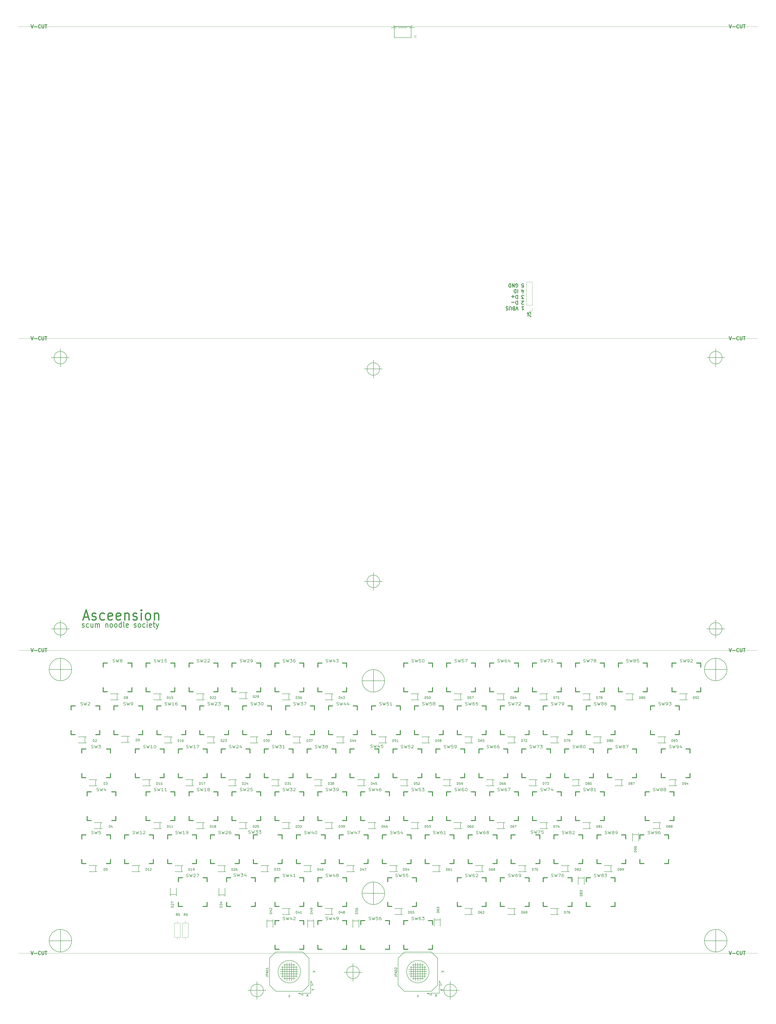
<source format=gto>
G04 #@! TF.GenerationSoftware,KiCad,Pcbnew,(5.0.0-3-g5ebb6b6)*
G04 #@! TF.CreationDate,2018-10-11T23:35:50+09:00*
G04 #@! TF.ProjectId,asceension,61736365656E73696F6E2E6B69636164,1*
G04 #@! TF.SameCoordinates,PXfde07cc8PYa7cf40c*
G04 #@! TF.FileFunction,Legend,Top*
G04 #@! TF.FilePolarity,Positive*
%FSLAX46Y46*%
G04 Gerber Fmt 4.6, Leading zero omitted, Abs format (unit mm)*
G04 Created by KiCad (PCBNEW (5.0.0-3-g5ebb6b6)) date Thursday, October 11, 2018 at 11:35:50 PM*
%MOMM*%
%LPD*%
G01*
G04 APERTURE LIST*
%ADD10C,0.600000*%
%ADD11C,0.300000*%
%ADD12C,0.100000*%
%ADD13C,0.127000*%
%ADD14C,0.150000*%
%ADD15C,0.381000*%
%ADD16C,0.120000*%
%ADD17C,0.121920*%
%ADD18C,0.203200*%
G04 APERTURE END LIST*
D10*
X23842858Y179250000D02*
X25861905Y179250000D01*
X23439048Y177964285D02*
X24852381Y182464285D01*
X26265715Y177964285D01*
X27477143Y178178571D02*
X27880953Y177964285D01*
X28688572Y177964285D01*
X29092381Y178178571D01*
X29294286Y178607142D01*
X29294286Y178821428D01*
X29092381Y179250000D01*
X28688572Y179464285D01*
X28082858Y179464285D01*
X27679048Y179678571D01*
X27477143Y180107142D01*
X27477143Y180321428D01*
X27679048Y180750000D01*
X28082858Y180964285D01*
X28688572Y180964285D01*
X29092381Y180750000D01*
X32928572Y178178571D02*
X32524762Y177964285D01*
X31717143Y177964285D01*
X31313334Y178178571D01*
X31111429Y178392857D01*
X30909524Y178821428D01*
X30909524Y180107142D01*
X31111429Y180535714D01*
X31313334Y180750000D01*
X31717143Y180964285D01*
X32524762Y180964285D01*
X32928572Y180750000D01*
X36360952Y178178571D02*
X35957142Y177964285D01*
X35149524Y177964285D01*
X34745715Y178178571D01*
X34543810Y178607142D01*
X34543810Y180321428D01*
X34745715Y180750000D01*
X35149524Y180964285D01*
X35957142Y180964285D01*
X36360952Y180750000D01*
X36562857Y180321428D01*
X36562857Y179892857D01*
X34543810Y179464285D01*
X39995238Y178178571D02*
X39591428Y177964285D01*
X38783809Y177964285D01*
X38380000Y178178571D01*
X38178095Y178607142D01*
X38178095Y180321428D01*
X38380000Y180750000D01*
X38783809Y180964285D01*
X39591428Y180964285D01*
X39995238Y180750000D01*
X40197142Y180321428D01*
X40197142Y179892857D01*
X38178095Y179464285D01*
X42014285Y180964285D02*
X42014285Y177964285D01*
X42014285Y180535714D02*
X42216190Y180750000D01*
X42620000Y180964285D01*
X43225714Y180964285D01*
X43629523Y180750000D01*
X43831428Y180321428D01*
X43831428Y177964285D01*
X45648571Y178178571D02*
X46052380Y177964285D01*
X46860000Y177964285D01*
X47263809Y178178571D01*
X47465714Y178607142D01*
X47465714Y178821428D01*
X47263809Y179250000D01*
X46860000Y179464285D01*
X46254285Y179464285D01*
X45850476Y179678571D01*
X45648571Y180107142D01*
X45648571Y180321428D01*
X45850476Y180750000D01*
X46254285Y180964285D01*
X46860000Y180964285D01*
X47263809Y180750000D01*
X49282857Y177964285D02*
X49282857Y180964285D01*
X49282857Y182464285D02*
X49080952Y182250000D01*
X49282857Y182035714D01*
X49484761Y182250000D01*
X49282857Y182464285D01*
X49282857Y182035714D01*
X51907619Y177964285D02*
X51503809Y178178571D01*
X51301904Y178392857D01*
X51100000Y178821428D01*
X51100000Y180107142D01*
X51301904Y180535714D01*
X51503809Y180750000D01*
X51907619Y180964285D01*
X52513333Y180964285D01*
X52917142Y180750000D01*
X53119047Y180535714D01*
X53320952Y180107142D01*
X53320952Y178821428D01*
X53119047Y178392857D01*
X52917142Y178178571D01*
X52513333Y177964285D01*
X51907619Y177964285D01*
X55138095Y180964285D02*
X55138095Y177964285D01*
X55138095Y180535714D02*
X55339999Y180750000D01*
X55743809Y180964285D01*
X56349523Y180964285D01*
X56753333Y180750000D01*
X56955238Y180321428D01*
X56955238Y177964285D01*
D11*
X23185715Y174778572D02*
X23395239Y174664286D01*
X23814286Y174664286D01*
X24023810Y174778572D01*
X24128572Y175007143D01*
X24128572Y175121429D01*
X24023810Y175350000D01*
X23814286Y175464286D01*
X23500000Y175464286D01*
X23290477Y175578572D01*
X23185715Y175807143D01*
X23185715Y175921429D01*
X23290477Y176150000D01*
X23500000Y176264285D01*
X23814286Y176264285D01*
X24023810Y176150000D01*
X26014286Y174778572D02*
X25804762Y174664286D01*
X25385715Y174664286D01*
X25176191Y174778572D01*
X25071429Y174892858D01*
X24966667Y175121429D01*
X24966667Y175807143D01*
X25071429Y176035714D01*
X25176191Y176150000D01*
X25385715Y176264285D01*
X25804762Y176264285D01*
X26014286Y176150000D01*
X27900000Y176264285D02*
X27900000Y174664286D01*
X26957143Y176264285D02*
X26957143Y175007143D01*
X27061905Y174778572D01*
X27271429Y174664286D01*
X27585715Y174664286D01*
X27795239Y174778572D01*
X27900000Y174892858D01*
X28947620Y174664286D02*
X28947620Y176264285D01*
X28947620Y176035714D02*
X29052381Y176150000D01*
X29261905Y176264285D01*
X29576191Y176264285D01*
X29785715Y176150000D01*
X29890477Y175921429D01*
X29890477Y174664286D01*
X29890477Y175921429D02*
X29995239Y176150000D01*
X30204762Y176264285D01*
X30519048Y176264285D01*
X30728572Y176150000D01*
X30833334Y175921429D01*
X30833334Y174664286D01*
X33557143Y176264285D02*
X33557143Y174664286D01*
X33557143Y176035714D02*
X33661905Y176150000D01*
X33871429Y176264285D01*
X34185715Y176264285D01*
X34395239Y176150000D01*
X34500000Y175921429D01*
X34500000Y174664286D01*
X35861904Y174664286D02*
X35652380Y174778572D01*
X35547620Y174892858D01*
X35442858Y175121429D01*
X35442858Y175807143D01*
X35547620Y176035714D01*
X35652380Y176150000D01*
X35861904Y176264285D01*
X36176190Y176264285D01*
X36385714Y176150000D01*
X36490476Y176035714D01*
X36595238Y175807143D01*
X36595238Y175121429D01*
X36490476Y174892858D01*
X36385714Y174778572D01*
X36176190Y174664286D01*
X35861904Y174664286D01*
X37852380Y174664286D02*
X37642857Y174778572D01*
X37538095Y174892858D01*
X37433333Y175121429D01*
X37433333Y175807143D01*
X37538095Y176035714D01*
X37642857Y176150000D01*
X37852380Y176264285D01*
X38166666Y176264285D01*
X38376190Y176150000D01*
X38480952Y176035714D01*
X38585714Y175807143D01*
X38585714Y175121429D01*
X38480952Y174892858D01*
X38376190Y174778572D01*
X38166666Y174664286D01*
X37852380Y174664286D01*
X40471428Y174664286D02*
X40471428Y177064285D01*
X40471428Y174778572D02*
X40261904Y174664286D01*
X39842857Y174664286D01*
X39633333Y174778572D01*
X39528571Y174892858D01*
X39423809Y175121429D01*
X39423809Y175807143D01*
X39528571Y176035714D01*
X39633333Y176150000D01*
X39842857Y176264285D01*
X40261904Y176264285D01*
X40471428Y176150000D01*
X41833333Y174664286D02*
X41623809Y174778572D01*
X41519047Y175007143D01*
X41519047Y177064285D01*
X43509523Y174778572D02*
X43299999Y174664286D01*
X42880952Y174664286D01*
X42671428Y174778572D01*
X42566666Y175007143D01*
X42566666Y175921429D01*
X42671428Y176150000D01*
X42880952Y176264285D01*
X43299999Y176264285D01*
X43509523Y176150000D01*
X43614285Y175921429D01*
X43614285Y175692858D01*
X42566666Y175464286D01*
X46128571Y174778572D02*
X46338095Y174664286D01*
X46757142Y174664286D01*
X46966666Y174778572D01*
X47071428Y175007143D01*
X47071428Y175121429D01*
X46966666Y175350000D01*
X46757142Y175464286D01*
X46442857Y175464286D01*
X46233333Y175578572D01*
X46128571Y175807143D01*
X46128571Y175921429D01*
X46233333Y176150000D01*
X46442857Y176264285D01*
X46757142Y176264285D01*
X46966666Y176150000D01*
X48328571Y174664286D02*
X48119047Y174778572D01*
X48014285Y174892858D01*
X47909523Y175121429D01*
X47909523Y175807143D01*
X48014285Y176035714D01*
X48119047Y176150000D01*
X48328571Y176264285D01*
X48642857Y176264285D01*
X48852380Y176150000D01*
X48957142Y176035714D01*
X49061904Y175807143D01*
X49061904Y175121429D01*
X48957142Y174892858D01*
X48852380Y174778572D01*
X48642857Y174664286D01*
X48328571Y174664286D01*
X50947619Y174778572D02*
X50738095Y174664286D01*
X50319047Y174664286D01*
X50109523Y174778572D01*
X50004761Y174892858D01*
X49899999Y175121429D01*
X49899999Y175807143D01*
X50004761Y176035714D01*
X50109523Y176150000D01*
X50319047Y176264285D01*
X50738095Y176264285D01*
X50947619Y176150000D01*
X51890476Y174664286D02*
X51890476Y176264285D01*
X51890476Y177064285D02*
X51785714Y176950000D01*
X51890476Y176835714D01*
X51995238Y176950000D01*
X51890476Y177064285D01*
X51890476Y176835714D01*
X53776190Y174778572D02*
X53566666Y174664286D01*
X53147619Y174664286D01*
X52938095Y174778572D01*
X52833333Y175007143D01*
X52833333Y175921429D01*
X52938095Y176150000D01*
X53147619Y176264285D01*
X53566666Y176264285D01*
X53776190Y176150000D01*
X53880952Y175921429D01*
X53880952Y175692858D01*
X52833333Y175464286D01*
X54509523Y176264285D02*
X55347619Y176264285D01*
X54823809Y177064285D02*
X54823809Y175007143D01*
X54928571Y174778572D01*
X55138095Y174664286D01*
X55347619Y174664286D01*
X55871428Y176264285D02*
X56395238Y174664286D01*
X56919047Y176264285D02*
X56395238Y174664286D01*
X56185714Y174092858D01*
X56080952Y173978572D01*
X55871428Y173864286D01*
X464286Y31321429D02*
X964286Y29821429D01*
X1464286Y31321429D01*
X1964286Y30392858D02*
X3107143Y30392858D01*
X4678572Y29964286D02*
X4607143Y29892858D01*
X4392858Y29821429D01*
X4250001Y29821429D01*
X4035715Y29892858D01*
X3892858Y30035715D01*
X3821429Y30178572D01*
X3750001Y30464286D01*
X3750001Y30678572D01*
X3821429Y30964286D01*
X3892858Y31107143D01*
X4035715Y31250000D01*
X4250001Y31321429D01*
X4392858Y31321429D01*
X4607143Y31250000D01*
X4678572Y31178572D01*
X5321429Y31321429D02*
X5321429Y30107143D01*
X5392858Y29964286D01*
X5464286Y29892858D01*
X5607143Y29821429D01*
X5892858Y29821429D01*
X6035715Y29892858D01*
X6107143Y29964286D01*
X6178572Y30107143D01*
X6178572Y31321429D01*
X6678572Y31321429D02*
X7535715Y31321429D01*
X7107143Y29821429D02*
X7107143Y31321429D01*
X464286Y165321429D02*
X964286Y163821429D01*
X1464286Y165321429D01*
X1964286Y164392858D02*
X3107143Y164392858D01*
X4678572Y163964286D02*
X4607143Y163892858D01*
X4392858Y163821429D01*
X4250001Y163821429D01*
X4035715Y163892858D01*
X3892858Y164035715D01*
X3821429Y164178572D01*
X3750001Y164464286D01*
X3750001Y164678572D01*
X3821429Y164964286D01*
X3892858Y165107143D01*
X4035715Y165250000D01*
X4250001Y165321429D01*
X4392858Y165321429D01*
X4607143Y165250000D01*
X4678572Y165178572D01*
X5321429Y165321429D02*
X5321429Y164107143D01*
X5392858Y163964286D01*
X5464286Y163892858D01*
X5607143Y163821429D01*
X5892858Y163821429D01*
X6035715Y163892858D01*
X6107143Y163964286D01*
X6178572Y164107143D01*
X6178572Y165321429D01*
X6678572Y165321429D02*
X7535715Y165321429D01*
X7107143Y163821429D02*
X7107143Y165321429D01*
X464286Y303321428D02*
X964286Y301821428D01*
X1464286Y303321428D01*
X1964286Y302392857D02*
X3107143Y302392857D01*
X4678572Y301964285D02*
X4607143Y301892857D01*
X4392858Y301821428D01*
X4250001Y301821428D01*
X4035715Y301892857D01*
X3892858Y302035714D01*
X3821429Y302178571D01*
X3750001Y302464285D01*
X3750001Y302678571D01*
X3821429Y302964285D01*
X3892858Y303107142D01*
X4035715Y303250000D01*
X4250001Y303321428D01*
X4392858Y303321428D01*
X4607143Y303250000D01*
X4678572Y303178571D01*
X5321429Y303321428D02*
X5321429Y302107142D01*
X5392858Y301964285D01*
X5464286Y301892857D01*
X5607143Y301821428D01*
X5892858Y301821428D01*
X6035715Y301892857D01*
X6107143Y301964285D01*
X6178572Y302107142D01*
X6178572Y303321428D01*
X6678572Y303321428D02*
X7535715Y303321428D01*
X7107143Y301821428D02*
X7107143Y303321428D01*
X464286Y441321428D02*
X964286Y439821428D01*
X1464286Y441321428D01*
X1964286Y440392857D02*
X3107143Y440392857D01*
X4678572Y439964285D02*
X4607143Y439892857D01*
X4392858Y439821428D01*
X4250001Y439821428D01*
X4035715Y439892857D01*
X3892858Y440035714D01*
X3821429Y440178571D01*
X3750001Y440464285D01*
X3750001Y440678571D01*
X3821429Y440964285D01*
X3892858Y441107142D01*
X4035715Y441250000D01*
X4250001Y441321428D01*
X4392858Y441321428D01*
X4607143Y441250000D01*
X4678572Y441178571D01*
X5321429Y441321428D02*
X5321429Y440107142D01*
X5392858Y439964285D01*
X5464286Y439892857D01*
X5607143Y439821428D01*
X5892858Y439821428D01*
X6035715Y439892857D01*
X6107143Y439964285D01*
X6178572Y440107142D01*
X6178572Y441321428D01*
X6678572Y441321428D02*
X7535715Y441321428D01*
X7107143Y439821428D02*
X7107143Y441321428D01*
X309464285Y31321429D02*
X309964285Y29821429D01*
X310464285Y31321429D01*
X310964285Y30392858D02*
X312107142Y30392858D01*
X313678571Y29964286D02*
X313607142Y29892858D01*
X313392857Y29821429D01*
X313250000Y29821429D01*
X313035714Y29892858D01*
X312892857Y30035715D01*
X312821428Y30178572D01*
X312750000Y30464286D01*
X312750000Y30678572D01*
X312821428Y30964286D01*
X312892857Y31107143D01*
X313035714Y31250000D01*
X313250000Y31321429D01*
X313392857Y31321429D01*
X313607142Y31250000D01*
X313678571Y31178572D01*
X314321428Y31321429D02*
X314321428Y30107143D01*
X314392857Y29964286D01*
X314464285Y29892858D01*
X314607142Y29821429D01*
X314892857Y29821429D01*
X315035714Y29892858D01*
X315107142Y29964286D01*
X315178571Y30107143D01*
X315178571Y31321429D01*
X315678571Y31321429D02*
X316535714Y31321429D01*
X316107142Y29821429D02*
X316107142Y31321429D01*
X309464285Y165321429D02*
X309964285Y163821429D01*
X310464285Y165321429D01*
X310964285Y164392858D02*
X312107142Y164392858D01*
X313678571Y163964286D02*
X313607142Y163892858D01*
X313392857Y163821429D01*
X313250000Y163821429D01*
X313035714Y163892858D01*
X312892857Y164035715D01*
X312821428Y164178572D01*
X312750000Y164464286D01*
X312750000Y164678572D01*
X312821428Y164964286D01*
X312892857Y165107143D01*
X313035714Y165250000D01*
X313250000Y165321429D01*
X313392857Y165321429D01*
X313607142Y165250000D01*
X313678571Y165178572D01*
X314321428Y165321429D02*
X314321428Y164107143D01*
X314392857Y163964286D01*
X314464285Y163892858D01*
X314607142Y163821429D01*
X314892857Y163821429D01*
X315035714Y163892858D01*
X315107142Y163964286D01*
X315178571Y164107143D01*
X315178571Y165321429D01*
X315678571Y165321429D02*
X316535714Y165321429D01*
X316107142Y163821429D02*
X316107142Y165321429D01*
X309464285Y303321428D02*
X309964285Y301821428D01*
X310464285Y303321428D01*
X310964285Y302392857D02*
X312107142Y302392857D01*
X313678571Y301964285D02*
X313607142Y301892857D01*
X313392857Y301821428D01*
X313250000Y301821428D01*
X313035714Y301892857D01*
X312892857Y302035714D01*
X312821428Y302178571D01*
X312750000Y302464285D01*
X312750000Y302678571D01*
X312821428Y302964285D01*
X312892857Y303107142D01*
X313035714Y303250000D01*
X313250000Y303321428D01*
X313392857Y303321428D01*
X313607142Y303250000D01*
X313678571Y303178571D01*
X314321428Y303321428D02*
X314321428Y302107142D01*
X314392857Y301964285D01*
X314464285Y301892857D01*
X314607142Y301821428D01*
X314892857Y301821428D01*
X315035714Y301892857D01*
X315107142Y301964285D01*
X315178571Y302107142D01*
X315178571Y303321428D01*
X315678571Y303321428D02*
X316535714Y303321428D01*
X316107142Y301821428D02*
X316107142Y303321428D01*
X309464285Y441321428D02*
X309964285Y439821428D01*
X310464285Y441321428D01*
X310964285Y440392857D02*
X312107142Y440392857D01*
X313678571Y439964285D02*
X313607142Y439892857D01*
X313392857Y439821428D01*
X313250000Y439821428D01*
X313035714Y439892857D01*
X312892857Y440035714D01*
X312821428Y440178571D01*
X312750000Y440464285D01*
X312750000Y440678571D01*
X312821428Y440964285D01*
X312892857Y441107142D01*
X313035714Y441250000D01*
X313250000Y441321428D01*
X313392857Y441321428D01*
X313607142Y441250000D01*
X313678571Y441178571D01*
X314321428Y441321428D02*
X314321428Y440107142D01*
X314392857Y439964285D01*
X314464285Y439892857D01*
X314607142Y439821428D01*
X314892857Y439821428D01*
X315035714Y439892857D01*
X315107142Y439964285D01*
X315178571Y440107142D01*
X315178571Y441321428D01*
X315678571Y441321428D02*
X316535714Y441321428D01*
X316107142Y439821428D02*
X316107142Y441321428D01*
D12*
X322000000Y164500000D02*
X-5000000Y164500000D01*
X-5000000Y30500000D02*
X322000000Y30500000D01*
X-5000000Y440500000D02*
X322000000Y440500000D01*
X322000000Y302500000D02*
X-5000000Y302500000D01*
D11*
X217695571Y325194571D02*
X218409857Y325194571D01*
X218481285Y325908857D01*
X218409857Y325837428D01*
X218267000Y325766000D01*
X217909857Y325766000D01*
X217767000Y325837428D01*
X217695571Y325908857D01*
X217624142Y326051714D01*
X217624142Y326408857D01*
X217695571Y326551714D01*
X217767000Y326623142D01*
X217909857Y326694571D01*
X218267000Y326694571D01*
X218409857Y326623142D01*
X218481285Y326551714D01*
X215052714Y325266000D02*
X215195571Y325194571D01*
X215409857Y325194571D01*
X215624142Y325266000D01*
X215767000Y325408857D01*
X215838428Y325551714D01*
X215909857Y325837428D01*
X215909857Y326051714D01*
X215838428Y326337428D01*
X215767000Y326480285D01*
X215624142Y326623142D01*
X215409857Y326694571D01*
X215267000Y326694571D01*
X215052714Y326623142D01*
X214981285Y326551714D01*
X214981285Y326051714D01*
X215267000Y326051714D01*
X214338428Y326694571D02*
X214338428Y325194571D01*
X213481285Y326694571D01*
X213481285Y325194571D01*
X212767000Y326694571D02*
X212767000Y325194571D01*
X212409857Y325194571D01*
X212195571Y325266000D01*
X212052714Y325408857D01*
X211981285Y325551714D01*
X211909857Y325837428D01*
X211909857Y326051714D01*
X211981285Y326337428D01*
X212052714Y326480285D01*
X212195571Y326623142D01*
X212409857Y326694571D01*
X212767000Y326694571D01*
X217767000Y323154571D02*
X217767000Y324154571D01*
X218124142Y322583142D02*
X218481285Y323654571D01*
X217552714Y323654571D01*
X215838428Y324154571D02*
X215838428Y322654571D01*
X215124142Y324154571D02*
X215124142Y322654571D01*
X214767000Y322654571D01*
X214552714Y322726000D01*
X214409857Y322868857D01*
X214338428Y323011714D01*
X214267000Y323297428D01*
X214267000Y323511714D01*
X214338428Y323797428D01*
X214409857Y323940285D01*
X214552714Y324083142D01*
X214767000Y324154571D01*
X215124142Y324154571D01*
X218552714Y320114571D02*
X217624142Y320114571D01*
X218124142Y320686000D01*
X217909857Y320686000D01*
X217767000Y320757428D01*
X217695571Y320828857D01*
X217624142Y320971714D01*
X217624142Y321328857D01*
X217695571Y321471714D01*
X217767000Y321543142D01*
X217909857Y321614571D01*
X218338428Y321614571D01*
X218481285Y321543142D01*
X218552714Y321471714D01*
X215838428Y321614571D02*
X215838428Y320114571D01*
X215481285Y320114571D01*
X215267000Y320186000D01*
X215124142Y320328857D01*
X215052714Y320471714D01*
X214981285Y320757428D01*
X214981285Y320971714D01*
X215052714Y321257428D01*
X215124142Y321400285D01*
X215267000Y321543142D01*
X215481285Y321614571D01*
X215838428Y321614571D01*
X214338428Y321043142D02*
X213195571Y321043142D01*
X213767000Y321614571D02*
X213767000Y320471714D01*
X218481285Y317717428D02*
X218409857Y317646000D01*
X218267000Y317574571D01*
X217909857Y317574571D01*
X217767000Y317646000D01*
X217695571Y317717428D01*
X217624142Y317860285D01*
X217624142Y318003142D01*
X217695571Y318217428D01*
X218552714Y319074571D01*
X217624142Y319074571D01*
X215838428Y319074571D02*
X215838428Y317574571D01*
X215481285Y317574571D01*
X215267000Y317646000D01*
X215124142Y317788857D01*
X215052714Y317931714D01*
X214981285Y318217428D01*
X214981285Y318431714D01*
X215052714Y318717428D01*
X215124142Y318860285D01*
X215267000Y319003142D01*
X215481285Y319074571D01*
X215838428Y319074571D01*
X214338428Y318503142D02*
X213195571Y318503142D01*
X217624142Y316534571D02*
X218481285Y316534571D01*
X218052714Y316534571D02*
X218052714Y315034571D01*
X218195571Y315248857D01*
X218338428Y315391714D01*
X218481285Y315463142D01*
X216052714Y315034571D02*
X215552714Y316534571D01*
X215052714Y315034571D01*
X214052714Y315748857D02*
X213838428Y315820285D01*
X213767000Y315891714D01*
X213695571Y316034571D01*
X213695571Y316248857D01*
X213767000Y316391714D01*
X213838428Y316463142D01*
X213981285Y316534571D01*
X214552714Y316534571D01*
X214552714Y315034571D01*
X214052714Y315034571D01*
X213909857Y315106000D01*
X213838428Y315177428D01*
X213767000Y315320285D01*
X213767000Y315463142D01*
X213838428Y315606000D01*
X213909857Y315677428D01*
X214052714Y315748857D01*
X214552714Y315748857D01*
X213052714Y315034571D02*
X213052714Y316248857D01*
X212981285Y316391714D01*
X212909857Y316463142D01*
X212767000Y316534571D01*
X212481285Y316534571D01*
X212338428Y316463142D01*
X212267000Y316391714D01*
X212195571Y316248857D01*
X212195571Y315034571D01*
X211552714Y316463142D02*
X211338428Y316534571D01*
X210981285Y316534571D01*
X210838428Y316463142D01*
X210767000Y316391714D01*
X210695571Y316248857D01*
X210695571Y316106000D01*
X210767000Y315963142D01*
X210838428Y315891714D01*
X210981285Y315820285D01*
X211267000Y315748857D01*
X211409857Y315677428D01*
X211481285Y315606000D01*
X211552714Y315463142D01*
X211552714Y315320285D01*
X211481285Y315177428D01*
X211409857Y315106000D01*
X211267000Y315034571D01*
X210909857Y315034571D01*
X210695571Y315106000D01*
D13*
G04 #@! TO.C,J6*
X161300000Y440600000D02*
X160900000Y441100000D01*
X168700000Y440600000D02*
X169100000Y441100000D01*
X161300000Y440600000D02*
X161250000Y440600000D01*
X168700000Y440600000D02*
X161300000Y440600000D01*
X168750000Y440600000D02*
X168700000Y440600000D01*
X161250000Y435600000D02*
X161250000Y440600000D01*
X168750000Y435600000D02*
X161250000Y435600000D01*
X168750000Y440600000D02*
X168750000Y435600000D01*
X162200000Y440000000D02*
X159920000Y440000000D01*
X166950000Y440000000D02*
X163050000Y440000000D01*
X170080000Y440000000D02*
X167800000Y440000000D01*
D14*
G04 #@! TO.C,JPAD2*
X177700000Y11800000D02*
X177700000Y12800000D01*
X175700000Y12800000D02*
X177700000Y11800000D01*
X181200000Y12800000D02*
X175700000Y12800000D01*
X182200000Y16300000D02*
X181200000Y18300000D01*
X181200000Y18300000D02*
X182200000Y16300000D01*
X182200000Y16300000D02*
X181200000Y16300000D01*
X181200000Y12800000D02*
X181200000Y18300000D01*
X180700000Y12800000D02*
X176200000Y12800000D01*
X176200000Y12800000D02*
X181200000Y12800000D01*
X165700000Y13600000D02*
X177700000Y13600000D01*
X163000000Y28300000D02*
X163000000Y16300000D01*
X177700000Y31000000D02*
X165700000Y31000000D01*
X180400000Y16300000D02*
X180400000Y28300000D01*
X177700000Y31000000D02*
X180400000Y28300000D01*
X163000000Y28300000D02*
X165700000Y31000000D01*
X165700000Y13600000D02*
X163000000Y16300000D01*
X180400000Y16300000D02*
X177700000Y13600000D01*
X168700000Y24800000D02*
X168700000Y19800000D01*
X174700000Y19800000D02*
X174700000Y24800000D01*
X173700000Y25800000D02*
X173700000Y18800000D01*
X169700000Y18800000D02*
X169700000Y25800000D01*
X170700000Y26300000D02*
X170700000Y18300000D01*
X172700000Y18300000D02*
X172700000Y26300000D01*
X171700000Y18300000D02*
X171700000Y26300000D01*
X174200000Y25300000D02*
X169200000Y25300000D01*
X175200000Y24300000D02*
X168200000Y24300000D01*
X175700000Y23300000D02*
X167700000Y23300000D01*
X167700000Y23300000D02*
X175700000Y23300000D01*
X175700000Y23300000D02*
X167700000Y23300000D01*
X167700000Y23300000D02*
X175700000Y23300000D01*
X175700000Y22300000D02*
X167700000Y22300000D01*
X175200000Y20300000D02*
X168200000Y20300000D01*
X174200000Y19300000D02*
X169200000Y19300000D01*
X175700000Y21300000D02*
X167700000Y21300000D01*
X167700000Y21300000D02*
X175700000Y21300000D01*
X176681967Y22300000D02*
G75*
G03X176681967Y22300000I-4981967J0D01*
G01*
G04 #@! TO.C,MH*
X18500000Y36000000D02*
G75*
G03X18500000Y36000000I-5000000J0D01*
G01*
X13500000Y41000000D02*
X13500000Y31000000D01*
X8500000Y36000000D02*
X18500000Y36000000D01*
X303500000Y298000000D02*
X303500000Y290000000D01*
X299500000Y294000000D02*
X307500000Y294000000D01*
X307500000Y294000000D02*
X299500000Y294000000D01*
X306295085Y294000000D02*
G75*
G03X306295085Y294000000I-2795085J0D01*
G01*
X152000000Y199000000D02*
X152000000Y191000000D01*
X148000000Y195000000D02*
X156000000Y195000000D01*
X156000000Y195000000D02*
X148000000Y195000000D01*
X154795085Y195000000D02*
G75*
G03X154795085Y195000000I-2795085J0D01*
G01*
X152000000Y293000000D02*
X152000000Y285000000D01*
X148000000Y289000000D02*
X156000000Y289000000D01*
X156000000Y289000000D02*
X148000000Y289000000D01*
X154795085Y289000000D02*
G75*
G03X154795085Y289000000I-2795085J0D01*
G01*
X13500000Y178000000D02*
X13500000Y170000000D01*
X9500000Y174000000D02*
X17500000Y174000000D01*
X17500000Y174000000D02*
X9500000Y174000000D01*
X16295085Y174000000D02*
G75*
G03X16295085Y174000000I-2795085J0D01*
G01*
X13500000Y298000000D02*
X13500000Y290000000D01*
X9500000Y294000000D02*
X17500000Y294000000D01*
X17500000Y294000000D02*
X9500000Y294000000D01*
X16295085Y294000000D02*
G75*
G03X16295085Y294000000I-2795085J0D01*
G01*
X303500000Y178000000D02*
X303500000Y170000000D01*
X299500000Y174000000D02*
X307500000Y174000000D01*
X307500000Y174000000D02*
X299500000Y174000000D01*
X306295085Y174000000D02*
G75*
G03X306295085Y174000000I-2795085J0D01*
G01*
X157000000Y57000000D02*
G75*
G03X157000000Y57000000I-5000000J0D01*
G01*
X152000000Y62000000D02*
X152000000Y52000000D01*
X147000000Y57000000D02*
X157000000Y57000000D01*
X157000000Y151000000D02*
G75*
G03X157000000Y151000000I-5000000J0D01*
G01*
X152000000Y156000000D02*
X152000000Y146000000D01*
X147000000Y151000000D02*
X157000000Y151000000D01*
X308500000Y156000000D02*
G75*
G03X308500000Y156000000I-5000000J0D01*
G01*
X303500000Y161000000D02*
X303500000Y151000000D01*
X298500000Y156000000D02*
X308500000Y156000000D01*
X18500000Y156000000D02*
G75*
G03X18500000Y156000000I-5000000J0D01*
G01*
X13500000Y161000000D02*
X13500000Y151000000D01*
X8500000Y156000000D02*
X18500000Y156000000D01*
G04 #@! TO.C,H13*
X143000000Y26000000D02*
X143000000Y18000000D01*
X139000000Y22000000D02*
X147000000Y22000000D01*
X147000000Y22000000D02*
X139000000Y22000000D01*
X145795085Y22000000D02*
G75*
G03X145795085Y22000000I-2795085J0D01*
G01*
G04 #@! TO.C,H14*
X186000000Y18000000D02*
X186000000Y10000000D01*
X182000000Y14000000D02*
X190000000Y14000000D01*
X190000000Y14000000D02*
X182000000Y14000000D01*
X188795085Y14000000D02*
G75*
G03X188795085Y14000000I-2795085J0D01*
G01*
G04 #@! TO.C,H12*
X100500000Y18000000D02*
X100500000Y10000000D01*
X96500000Y14000000D02*
X104500000Y14000000D01*
X104500000Y14000000D02*
X96500000Y14000000D01*
X103295085Y14000000D02*
G75*
G03X103295085Y14000000I-2795085J0D01*
G01*
D15*
G04 #@! TO.C,SW55*
X158284640Y63901100D02*
X160062640Y63901100D01*
X169206640Y63901100D02*
X170984640Y63901100D01*
X170984640Y63901100D02*
X170984640Y62123100D01*
X170984640Y52979100D02*
X170984640Y51201100D01*
X170984640Y51201100D02*
X169206640Y51201100D01*
X160062640Y51201100D02*
X158284640Y51201100D01*
X158284640Y51201100D02*
X158284640Y52979100D01*
X158284640Y62123100D02*
X158284640Y63901100D01*
G04 #@! TO.C,SW34*
X87034640Y63901100D02*
X88812640Y63901100D01*
X97956640Y63901100D02*
X99734640Y63901100D01*
X99734640Y63901100D02*
X99734640Y62123100D01*
X99734640Y52979100D02*
X99734640Y51201100D01*
X99734640Y51201100D02*
X97956640Y51201100D01*
X88812640Y51201100D02*
X87034640Y51201100D01*
X87034640Y51201100D02*
X87034640Y52979100D01*
X87034640Y62123100D02*
X87034640Y63901100D01*
G04 #@! TO.C,SW93*
X274659640Y139901100D02*
X276437640Y139901100D01*
X285581640Y139901100D02*
X287359640Y139901100D01*
X287359640Y139901100D02*
X287359640Y138123100D01*
X287359640Y128979100D02*
X287359640Y127201100D01*
X287359640Y127201100D02*
X285581640Y127201100D01*
X276437640Y127201100D02*
X274659640Y127201100D01*
X274659640Y127201100D02*
X274659640Y128979100D01*
X274659640Y138123100D02*
X274659640Y139901100D01*
G04 #@! TO.C,SW94*
X279409640Y120901100D02*
X281187640Y120901100D01*
X290331640Y120901100D02*
X292109640Y120901100D01*
X292109640Y120901100D02*
X292109640Y119123100D01*
X292109640Y109979100D02*
X292109640Y108201100D01*
X292109640Y108201100D02*
X290331640Y108201100D01*
X281187640Y108201100D02*
X279409640Y108201100D01*
X279409640Y108201100D02*
X279409640Y109979100D01*
X279409640Y119123100D02*
X279409640Y120901100D01*
G04 #@! TO.C,SW4*
X25284640Y101901100D02*
X27062640Y101901100D01*
X36206640Y101901100D02*
X37984640Y101901100D01*
X37984640Y101901100D02*
X37984640Y100123100D01*
X37984640Y90979100D02*
X37984640Y89201100D01*
X37984640Y89201100D02*
X36206640Y89201100D01*
X27062640Y89201100D02*
X25284640Y89201100D01*
X25284640Y89201100D02*
X25284640Y90979100D01*
X25284640Y100123100D02*
X25284640Y101901100D01*
G04 #@! TO.C,SW3*
X22909640Y120901100D02*
X24687640Y120901100D01*
X33831640Y120901100D02*
X35609640Y120901100D01*
X35609640Y120901100D02*
X35609640Y119123100D01*
X35609640Y109979100D02*
X35609640Y108201100D01*
X35609640Y108201100D02*
X33831640Y108201100D01*
X24687640Y108201100D02*
X22909640Y108201100D01*
X22909640Y108201100D02*
X22909640Y109979100D01*
X22909640Y119123100D02*
X22909640Y120901100D01*
D16*
G04 #@! TO.C,R6*
X70060000Y43880000D02*
X67440000Y43880000D01*
X67440000Y43880000D02*
X67440000Y37460000D01*
X67440000Y37460000D02*
X70060000Y37460000D01*
X70060000Y37460000D02*
X70060000Y43880000D01*
X68750000Y44770000D02*
X68750000Y43880000D01*
X68750000Y36570000D02*
X68750000Y37460000D01*
G04 #@! TO.C,R5*
X66560000Y43880000D02*
X63940000Y43880000D01*
X63940000Y43880000D02*
X63940000Y37460000D01*
X63940000Y37460000D02*
X66560000Y37460000D01*
X66560000Y37460000D02*
X66560000Y43880000D01*
X65250000Y44770000D02*
X65250000Y43880000D01*
X65250000Y36570000D02*
X65250000Y37460000D01*
D14*
G04 #@! TO.C,JPAD1*
X120800000Y11800000D02*
X120800000Y12800000D01*
X118800000Y12800000D02*
X120800000Y11800000D01*
X124300000Y12800000D02*
X118800000Y12800000D01*
X125300000Y16300000D02*
X124300000Y18300000D01*
X124300000Y18300000D02*
X125300000Y16300000D01*
X125300000Y16300000D02*
X124300000Y16300000D01*
X124300000Y12800000D02*
X124300000Y18300000D01*
X123800000Y12800000D02*
X119300000Y12800000D01*
X119300000Y12800000D02*
X124300000Y12800000D01*
X108800000Y13600000D02*
X120800000Y13600000D01*
X106100000Y28300000D02*
X106100000Y16300000D01*
X120800000Y31000000D02*
X108800000Y31000000D01*
X123500000Y16300000D02*
X123500000Y28300000D01*
X120800000Y31000000D02*
X123500000Y28300000D01*
X106100000Y28300000D02*
X108800000Y31000000D01*
X108800000Y13600000D02*
X106100000Y16300000D01*
X123500000Y16300000D02*
X120800000Y13600000D01*
X111800000Y24800000D02*
X111800000Y19800000D01*
X117800000Y19800000D02*
X117800000Y24800000D01*
X116800000Y25800000D02*
X116800000Y18800000D01*
X112800000Y18800000D02*
X112800000Y25800000D01*
X113800000Y26300000D02*
X113800000Y18300000D01*
X115800000Y18300000D02*
X115800000Y26300000D01*
X114800000Y18300000D02*
X114800000Y26300000D01*
X117300000Y25300000D02*
X112300000Y25300000D01*
X118300000Y24300000D02*
X111300000Y24300000D01*
X118800000Y23300000D02*
X110800000Y23300000D01*
X110800000Y23300000D02*
X118800000Y23300000D01*
X118800000Y23300000D02*
X110800000Y23300000D01*
X110800000Y23300000D02*
X118800000Y23300000D01*
X118800000Y22300000D02*
X110800000Y22300000D01*
X118300000Y20300000D02*
X111300000Y20300000D01*
X117300000Y19300000D02*
X112300000Y19300000D01*
X118800000Y21300000D02*
X110800000Y21300000D01*
X110800000Y21300000D02*
X118800000Y21300000D01*
X119781967Y22300000D02*
G75*
G03X119781967Y22300000I-4981967J0D01*
G01*
D15*
G04 #@! TO.C,SW88*
X272284640Y101901100D02*
X274062640Y101901100D01*
X283206640Y101901100D02*
X284984640Y101901100D01*
X284984640Y101901100D02*
X284984640Y100123100D01*
X284984640Y90979100D02*
X284984640Y89201100D01*
X284984640Y89201100D02*
X283206640Y89201100D01*
X274062640Y89201100D02*
X272284640Y89201100D01*
X272284640Y89201100D02*
X272284640Y90979100D01*
X272284640Y100123100D02*
X272284640Y101901100D01*
G04 #@! TO.C,SW82*
X231909640Y82901100D02*
X233687640Y82901100D01*
X242831640Y82901100D02*
X244609640Y82901100D01*
X244609640Y82901100D02*
X244609640Y81123100D01*
X244609640Y71979100D02*
X244609640Y70201100D01*
X244609640Y70201100D02*
X242831640Y70201100D01*
X233687640Y70201100D02*
X231909640Y70201100D01*
X231909640Y70201100D02*
X231909640Y71979100D01*
X231909640Y81123100D02*
X231909640Y82901100D01*
G04 #@! TO.C,SW2*
X18159640Y139901100D02*
X19937640Y139901100D01*
X29081640Y139901100D02*
X30859640Y139901100D01*
X30859640Y139901100D02*
X30859640Y138123100D01*
X30859640Y128979100D02*
X30859640Y127201100D01*
X30859640Y127201100D02*
X29081640Y127201100D01*
X19937640Y127201100D02*
X18159640Y127201100D01*
X18159640Y127201100D02*
X18159640Y128979100D01*
X18159640Y138123100D02*
X18159640Y139901100D01*
G04 #@! TO.C,SW5*
X22909640Y82901100D02*
X24687640Y82901100D01*
X33831640Y82901100D02*
X35609640Y82901100D01*
X35609640Y82901100D02*
X35609640Y81123100D01*
X35609640Y71979100D02*
X35609640Y70201100D01*
X35609640Y70201100D02*
X33831640Y70201100D01*
X24687640Y70201100D02*
X22909640Y70201100D01*
X22909640Y70201100D02*
X22909640Y71979100D01*
X22909640Y81123100D02*
X22909640Y82901100D01*
G04 #@! TO.C,SW8*
X32409640Y158901100D02*
X34187640Y158901100D01*
X43331640Y158901100D02*
X45109640Y158901100D01*
X45109640Y158901100D02*
X45109640Y157123100D01*
X45109640Y147979100D02*
X45109640Y146201100D01*
X45109640Y146201100D02*
X43331640Y146201100D01*
X34187640Y146201100D02*
X32409640Y146201100D01*
X32409640Y146201100D02*
X32409640Y147979100D01*
X32409640Y157123100D02*
X32409640Y158901100D01*
G04 #@! TO.C,SW9*
X37159640Y139901100D02*
X38937640Y139901100D01*
X48081640Y139901100D02*
X49859640Y139901100D01*
X49859640Y139901100D02*
X49859640Y138123100D01*
X49859640Y128979100D02*
X49859640Y127201100D01*
X49859640Y127201100D02*
X48081640Y127201100D01*
X38937640Y127201100D02*
X37159640Y127201100D01*
X37159640Y127201100D02*
X37159640Y128979100D01*
X37159640Y138123100D02*
X37159640Y139901100D01*
G04 #@! TO.C,SW10*
X46659640Y120901100D02*
X48437640Y120901100D01*
X57581640Y120901100D02*
X59359640Y120901100D01*
X59359640Y120901100D02*
X59359640Y119123100D01*
X59359640Y109979100D02*
X59359640Y108201100D01*
X59359640Y108201100D02*
X57581640Y108201100D01*
X48437640Y108201100D02*
X46659640Y108201100D01*
X46659640Y108201100D02*
X46659640Y109979100D01*
X46659640Y119123100D02*
X46659640Y120901100D01*
G04 #@! TO.C,SW11*
X51409640Y101901100D02*
X53187640Y101901100D01*
X62331640Y101901100D02*
X64109640Y101901100D01*
X64109640Y101901100D02*
X64109640Y100123100D01*
X64109640Y90979100D02*
X64109640Y89201100D01*
X64109640Y89201100D02*
X62331640Y89201100D01*
X53187640Y89201100D02*
X51409640Y89201100D01*
X51409640Y89201100D02*
X51409640Y90979100D01*
X51409640Y100123100D02*
X51409640Y101901100D01*
G04 #@! TO.C,SW12*
X41909640Y82901100D02*
X43687640Y82901100D01*
X52831640Y82901100D02*
X54609640Y82901100D01*
X54609640Y82901100D02*
X54609640Y81123100D01*
X54609640Y71979100D02*
X54609640Y70201100D01*
X54609640Y70201100D02*
X52831640Y70201100D01*
X43687640Y70201100D02*
X41909640Y70201100D01*
X41909640Y70201100D02*
X41909640Y71979100D01*
X41909640Y81123100D02*
X41909640Y82901100D01*
G04 #@! TO.C,SW15*
X51409640Y158901100D02*
X53187640Y158901100D01*
X62331640Y158901100D02*
X64109640Y158901100D01*
X64109640Y158901100D02*
X64109640Y157123100D01*
X64109640Y147979100D02*
X64109640Y146201100D01*
X64109640Y146201100D02*
X62331640Y146201100D01*
X53187640Y146201100D02*
X51409640Y146201100D01*
X51409640Y146201100D02*
X51409640Y147979100D01*
X51409640Y157123100D02*
X51409640Y158901100D01*
G04 #@! TO.C,SW16*
X56159640Y139901100D02*
X57937640Y139901100D01*
X67081640Y139901100D02*
X68859640Y139901100D01*
X68859640Y139901100D02*
X68859640Y138123100D01*
X68859640Y128979100D02*
X68859640Y127201100D01*
X68859640Y127201100D02*
X67081640Y127201100D01*
X57937640Y127201100D02*
X56159640Y127201100D01*
X56159640Y127201100D02*
X56159640Y128979100D01*
X56159640Y138123100D02*
X56159640Y139901100D01*
G04 #@! TO.C,SW17*
X65659640Y120901100D02*
X67437640Y120901100D01*
X76581640Y120901100D02*
X78359640Y120901100D01*
X78359640Y120901100D02*
X78359640Y119123100D01*
X78359640Y109979100D02*
X78359640Y108201100D01*
X78359640Y108201100D02*
X76581640Y108201100D01*
X67437640Y108201100D02*
X65659640Y108201100D01*
X65659640Y108201100D02*
X65659640Y109979100D01*
X65659640Y119123100D02*
X65659640Y120901100D01*
G04 #@! TO.C,SW18*
X70409640Y101901100D02*
X72187640Y101901100D01*
X81331640Y101901100D02*
X83109640Y101901100D01*
X83109640Y101901100D02*
X83109640Y100123100D01*
X83109640Y90979100D02*
X83109640Y89201100D01*
X83109640Y89201100D02*
X81331640Y89201100D01*
X72187640Y89201100D02*
X70409640Y89201100D01*
X70409640Y89201100D02*
X70409640Y90979100D01*
X70409640Y100123100D02*
X70409640Y101901100D01*
G04 #@! TO.C,SW19*
X60909640Y82901100D02*
X62687640Y82901100D01*
X71831640Y82901100D02*
X73609640Y82901100D01*
X73609640Y82901100D02*
X73609640Y81123100D01*
X73609640Y71979100D02*
X73609640Y70201100D01*
X73609640Y70201100D02*
X71831640Y70201100D01*
X62687640Y70201100D02*
X60909640Y70201100D01*
X60909640Y70201100D02*
X60909640Y71979100D01*
X60909640Y81123100D02*
X60909640Y82901100D01*
G04 #@! TO.C,SW22*
X70409640Y158901100D02*
X72187640Y158901100D01*
X81331640Y158901100D02*
X83109640Y158901100D01*
X83109640Y158901100D02*
X83109640Y157123100D01*
X83109640Y147979100D02*
X83109640Y146201100D01*
X83109640Y146201100D02*
X81331640Y146201100D01*
X72187640Y146201100D02*
X70409640Y146201100D01*
X70409640Y146201100D02*
X70409640Y147979100D01*
X70409640Y157123100D02*
X70409640Y158901100D01*
G04 #@! TO.C,SW23*
X75159640Y139901100D02*
X76937640Y139901100D01*
X86081640Y139901100D02*
X87859640Y139901100D01*
X87859640Y139901100D02*
X87859640Y138123100D01*
X87859640Y128979100D02*
X87859640Y127201100D01*
X87859640Y127201100D02*
X86081640Y127201100D01*
X76937640Y127201100D02*
X75159640Y127201100D01*
X75159640Y127201100D02*
X75159640Y128979100D01*
X75159640Y138123100D02*
X75159640Y139901100D01*
G04 #@! TO.C,SW24*
X84659640Y120901100D02*
X86437640Y120901100D01*
X95581640Y120901100D02*
X97359640Y120901100D01*
X97359640Y120901100D02*
X97359640Y119123100D01*
X97359640Y109979100D02*
X97359640Y108201100D01*
X97359640Y108201100D02*
X95581640Y108201100D01*
X86437640Y108201100D02*
X84659640Y108201100D01*
X84659640Y108201100D02*
X84659640Y109979100D01*
X84659640Y119123100D02*
X84659640Y120901100D01*
G04 #@! TO.C,SW25*
X89409640Y101901100D02*
X91187640Y101901100D01*
X100331640Y101901100D02*
X102109640Y101901100D01*
X102109640Y101901100D02*
X102109640Y100123100D01*
X102109640Y90979100D02*
X102109640Y89201100D01*
X102109640Y89201100D02*
X100331640Y89201100D01*
X91187640Y89201100D02*
X89409640Y89201100D01*
X89409640Y89201100D02*
X89409640Y90979100D01*
X89409640Y100123100D02*
X89409640Y101901100D01*
G04 #@! TO.C,SW26*
X79909640Y82901100D02*
X81687640Y82901100D01*
X90831640Y82901100D02*
X92609640Y82901100D01*
X92609640Y82901100D02*
X92609640Y81123100D01*
X92609640Y71979100D02*
X92609640Y70201100D01*
X92609640Y70201100D02*
X90831640Y70201100D01*
X81687640Y70201100D02*
X79909640Y70201100D01*
X79909640Y70201100D02*
X79909640Y71979100D01*
X79909640Y81123100D02*
X79909640Y82901100D01*
G04 #@! TO.C,SW27*
X65659640Y63901100D02*
X67437640Y63901100D01*
X76581640Y63901100D02*
X78359640Y63901100D01*
X78359640Y63901100D02*
X78359640Y62123100D01*
X78359640Y52979100D02*
X78359640Y51201100D01*
X78359640Y51201100D02*
X76581640Y51201100D01*
X67437640Y51201100D02*
X65659640Y51201100D01*
X65659640Y51201100D02*
X65659640Y52979100D01*
X65659640Y62123100D02*
X65659640Y63901100D01*
G04 #@! TO.C,SW29*
X89409640Y158901100D02*
X91187640Y158901100D01*
X100331640Y158901100D02*
X102109640Y158901100D01*
X102109640Y158901100D02*
X102109640Y157123100D01*
X102109640Y147979100D02*
X102109640Y146201100D01*
X102109640Y146201100D02*
X100331640Y146201100D01*
X91187640Y146201100D02*
X89409640Y146201100D01*
X89409640Y146201100D02*
X89409640Y147979100D01*
X89409640Y157123100D02*
X89409640Y158901100D01*
G04 #@! TO.C,SW30*
X94159640Y139901100D02*
X95937640Y139901100D01*
X105081640Y139901100D02*
X106859640Y139901100D01*
X106859640Y139901100D02*
X106859640Y138123100D01*
X106859640Y128979100D02*
X106859640Y127201100D01*
X106859640Y127201100D02*
X105081640Y127201100D01*
X95937640Y127201100D02*
X94159640Y127201100D01*
X94159640Y127201100D02*
X94159640Y128979100D01*
X94159640Y138123100D02*
X94159640Y139901100D01*
G04 #@! TO.C,SW31*
X103659640Y120901100D02*
X105437640Y120901100D01*
X114581640Y120901100D02*
X116359640Y120901100D01*
X116359640Y120901100D02*
X116359640Y119123100D01*
X116359640Y109979100D02*
X116359640Y108201100D01*
X116359640Y108201100D02*
X114581640Y108201100D01*
X105437640Y108201100D02*
X103659640Y108201100D01*
X103659640Y108201100D02*
X103659640Y109979100D01*
X103659640Y119123100D02*
X103659640Y120901100D01*
G04 #@! TO.C,SW32*
X108409640Y101901100D02*
X110187640Y101901100D01*
X119331640Y101901100D02*
X121109640Y101901100D01*
X121109640Y101901100D02*
X121109640Y100123100D01*
X121109640Y90979100D02*
X121109640Y89201100D01*
X121109640Y89201100D02*
X119331640Y89201100D01*
X110187640Y89201100D02*
X108409640Y89201100D01*
X108409640Y89201100D02*
X108409640Y90979100D01*
X108409640Y100123100D02*
X108409640Y101901100D01*
G04 #@! TO.C,SW33*
X98909640Y82901100D02*
X100687640Y82901100D01*
X109831640Y82901100D02*
X111609640Y82901100D01*
X111609640Y82901100D02*
X111609640Y81123100D01*
X111609640Y71979100D02*
X111609640Y70201100D01*
X111609640Y70201100D02*
X109831640Y70201100D01*
X100687640Y70201100D02*
X98909640Y70201100D01*
X98909640Y70201100D02*
X98909640Y71979100D01*
X98909640Y81123100D02*
X98909640Y82901100D01*
G04 #@! TO.C,SW36*
X108409640Y158901100D02*
X110187640Y158901100D01*
X119331640Y158901100D02*
X121109640Y158901100D01*
X121109640Y158901100D02*
X121109640Y157123100D01*
X121109640Y147979100D02*
X121109640Y146201100D01*
X121109640Y146201100D02*
X119331640Y146201100D01*
X110187640Y146201100D02*
X108409640Y146201100D01*
X108409640Y146201100D02*
X108409640Y147979100D01*
X108409640Y157123100D02*
X108409640Y158901100D01*
G04 #@! TO.C,SW37*
X113159640Y139901100D02*
X114937640Y139901100D01*
X124081640Y139901100D02*
X125859640Y139901100D01*
X125859640Y139901100D02*
X125859640Y138123100D01*
X125859640Y128979100D02*
X125859640Y127201100D01*
X125859640Y127201100D02*
X124081640Y127201100D01*
X114937640Y127201100D02*
X113159640Y127201100D01*
X113159640Y127201100D02*
X113159640Y128979100D01*
X113159640Y138123100D02*
X113159640Y139901100D01*
G04 #@! TO.C,SW38*
X122659640Y120901100D02*
X124437640Y120901100D01*
X133581640Y120901100D02*
X135359640Y120901100D01*
X135359640Y120901100D02*
X135359640Y119123100D01*
X135359640Y109979100D02*
X135359640Y108201100D01*
X135359640Y108201100D02*
X133581640Y108201100D01*
X124437640Y108201100D02*
X122659640Y108201100D01*
X122659640Y108201100D02*
X122659640Y109979100D01*
X122659640Y119123100D02*
X122659640Y120901100D01*
G04 #@! TO.C,SW39*
X127409640Y101901100D02*
X129187640Y101901100D01*
X138331640Y101901100D02*
X140109640Y101901100D01*
X140109640Y101901100D02*
X140109640Y100123100D01*
X140109640Y90979100D02*
X140109640Y89201100D01*
X140109640Y89201100D02*
X138331640Y89201100D01*
X129187640Y89201100D02*
X127409640Y89201100D01*
X127409640Y89201100D02*
X127409640Y90979100D01*
X127409640Y100123100D02*
X127409640Y101901100D01*
G04 #@! TO.C,SW40*
X117909640Y82901100D02*
X119687640Y82901100D01*
X128831640Y82901100D02*
X130609640Y82901100D01*
X130609640Y82901100D02*
X130609640Y81123100D01*
X130609640Y71979100D02*
X130609640Y70201100D01*
X130609640Y70201100D02*
X128831640Y70201100D01*
X119687640Y70201100D02*
X117909640Y70201100D01*
X117909640Y70201100D02*
X117909640Y71979100D01*
X117909640Y81123100D02*
X117909640Y82901100D01*
G04 #@! TO.C,SW41*
X108409640Y63901100D02*
X110187640Y63901100D01*
X119331640Y63901100D02*
X121109640Y63901100D01*
X121109640Y63901100D02*
X121109640Y62123100D01*
X121109640Y52979100D02*
X121109640Y51201100D01*
X121109640Y51201100D02*
X119331640Y51201100D01*
X110187640Y51201100D02*
X108409640Y51201100D01*
X108409640Y51201100D02*
X108409640Y52979100D01*
X108409640Y62123100D02*
X108409640Y63901100D01*
G04 #@! TO.C,SW42*
X108409640Y44901100D02*
X110187640Y44901100D01*
X119331640Y44901100D02*
X121109640Y44901100D01*
X121109640Y44901100D02*
X121109640Y43123100D01*
X121109640Y33979100D02*
X121109640Y32201100D01*
X121109640Y32201100D02*
X119331640Y32201100D01*
X110187640Y32201100D02*
X108409640Y32201100D01*
X108409640Y32201100D02*
X108409640Y33979100D01*
X108409640Y43123100D02*
X108409640Y44901100D01*
G04 #@! TO.C,SW43*
X127409640Y158901100D02*
X129187640Y158901100D01*
X138331640Y158901100D02*
X140109640Y158901100D01*
X140109640Y158901100D02*
X140109640Y157123100D01*
X140109640Y147979100D02*
X140109640Y146201100D01*
X140109640Y146201100D02*
X138331640Y146201100D01*
X129187640Y146201100D02*
X127409640Y146201100D01*
X127409640Y146201100D02*
X127409640Y147979100D01*
X127409640Y157123100D02*
X127409640Y158901100D01*
G04 #@! TO.C,SW44*
X132159640Y139901100D02*
X133937640Y139901100D01*
X143081640Y139901100D02*
X144859640Y139901100D01*
X144859640Y139901100D02*
X144859640Y138123100D01*
X144859640Y128979100D02*
X144859640Y127201100D01*
X144859640Y127201100D02*
X143081640Y127201100D01*
X133937640Y127201100D02*
X132159640Y127201100D01*
X132159640Y127201100D02*
X132159640Y128979100D01*
X132159640Y138123100D02*
X132159640Y139901100D01*
G04 #@! TO.C,SW45*
X141659640Y120901100D02*
X143437640Y120901100D01*
X152581640Y120901100D02*
X154359640Y120901100D01*
X154359640Y120901100D02*
X154359640Y119123100D01*
X154359640Y109979100D02*
X154359640Y108201100D01*
X154359640Y108201100D02*
X152581640Y108201100D01*
X143437640Y108201100D02*
X141659640Y108201100D01*
X141659640Y108201100D02*
X141659640Y109979100D01*
X141659640Y119123100D02*
X141659640Y120901100D01*
G04 #@! TO.C,SW46*
X146409640Y101901100D02*
X148187640Y101901100D01*
X157331640Y101901100D02*
X159109640Y101901100D01*
X159109640Y101901100D02*
X159109640Y100123100D01*
X159109640Y90979100D02*
X159109640Y89201100D01*
X159109640Y89201100D02*
X157331640Y89201100D01*
X148187640Y89201100D02*
X146409640Y89201100D01*
X146409640Y89201100D02*
X146409640Y90979100D01*
X146409640Y100123100D02*
X146409640Y101901100D01*
G04 #@! TO.C,SW47*
X136909640Y82901100D02*
X138687640Y82901100D01*
X147831640Y82901100D02*
X149609640Y82901100D01*
X149609640Y82901100D02*
X149609640Y81123100D01*
X149609640Y71979100D02*
X149609640Y70201100D01*
X149609640Y70201100D02*
X147831640Y70201100D01*
X138687640Y70201100D02*
X136909640Y70201100D01*
X136909640Y70201100D02*
X136909640Y71979100D01*
X136909640Y81123100D02*
X136909640Y82901100D01*
G04 #@! TO.C,SW48*
X127409640Y63901100D02*
X129187640Y63901100D01*
X138331640Y63901100D02*
X140109640Y63901100D01*
X140109640Y63901100D02*
X140109640Y62123100D01*
X140109640Y52979100D02*
X140109640Y51201100D01*
X140109640Y51201100D02*
X138331640Y51201100D01*
X129187640Y51201100D02*
X127409640Y51201100D01*
X127409640Y51201100D02*
X127409640Y52979100D01*
X127409640Y62123100D02*
X127409640Y63901100D01*
G04 #@! TO.C,SW49*
X127409640Y44901100D02*
X129187640Y44901100D01*
X138331640Y44901100D02*
X140109640Y44901100D01*
X140109640Y44901100D02*
X140109640Y43123100D01*
X140109640Y33979100D02*
X140109640Y32201100D01*
X140109640Y32201100D02*
X138331640Y32201100D01*
X129187640Y32201100D02*
X127409640Y32201100D01*
X127409640Y32201100D02*
X127409640Y33979100D01*
X127409640Y43123100D02*
X127409640Y44901100D01*
G04 #@! TO.C,SW50*
X165409640Y158901100D02*
X167187640Y158901100D01*
X176331640Y158901100D02*
X178109640Y158901100D01*
X178109640Y158901100D02*
X178109640Y157123100D01*
X178109640Y147979100D02*
X178109640Y146201100D01*
X178109640Y146201100D02*
X176331640Y146201100D01*
X167187640Y146201100D02*
X165409640Y146201100D01*
X165409640Y146201100D02*
X165409640Y147979100D01*
X165409640Y157123100D02*
X165409640Y158901100D01*
G04 #@! TO.C,SW51*
X151159640Y139901100D02*
X152937640Y139901100D01*
X162081640Y139901100D02*
X163859640Y139901100D01*
X163859640Y139901100D02*
X163859640Y138123100D01*
X163859640Y128979100D02*
X163859640Y127201100D01*
X163859640Y127201100D02*
X162081640Y127201100D01*
X152937640Y127201100D02*
X151159640Y127201100D01*
X151159640Y127201100D02*
X151159640Y128979100D01*
X151159640Y138123100D02*
X151159640Y139901100D01*
G04 #@! TO.C,SW52*
X160659640Y120901100D02*
X162437640Y120901100D01*
X171581640Y120901100D02*
X173359640Y120901100D01*
X173359640Y120901100D02*
X173359640Y119123100D01*
X173359640Y109979100D02*
X173359640Y108201100D01*
X173359640Y108201100D02*
X171581640Y108201100D01*
X162437640Y108201100D02*
X160659640Y108201100D01*
X160659640Y108201100D02*
X160659640Y109979100D01*
X160659640Y119123100D02*
X160659640Y120901100D01*
G04 #@! TO.C,SW53*
X165409640Y101901100D02*
X167187640Y101901100D01*
X176331640Y101901100D02*
X178109640Y101901100D01*
X178109640Y101901100D02*
X178109640Y100123100D01*
X178109640Y90979100D02*
X178109640Y89201100D01*
X178109640Y89201100D02*
X176331640Y89201100D01*
X167187640Y89201100D02*
X165409640Y89201100D01*
X165409640Y89201100D02*
X165409640Y90979100D01*
X165409640Y100123100D02*
X165409640Y101901100D01*
G04 #@! TO.C,SW54*
X155909640Y82901100D02*
X157687640Y82901100D01*
X166831640Y82901100D02*
X168609640Y82901100D01*
X168609640Y82901100D02*
X168609640Y81123100D01*
X168609640Y71979100D02*
X168609640Y70201100D01*
X168609640Y70201100D02*
X166831640Y70201100D01*
X157687640Y70201100D02*
X155909640Y70201100D01*
X155909640Y70201100D02*
X155909640Y71979100D01*
X155909640Y81123100D02*
X155909640Y82901100D01*
G04 #@! TO.C,SW56*
X146409640Y44901100D02*
X148187640Y44901100D01*
X157331640Y44901100D02*
X159109640Y44901100D01*
X159109640Y44901100D02*
X159109640Y43123100D01*
X159109640Y33979100D02*
X159109640Y32201100D01*
X159109640Y32201100D02*
X157331640Y32201100D01*
X148187640Y32201100D02*
X146409640Y32201100D01*
X146409640Y32201100D02*
X146409640Y33979100D01*
X146409640Y43123100D02*
X146409640Y44901100D01*
G04 #@! TO.C,SW57*
X184409640Y158901100D02*
X186187640Y158901100D01*
X195331640Y158901100D02*
X197109640Y158901100D01*
X197109640Y158901100D02*
X197109640Y157123100D01*
X197109640Y147979100D02*
X197109640Y146201100D01*
X197109640Y146201100D02*
X195331640Y146201100D01*
X186187640Y146201100D02*
X184409640Y146201100D01*
X184409640Y146201100D02*
X184409640Y147979100D01*
X184409640Y157123100D02*
X184409640Y158901100D01*
G04 #@! TO.C,SW58*
X170159640Y139901100D02*
X171937640Y139901100D01*
X181081640Y139901100D02*
X182859640Y139901100D01*
X182859640Y139901100D02*
X182859640Y138123100D01*
X182859640Y128979100D02*
X182859640Y127201100D01*
X182859640Y127201100D02*
X181081640Y127201100D01*
X171937640Y127201100D02*
X170159640Y127201100D01*
X170159640Y127201100D02*
X170159640Y128979100D01*
X170159640Y138123100D02*
X170159640Y139901100D01*
G04 #@! TO.C,SW59*
X179659640Y120901100D02*
X181437640Y120901100D01*
X190581640Y120901100D02*
X192359640Y120901100D01*
X192359640Y120901100D02*
X192359640Y119123100D01*
X192359640Y109979100D02*
X192359640Y108201100D01*
X192359640Y108201100D02*
X190581640Y108201100D01*
X181437640Y108201100D02*
X179659640Y108201100D01*
X179659640Y108201100D02*
X179659640Y109979100D01*
X179659640Y119123100D02*
X179659640Y120901100D01*
G04 #@! TO.C,SW60*
X184409640Y101901100D02*
X186187640Y101901100D01*
X195331640Y101901100D02*
X197109640Y101901100D01*
X197109640Y101901100D02*
X197109640Y100123100D01*
X197109640Y90979100D02*
X197109640Y89201100D01*
X197109640Y89201100D02*
X195331640Y89201100D01*
X186187640Y89201100D02*
X184409640Y89201100D01*
X184409640Y89201100D02*
X184409640Y90979100D01*
X184409640Y100123100D02*
X184409640Y101901100D01*
G04 #@! TO.C,SW61*
X174909640Y82901100D02*
X176687640Y82901100D01*
X185831640Y82901100D02*
X187609640Y82901100D01*
X187609640Y82901100D02*
X187609640Y81123100D01*
X187609640Y71979100D02*
X187609640Y70201100D01*
X187609640Y70201100D02*
X185831640Y70201100D01*
X176687640Y70201100D02*
X174909640Y70201100D01*
X174909640Y70201100D02*
X174909640Y71979100D01*
X174909640Y81123100D02*
X174909640Y82901100D01*
G04 #@! TO.C,SW62*
X189159640Y63901100D02*
X190937640Y63901100D01*
X200081640Y63901100D02*
X201859640Y63901100D01*
X201859640Y63901100D02*
X201859640Y62123100D01*
X201859640Y52979100D02*
X201859640Y51201100D01*
X201859640Y51201100D02*
X200081640Y51201100D01*
X190937640Y51201100D02*
X189159640Y51201100D01*
X189159640Y51201100D02*
X189159640Y52979100D01*
X189159640Y62123100D02*
X189159640Y63901100D01*
G04 #@! TO.C,SW63*
X165409640Y44901100D02*
X167187640Y44901100D01*
X176331640Y44901100D02*
X178109640Y44901100D01*
X178109640Y44901100D02*
X178109640Y43123100D01*
X178109640Y33979100D02*
X178109640Y32201100D01*
X178109640Y32201100D02*
X176331640Y32201100D01*
X167187640Y32201100D02*
X165409640Y32201100D01*
X165409640Y32201100D02*
X165409640Y33979100D01*
X165409640Y43123100D02*
X165409640Y44901100D01*
G04 #@! TO.C,SW64*
X203409640Y158901100D02*
X205187640Y158901100D01*
X214331640Y158901100D02*
X216109640Y158901100D01*
X216109640Y158901100D02*
X216109640Y157123100D01*
X216109640Y147979100D02*
X216109640Y146201100D01*
X216109640Y146201100D02*
X214331640Y146201100D01*
X205187640Y146201100D02*
X203409640Y146201100D01*
X203409640Y146201100D02*
X203409640Y147979100D01*
X203409640Y157123100D02*
X203409640Y158901100D01*
G04 #@! TO.C,SW65*
X189159640Y139901100D02*
X190937640Y139901100D01*
X200081640Y139901100D02*
X201859640Y139901100D01*
X201859640Y139901100D02*
X201859640Y138123100D01*
X201859640Y128979100D02*
X201859640Y127201100D01*
X201859640Y127201100D02*
X200081640Y127201100D01*
X190937640Y127201100D02*
X189159640Y127201100D01*
X189159640Y127201100D02*
X189159640Y128979100D01*
X189159640Y138123100D02*
X189159640Y139901100D01*
G04 #@! TO.C,SW66*
X198659640Y120901100D02*
X200437640Y120901100D01*
X209581640Y120901100D02*
X211359640Y120901100D01*
X211359640Y120901100D02*
X211359640Y119123100D01*
X211359640Y109979100D02*
X211359640Y108201100D01*
X211359640Y108201100D02*
X209581640Y108201100D01*
X200437640Y108201100D02*
X198659640Y108201100D01*
X198659640Y108201100D02*
X198659640Y109979100D01*
X198659640Y119123100D02*
X198659640Y120901100D01*
G04 #@! TO.C,SW67*
X203409640Y101901100D02*
X205187640Y101901100D01*
X214331640Y101901100D02*
X216109640Y101901100D01*
X216109640Y101901100D02*
X216109640Y100123100D01*
X216109640Y90979100D02*
X216109640Y89201100D01*
X216109640Y89201100D02*
X214331640Y89201100D01*
X205187640Y89201100D02*
X203409640Y89201100D01*
X203409640Y89201100D02*
X203409640Y90979100D01*
X203409640Y100123100D02*
X203409640Y101901100D01*
G04 #@! TO.C,SW68*
X193909640Y82901100D02*
X195687640Y82901100D01*
X204831640Y82901100D02*
X206609640Y82901100D01*
X206609640Y82901100D02*
X206609640Y81123100D01*
X206609640Y71979100D02*
X206609640Y70201100D01*
X206609640Y70201100D02*
X204831640Y70201100D01*
X195687640Y70201100D02*
X193909640Y70201100D01*
X193909640Y70201100D02*
X193909640Y71979100D01*
X193909640Y81123100D02*
X193909640Y82901100D01*
G04 #@! TO.C,SW69*
X208159640Y63901100D02*
X209937640Y63901100D01*
X219081640Y63901100D02*
X220859640Y63901100D01*
X220859640Y63901100D02*
X220859640Y62123100D01*
X220859640Y52979100D02*
X220859640Y51201100D01*
X220859640Y51201100D02*
X219081640Y51201100D01*
X209937640Y51201100D02*
X208159640Y51201100D01*
X208159640Y51201100D02*
X208159640Y52979100D01*
X208159640Y62123100D02*
X208159640Y63901100D01*
G04 #@! TO.C,SW71*
X222409640Y158901100D02*
X224187640Y158901100D01*
X233331640Y158901100D02*
X235109640Y158901100D01*
X235109640Y158901100D02*
X235109640Y157123100D01*
X235109640Y147979100D02*
X235109640Y146201100D01*
X235109640Y146201100D02*
X233331640Y146201100D01*
X224187640Y146201100D02*
X222409640Y146201100D01*
X222409640Y146201100D02*
X222409640Y147979100D01*
X222409640Y157123100D02*
X222409640Y158901100D01*
G04 #@! TO.C,SW72*
X208159640Y139901100D02*
X209937640Y139901100D01*
X219081640Y139901100D02*
X220859640Y139901100D01*
X220859640Y139901100D02*
X220859640Y138123100D01*
X220859640Y128979100D02*
X220859640Y127201100D01*
X220859640Y127201100D02*
X219081640Y127201100D01*
X209937640Y127201100D02*
X208159640Y127201100D01*
X208159640Y127201100D02*
X208159640Y128979100D01*
X208159640Y138123100D02*
X208159640Y139901100D01*
G04 #@! TO.C,SW73*
X217659640Y120901100D02*
X219437640Y120901100D01*
X228581640Y120901100D02*
X230359640Y120901100D01*
X230359640Y120901100D02*
X230359640Y119123100D01*
X230359640Y109979100D02*
X230359640Y108201100D01*
X230359640Y108201100D02*
X228581640Y108201100D01*
X219437640Y108201100D02*
X217659640Y108201100D01*
X217659640Y108201100D02*
X217659640Y109979100D01*
X217659640Y119123100D02*
X217659640Y120901100D01*
G04 #@! TO.C,SW74*
X222409640Y101901100D02*
X224187640Y101901100D01*
X233331640Y101901100D02*
X235109640Y101901100D01*
X235109640Y101901100D02*
X235109640Y100123100D01*
X235109640Y90979100D02*
X235109640Y89201100D01*
X235109640Y89201100D02*
X233331640Y89201100D01*
X224187640Y89201100D02*
X222409640Y89201100D01*
X222409640Y89201100D02*
X222409640Y90979100D01*
X222409640Y100123100D02*
X222409640Y101901100D01*
G04 #@! TO.C,SW75*
X212909640Y82901100D02*
X214687640Y82901100D01*
X223831640Y82901100D02*
X225609640Y82901100D01*
X225609640Y82901100D02*
X225609640Y81123100D01*
X225609640Y71979100D02*
X225609640Y70201100D01*
X225609640Y70201100D02*
X223831640Y70201100D01*
X214687640Y70201100D02*
X212909640Y70201100D01*
X212909640Y70201100D02*
X212909640Y71979100D01*
X212909640Y81123100D02*
X212909640Y82901100D01*
G04 #@! TO.C,SW76*
X227159640Y63901100D02*
X228937640Y63901100D01*
X238081640Y63901100D02*
X239859640Y63901100D01*
X239859640Y63901100D02*
X239859640Y62123100D01*
X239859640Y52979100D02*
X239859640Y51201100D01*
X239859640Y51201100D02*
X238081640Y51201100D01*
X228937640Y51201100D02*
X227159640Y51201100D01*
X227159640Y51201100D02*
X227159640Y52979100D01*
X227159640Y62123100D02*
X227159640Y63901100D01*
G04 #@! TO.C,SW78*
X241409640Y158901100D02*
X243187640Y158901100D01*
X252331640Y158901100D02*
X254109640Y158901100D01*
X254109640Y158901100D02*
X254109640Y157123100D01*
X254109640Y147979100D02*
X254109640Y146201100D01*
X254109640Y146201100D02*
X252331640Y146201100D01*
X243187640Y146201100D02*
X241409640Y146201100D01*
X241409640Y146201100D02*
X241409640Y147979100D01*
X241409640Y157123100D02*
X241409640Y158901100D01*
G04 #@! TO.C,SW79*
X227159640Y139901100D02*
X228937640Y139901100D01*
X238081640Y139901100D02*
X239859640Y139901100D01*
X239859640Y139901100D02*
X239859640Y138123100D01*
X239859640Y128979100D02*
X239859640Y127201100D01*
X239859640Y127201100D02*
X238081640Y127201100D01*
X228937640Y127201100D02*
X227159640Y127201100D01*
X227159640Y127201100D02*
X227159640Y128979100D01*
X227159640Y138123100D02*
X227159640Y139901100D01*
G04 #@! TO.C,SW80*
X236659640Y120901100D02*
X238437640Y120901100D01*
X247581640Y120901100D02*
X249359640Y120901100D01*
X249359640Y120901100D02*
X249359640Y119123100D01*
X249359640Y109979100D02*
X249359640Y108201100D01*
X249359640Y108201100D02*
X247581640Y108201100D01*
X238437640Y108201100D02*
X236659640Y108201100D01*
X236659640Y108201100D02*
X236659640Y109979100D01*
X236659640Y119123100D02*
X236659640Y120901100D01*
G04 #@! TO.C,SW81*
X241409640Y101901100D02*
X243187640Y101901100D01*
X252331640Y101901100D02*
X254109640Y101901100D01*
X254109640Y101901100D02*
X254109640Y100123100D01*
X254109640Y90979100D02*
X254109640Y89201100D01*
X254109640Y89201100D02*
X252331640Y89201100D01*
X243187640Y89201100D02*
X241409640Y89201100D01*
X241409640Y89201100D02*
X241409640Y90979100D01*
X241409640Y100123100D02*
X241409640Y101901100D01*
G04 #@! TO.C,SW83*
X246159640Y63901100D02*
X247937640Y63901100D01*
X257081640Y63901100D02*
X258859640Y63901100D01*
X258859640Y63901100D02*
X258859640Y62123100D01*
X258859640Y52979100D02*
X258859640Y51201100D01*
X258859640Y51201100D02*
X257081640Y51201100D01*
X247937640Y51201100D02*
X246159640Y51201100D01*
X246159640Y51201100D02*
X246159640Y52979100D01*
X246159640Y62123100D02*
X246159640Y63901100D01*
G04 #@! TO.C,SW85*
X260409640Y158901100D02*
X262187640Y158901100D01*
X271331640Y158901100D02*
X273109640Y158901100D01*
X273109640Y158901100D02*
X273109640Y157123100D01*
X273109640Y147979100D02*
X273109640Y146201100D01*
X273109640Y146201100D02*
X271331640Y146201100D01*
X262187640Y146201100D02*
X260409640Y146201100D01*
X260409640Y146201100D02*
X260409640Y147979100D01*
X260409640Y157123100D02*
X260409640Y158901100D01*
G04 #@! TO.C,SW86*
X246159640Y139901100D02*
X247937640Y139901100D01*
X257081640Y139901100D02*
X258859640Y139901100D01*
X258859640Y139901100D02*
X258859640Y138123100D01*
X258859640Y128979100D02*
X258859640Y127201100D01*
X258859640Y127201100D02*
X257081640Y127201100D01*
X247937640Y127201100D02*
X246159640Y127201100D01*
X246159640Y127201100D02*
X246159640Y128979100D01*
X246159640Y138123100D02*
X246159640Y139901100D01*
G04 #@! TO.C,SW87*
X255659640Y120901100D02*
X257437640Y120901100D01*
X266581640Y120901100D02*
X268359640Y120901100D01*
X268359640Y120901100D02*
X268359640Y119123100D01*
X268359640Y109979100D02*
X268359640Y108201100D01*
X268359640Y108201100D02*
X266581640Y108201100D01*
X257437640Y108201100D02*
X255659640Y108201100D01*
X255659640Y108201100D02*
X255659640Y109979100D01*
X255659640Y119123100D02*
X255659640Y120901100D01*
G04 #@! TO.C,SW89*
X250909640Y82901100D02*
X252687640Y82901100D01*
X261831640Y82901100D02*
X263609640Y82901100D01*
X263609640Y82901100D02*
X263609640Y81123100D01*
X263609640Y71979100D02*
X263609640Y70201100D01*
X263609640Y70201100D02*
X261831640Y70201100D01*
X252687640Y70201100D02*
X250909640Y70201100D01*
X250909640Y70201100D02*
X250909640Y71979100D01*
X250909640Y81123100D02*
X250909640Y82901100D01*
G04 #@! TO.C,SW92*
X284159640Y158901100D02*
X285937640Y158901100D01*
X295081640Y158901100D02*
X296859640Y158901100D01*
X296859640Y158901100D02*
X296859640Y157123100D01*
X296859640Y147979100D02*
X296859640Y146201100D01*
X296859640Y146201100D02*
X295081640Y146201100D01*
X285937640Y146201100D02*
X284159640Y146201100D01*
X284159640Y146201100D02*
X284159640Y147979100D01*
X284159640Y157123100D02*
X284159640Y158901100D01*
G04 #@! TO.C,SW96*
X269909640Y82901100D02*
X271687640Y82901100D01*
X280831640Y82901100D02*
X282609640Y82901100D01*
X282609640Y82901100D02*
X282609640Y81123100D01*
X282609640Y71979100D02*
X282609640Y70201100D01*
X282609640Y70201100D02*
X280831640Y70201100D01*
X271687640Y70201100D02*
X269909640Y70201100D01*
X269909640Y70201100D02*
X269909640Y71979100D01*
X269909640Y81123100D02*
X269909640Y82901100D01*
D14*
G04 #@! TO.C,D2*
X24879640Y123721100D02*
X24879640Y123541100D01*
X24879640Y123541100D02*
X21559640Y123541100D01*
X21559640Y123541100D02*
X21559640Y123721100D01*
X24879640Y126081100D02*
X24879640Y126261100D01*
X24879640Y126261100D02*
X21559640Y126261100D01*
X21559640Y126261100D02*
X21559640Y126081100D01*
X24339640Y123541100D02*
X24339640Y126261100D01*
G04 #@! TO.C,D3*
X29629640Y104721100D02*
X29629640Y104541100D01*
X29629640Y104541100D02*
X26309640Y104541100D01*
X26309640Y104541100D02*
X26309640Y104721100D01*
X29629640Y107081100D02*
X29629640Y107261100D01*
X29629640Y107261100D02*
X26309640Y107261100D01*
X26309640Y107261100D02*
X26309640Y107081100D01*
X29089640Y104541100D02*
X29089640Y107261100D01*
G04 #@! TO.C,D4*
X31879640Y85721100D02*
X31879640Y85541100D01*
X31879640Y85541100D02*
X28559640Y85541100D01*
X28559640Y85541100D02*
X28559640Y85721100D01*
X31879640Y88081100D02*
X31879640Y88261100D01*
X31879640Y88261100D02*
X28559640Y88261100D01*
X28559640Y88261100D02*
X28559640Y88081100D01*
X31339640Y85541100D02*
X31339640Y88261100D01*
G04 #@! TO.C,D5*
X29629640Y66721100D02*
X29629640Y66541100D01*
X29629640Y66541100D02*
X26309640Y66541100D01*
X26309640Y66541100D02*
X26309640Y66721100D01*
X29629640Y69081100D02*
X29629640Y69261100D01*
X29629640Y69261100D02*
X26309640Y69261100D01*
X26309640Y69261100D02*
X26309640Y69081100D01*
X29089640Y66541100D02*
X29089640Y69261100D01*
G04 #@! TO.C,D9*
X43879640Y123971100D02*
X43879640Y123791100D01*
X43879640Y123791100D02*
X40559640Y123791100D01*
X40559640Y123791100D02*
X40559640Y123971100D01*
X43879640Y126331100D02*
X43879640Y126511100D01*
X43879640Y126511100D02*
X40559640Y126511100D01*
X40559640Y126511100D02*
X40559640Y126331100D01*
X43339640Y123791100D02*
X43339640Y126511100D01*
G04 #@! TO.C,D10*
X53379640Y104721100D02*
X53379640Y104541100D01*
X53379640Y104541100D02*
X50059640Y104541100D01*
X50059640Y104541100D02*
X50059640Y104721100D01*
X53379640Y107081100D02*
X53379640Y107261100D01*
X53379640Y107261100D02*
X50059640Y107261100D01*
X50059640Y107261100D02*
X50059640Y107081100D01*
X52839640Y104541100D02*
X52839640Y107261100D01*
G04 #@! TO.C,D11*
X58129640Y85721100D02*
X58129640Y85541100D01*
X58129640Y85541100D02*
X54809640Y85541100D01*
X54809640Y85541100D02*
X54809640Y85721100D01*
X58129640Y88081100D02*
X58129640Y88261100D01*
X58129640Y88261100D02*
X54809640Y88261100D01*
X54809640Y88261100D02*
X54809640Y88081100D01*
X57589640Y85541100D02*
X57589640Y88261100D01*
G04 #@! TO.C,D12*
X48629640Y66721100D02*
X48629640Y66541100D01*
X48629640Y66541100D02*
X45309640Y66541100D01*
X45309640Y66541100D02*
X45309640Y66721100D01*
X48629640Y69081100D02*
X48629640Y69261100D01*
X48629640Y69261100D02*
X45309640Y69261100D01*
X45309640Y69261100D02*
X45309640Y69081100D01*
X48089640Y66541100D02*
X48089640Y69261100D01*
G04 #@! TO.C,D15*
X58129640Y142721100D02*
X58129640Y142541100D01*
X58129640Y142541100D02*
X54809640Y142541100D01*
X54809640Y142541100D02*
X54809640Y142721100D01*
X58129640Y145081100D02*
X58129640Y145261100D01*
X58129640Y145261100D02*
X54809640Y145261100D01*
X54809640Y145261100D02*
X54809640Y145081100D01*
X57589640Y142541100D02*
X57589640Y145261100D01*
G04 #@! TO.C,D16*
X62879640Y123721100D02*
X62879640Y123541100D01*
X62879640Y123541100D02*
X59559640Y123541100D01*
X59559640Y123541100D02*
X59559640Y123721100D01*
X62879640Y126081100D02*
X62879640Y126261100D01*
X62879640Y126261100D02*
X59559640Y126261100D01*
X59559640Y126261100D02*
X59559640Y126081100D01*
X62339640Y123541100D02*
X62339640Y126261100D01*
G04 #@! TO.C,D17*
X72379640Y104721100D02*
X72379640Y104541100D01*
X72379640Y104541100D02*
X69059640Y104541100D01*
X69059640Y104541100D02*
X69059640Y104721100D01*
X72379640Y107081100D02*
X72379640Y107261100D01*
X72379640Y107261100D02*
X69059640Y107261100D01*
X69059640Y107261100D02*
X69059640Y107081100D01*
X71839640Y104541100D02*
X71839640Y107261100D01*
G04 #@! TO.C,D18*
X77129640Y85721100D02*
X77129640Y85541100D01*
X77129640Y85541100D02*
X73809640Y85541100D01*
X73809640Y85541100D02*
X73809640Y85721100D01*
X77129640Y88081100D02*
X77129640Y88261100D01*
X77129640Y88261100D02*
X73809640Y88261100D01*
X73809640Y88261100D02*
X73809640Y88081100D01*
X76589640Y85541100D02*
X76589640Y88261100D01*
G04 #@! TO.C,D19*
X67629640Y66721100D02*
X67629640Y66541100D01*
X67629640Y66541100D02*
X64309640Y66541100D01*
X64309640Y66541100D02*
X64309640Y66721100D01*
X67629640Y69081100D02*
X67629640Y69261100D01*
X67629640Y69261100D02*
X64309640Y69261100D01*
X64309640Y69261100D02*
X64309640Y69081100D01*
X67089640Y66541100D02*
X67089640Y69261100D01*
G04 #@! TO.C,D22*
X77129640Y142721100D02*
X77129640Y142541100D01*
X77129640Y142541100D02*
X73809640Y142541100D01*
X73809640Y142541100D02*
X73809640Y142721100D01*
X77129640Y145081100D02*
X77129640Y145261100D01*
X77129640Y145261100D02*
X73809640Y145261100D01*
X73809640Y145261100D02*
X73809640Y145081100D01*
X76589640Y142541100D02*
X76589640Y145261100D01*
G04 #@! TO.C,D23*
X81879640Y123721100D02*
X81879640Y123541100D01*
X81879640Y123541100D02*
X78559640Y123541100D01*
X78559640Y123541100D02*
X78559640Y123721100D01*
X81879640Y126081100D02*
X81879640Y126261100D01*
X81879640Y126261100D02*
X78559640Y126261100D01*
X78559640Y126261100D02*
X78559640Y126081100D01*
X81339640Y123541100D02*
X81339640Y126261100D01*
G04 #@! TO.C,D24*
X91379640Y104721100D02*
X91379640Y104541100D01*
X91379640Y104541100D02*
X88059640Y104541100D01*
X88059640Y104541100D02*
X88059640Y104721100D01*
X91379640Y107081100D02*
X91379640Y107261100D01*
X91379640Y107261100D02*
X88059640Y107261100D01*
X88059640Y107261100D02*
X88059640Y107081100D01*
X90839640Y104541100D02*
X90839640Y107261100D01*
G04 #@! TO.C,D25*
X96129640Y85721100D02*
X96129640Y85541100D01*
X96129640Y85541100D02*
X92809640Y85541100D01*
X92809640Y85541100D02*
X92809640Y85721100D01*
X96129640Y88081100D02*
X96129640Y88261100D01*
X96129640Y88261100D02*
X92809640Y88261100D01*
X92809640Y88261100D02*
X92809640Y88081100D01*
X95589640Y85541100D02*
X95589640Y88261100D01*
G04 #@! TO.C,D26*
X86629640Y66721100D02*
X86629640Y66541100D01*
X86629640Y66541100D02*
X83309640Y66541100D01*
X83309640Y66541100D02*
X83309640Y66721100D01*
X86629640Y69081100D02*
X86629640Y69261100D01*
X86629640Y69261100D02*
X83309640Y69261100D01*
X83309640Y69261100D02*
X83309640Y69081100D01*
X86089640Y66541100D02*
X86089640Y69261100D01*
G04 #@! TO.C,D27*
X62320000Y55880000D02*
X62140000Y55880000D01*
X62140000Y55880000D02*
X62140000Y59200000D01*
X62140000Y59200000D02*
X62320000Y59200000D01*
X64680000Y55880000D02*
X64860000Y55880000D01*
X64860000Y55880000D02*
X64860000Y59200000D01*
X64860000Y59200000D02*
X64680000Y59200000D01*
X62140000Y56420000D02*
X64860000Y56420000D01*
G04 #@! TO.C,D29*
X96129640Y143221100D02*
X96129640Y143041100D01*
X96129640Y143041100D02*
X92809640Y143041100D01*
X92809640Y143041100D02*
X92809640Y143221100D01*
X96129640Y145581100D02*
X96129640Y145761100D01*
X96129640Y145761100D02*
X92809640Y145761100D01*
X92809640Y145761100D02*
X92809640Y145581100D01*
X95589640Y143041100D02*
X95589640Y145761100D01*
G04 #@! TO.C,D30*
X100879640Y123721100D02*
X100879640Y123541100D01*
X100879640Y123541100D02*
X97559640Y123541100D01*
X97559640Y123541100D02*
X97559640Y123721100D01*
X100879640Y126081100D02*
X100879640Y126261100D01*
X100879640Y126261100D02*
X97559640Y126261100D01*
X97559640Y126261100D02*
X97559640Y126081100D01*
X100339640Y123541100D02*
X100339640Y126261100D01*
G04 #@! TO.C,D31*
X110379640Y104721100D02*
X110379640Y104541100D01*
X110379640Y104541100D02*
X107059640Y104541100D01*
X107059640Y104541100D02*
X107059640Y104721100D01*
X110379640Y107081100D02*
X110379640Y107261100D01*
X110379640Y107261100D02*
X107059640Y107261100D01*
X107059640Y107261100D02*
X107059640Y107081100D01*
X109839640Y104541100D02*
X109839640Y107261100D01*
G04 #@! TO.C,D32*
X115129640Y85721100D02*
X115129640Y85541100D01*
X115129640Y85541100D02*
X111809640Y85541100D01*
X111809640Y85541100D02*
X111809640Y85721100D01*
X115129640Y88081100D02*
X115129640Y88261100D01*
X115129640Y88261100D02*
X111809640Y88261100D01*
X111809640Y88261100D02*
X111809640Y88081100D01*
X114589640Y85541100D02*
X114589640Y88261100D01*
G04 #@! TO.C,D33*
X105629640Y66721100D02*
X105629640Y66541100D01*
X105629640Y66541100D02*
X102309640Y66541100D01*
X102309640Y66541100D02*
X102309640Y66721100D01*
X105629640Y69081100D02*
X105629640Y69261100D01*
X105629640Y69261100D02*
X102309640Y69261100D01*
X102309640Y69261100D02*
X102309640Y69081100D01*
X105089640Y66541100D02*
X105089640Y69261100D01*
G04 #@! TO.C,D34*
X83829640Y55781100D02*
X83649640Y55781100D01*
X83649640Y55781100D02*
X83649640Y59101100D01*
X83649640Y59101100D02*
X83829640Y59101100D01*
X86189640Y55781100D02*
X86369640Y55781100D01*
X86369640Y55781100D02*
X86369640Y59101100D01*
X86369640Y59101100D02*
X86189640Y59101100D01*
X83649640Y56321100D02*
X86369640Y56321100D01*
G04 #@! TO.C,D36*
X115129640Y142721100D02*
X115129640Y142541100D01*
X115129640Y142541100D02*
X111809640Y142541100D01*
X111809640Y142541100D02*
X111809640Y142721100D01*
X115129640Y145081100D02*
X115129640Y145261100D01*
X115129640Y145261100D02*
X111809640Y145261100D01*
X111809640Y145261100D02*
X111809640Y145081100D01*
X114589640Y142541100D02*
X114589640Y145261100D01*
G04 #@! TO.C,D37*
X119879640Y123721100D02*
X119879640Y123541100D01*
X119879640Y123541100D02*
X116559640Y123541100D01*
X116559640Y123541100D02*
X116559640Y123721100D01*
X119879640Y126081100D02*
X119879640Y126261100D01*
X119879640Y126261100D02*
X116559640Y126261100D01*
X116559640Y126261100D02*
X116559640Y126081100D01*
X119339640Y123541100D02*
X119339640Y126261100D01*
G04 #@! TO.C,D38*
X129379640Y104721100D02*
X129379640Y104541100D01*
X129379640Y104541100D02*
X126059640Y104541100D01*
X126059640Y104541100D02*
X126059640Y104721100D01*
X129379640Y107081100D02*
X129379640Y107261100D01*
X129379640Y107261100D02*
X126059640Y107261100D01*
X126059640Y107261100D02*
X126059640Y107081100D01*
X128839640Y104541100D02*
X128839640Y107261100D01*
G04 #@! TO.C,D39*
X134129640Y85721100D02*
X134129640Y85541100D01*
X134129640Y85541100D02*
X130809640Y85541100D01*
X130809640Y85541100D02*
X130809640Y85721100D01*
X134129640Y88081100D02*
X134129640Y88261100D01*
X134129640Y88261100D02*
X130809640Y88261100D01*
X130809640Y88261100D02*
X130809640Y88081100D01*
X133589640Y85541100D02*
X133589640Y88261100D01*
G04 #@! TO.C,D40*
X124629640Y66721100D02*
X124629640Y66541100D01*
X124629640Y66541100D02*
X121309640Y66541100D01*
X121309640Y66541100D02*
X121309640Y66721100D01*
X124629640Y69081100D02*
X124629640Y69261100D01*
X124629640Y69261100D02*
X121309640Y69261100D01*
X121309640Y69261100D02*
X121309640Y69081100D01*
X124089640Y66541100D02*
X124089640Y69261100D01*
G04 #@! TO.C,D41*
X115129640Y47721100D02*
X115129640Y47541100D01*
X115129640Y47541100D02*
X111809640Y47541100D01*
X111809640Y47541100D02*
X111809640Y47721100D01*
X115129640Y50081100D02*
X115129640Y50261100D01*
X115129640Y50261100D02*
X111809640Y50261100D01*
X111809640Y50261100D02*
X111809640Y50081100D01*
X114589640Y47541100D02*
X114589640Y50261100D01*
G04 #@! TO.C,D42*
X107439640Y45271100D02*
X107619640Y45271100D01*
X107619640Y45271100D02*
X107619640Y41951100D01*
X107619640Y41951100D02*
X107439640Y41951100D01*
X105079640Y45271100D02*
X104899640Y45271100D01*
X104899640Y45271100D02*
X104899640Y41951100D01*
X104899640Y41951100D02*
X105079640Y41951100D01*
X107619640Y44731100D02*
X104899640Y44731100D01*
G04 #@! TO.C,D43*
X134129640Y142721100D02*
X134129640Y142541100D01*
X134129640Y142541100D02*
X130809640Y142541100D01*
X130809640Y142541100D02*
X130809640Y142721100D01*
X134129640Y145081100D02*
X134129640Y145261100D01*
X134129640Y145261100D02*
X130809640Y145261100D01*
X130809640Y145261100D02*
X130809640Y145081100D01*
X133589640Y142541100D02*
X133589640Y145261100D01*
G04 #@! TO.C,D44*
X139129640Y123721100D02*
X139129640Y123541100D01*
X139129640Y123541100D02*
X135809640Y123541100D01*
X135809640Y123541100D02*
X135809640Y123721100D01*
X139129640Y126081100D02*
X139129640Y126261100D01*
X139129640Y126261100D02*
X135809640Y126261100D01*
X135809640Y126261100D02*
X135809640Y126081100D01*
X138589640Y123541100D02*
X138589640Y126261100D01*
G04 #@! TO.C,D45*
X148379640Y104721100D02*
X148379640Y104541100D01*
X148379640Y104541100D02*
X145059640Y104541100D01*
X145059640Y104541100D02*
X145059640Y104721100D01*
X148379640Y107081100D02*
X148379640Y107261100D01*
X148379640Y107261100D02*
X145059640Y107261100D01*
X145059640Y107261100D02*
X145059640Y107081100D01*
X147839640Y104541100D02*
X147839640Y107261100D01*
G04 #@! TO.C,D46*
X153129640Y85721100D02*
X153129640Y85541100D01*
X153129640Y85541100D02*
X149809640Y85541100D01*
X149809640Y85541100D02*
X149809640Y85721100D01*
X153129640Y88081100D02*
X153129640Y88261100D01*
X153129640Y88261100D02*
X149809640Y88261100D01*
X149809640Y88261100D02*
X149809640Y88081100D01*
X152589640Y85541100D02*
X152589640Y88261100D01*
G04 #@! TO.C,D47*
X143629640Y66721100D02*
X143629640Y66541100D01*
X143629640Y66541100D02*
X140309640Y66541100D01*
X140309640Y66541100D02*
X140309640Y66721100D01*
X143629640Y69081100D02*
X143629640Y69261100D01*
X143629640Y69261100D02*
X140309640Y69261100D01*
X140309640Y69261100D02*
X140309640Y69081100D01*
X143089640Y66541100D02*
X143089640Y69261100D01*
G04 #@! TO.C,D48*
X134129640Y47721100D02*
X134129640Y47541100D01*
X134129640Y47541100D02*
X130809640Y47541100D01*
X130809640Y47541100D02*
X130809640Y47721100D01*
X134129640Y50081100D02*
X134129640Y50261100D01*
X134129640Y50261100D02*
X130809640Y50261100D01*
X130809640Y50261100D02*
X130809640Y50081100D01*
X133589640Y47541100D02*
X133589640Y50261100D01*
G04 #@! TO.C,D49*
X125439640Y45271100D02*
X125619640Y45271100D01*
X125619640Y45271100D02*
X125619640Y41951100D01*
X125619640Y41951100D02*
X125439640Y41951100D01*
X123079640Y45271100D02*
X122899640Y45271100D01*
X122899640Y45271100D02*
X122899640Y41951100D01*
X122899640Y41951100D02*
X123079640Y41951100D01*
X125619640Y44731100D02*
X122899640Y44731100D01*
G04 #@! TO.C,D50*
X172129640Y142721100D02*
X172129640Y142541100D01*
X172129640Y142541100D02*
X168809640Y142541100D01*
X168809640Y142541100D02*
X168809640Y142721100D01*
X172129640Y145081100D02*
X172129640Y145261100D01*
X172129640Y145261100D02*
X168809640Y145261100D01*
X168809640Y145261100D02*
X168809640Y145081100D01*
X171589640Y142541100D02*
X171589640Y145261100D01*
G04 #@! TO.C,D51*
X157879640Y123721100D02*
X157879640Y123541100D01*
X157879640Y123541100D02*
X154559640Y123541100D01*
X154559640Y123541100D02*
X154559640Y123721100D01*
X157879640Y126081100D02*
X157879640Y126261100D01*
X157879640Y126261100D02*
X154559640Y126261100D01*
X154559640Y126261100D02*
X154559640Y126081100D01*
X157339640Y123541100D02*
X157339640Y126261100D01*
G04 #@! TO.C,D52*
X167379640Y104721100D02*
X167379640Y104541100D01*
X167379640Y104541100D02*
X164059640Y104541100D01*
X164059640Y104541100D02*
X164059640Y104721100D01*
X167379640Y107081100D02*
X167379640Y107261100D01*
X167379640Y107261100D02*
X164059640Y107261100D01*
X164059640Y107261100D02*
X164059640Y107081100D01*
X166839640Y104541100D02*
X166839640Y107261100D01*
G04 #@! TO.C,D53*
X172129640Y85721100D02*
X172129640Y85541100D01*
X172129640Y85541100D02*
X168809640Y85541100D01*
X168809640Y85541100D02*
X168809640Y85721100D01*
X172129640Y88081100D02*
X172129640Y88261100D01*
X172129640Y88261100D02*
X168809640Y88261100D01*
X168809640Y88261100D02*
X168809640Y88081100D01*
X171589640Y85541100D02*
X171589640Y88261100D01*
G04 #@! TO.C,D54*
X162629640Y66721100D02*
X162629640Y66541100D01*
X162629640Y66541100D02*
X159309640Y66541100D01*
X159309640Y66541100D02*
X159309640Y66721100D01*
X162629640Y69081100D02*
X162629640Y69261100D01*
X162629640Y69261100D02*
X159309640Y69261100D01*
X159309640Y69261100D02*
X159309640Y69081100D01*
X162089640Y66541100D02*
X162089640Y69261100D01*
G04 #@! TO.C,D55*
X164879640Y47721100D02*
X164879640Y47541100D01*
X164879640Y47541100D02*
X161559640Y47541100D01*
X161559640Y47541100D02*
X161559640Y47721100D01*
X164879640Y50081100D02*
X164879640Y50261100D01*
X164879640Y50261100D02*
X161559640Y50261100D01*
X161559640Y50261100D02*
X161559640Y50081100D01*
X164339640Y47541100D02*
X164339640Y50261100D01*
G04 #@! TO.C,D56*
X145439640Y45271100D02*
X145619640Y45271100D01*
X145619640Y45271100D02*
X145619640Y41951100D01*
X145619640Y41951100D02*
X145439640Y41951100D01*
X143079640Y45271100D02*
X142899640Y45271100D01*
X142899640Y45271100D02*
X142899640Y41951100D01*
X142899640Y41951100D02*
X143079640Y41951100D01*
X145619640Y44731100D02*
X142899640Y44731100D01*
G04 #@! TO.C,D57*
X191129640Y142721100D02*
X191129640Y142541100D01*
X191129640Y142541100D02*
X187809640Y142541100D01*
X187809640Y142541100D02*
X187809640Y142721100D01*
X191129640Y145081100D02*
X191129640Y145261100D01*
X191129640Y145261100D02*
X187809640Y145261100D01*
X187809640Y145261100D02*
X187809640Y145081100D01*
X190589640Y142541100D02*
X190589640Y145261100D01*
G04 #@! TO.C,D58*
X176879640Y123721100D02*
X176879640Y123541100D01*
X176879640Y123541100D02*
X173559640Y123541100D01*
X173559640Y123541100D02*
X173559640Y123721100D01*
X176879640Y126081100D02*
X176879640Y126261100D01*
X176879640Y126261100D02*
X173559640Y126261100D01*
X173559640Y126261100D02*
X173559640Y126081100D01*
X176339640Y123541100D02*
X176339640Y126261100D01*
G04 #@! TO.C,D59*
X186379640Y104721100D02*
X186379640Y104541100D01*
X186379640Y104541100D02*
X183059640Y104541100D01*
X183059640Y104541100D02*
X183059640Y104721100D01*
X186379640Y107081100D02*
X186379640Y107261100D01*
X186379640Y107261100D02*
X183059640Y107261100D01*
X183059640Y107261100D02*
X183059640Y107081100D01*
X185839640Y104541100D02*
X185839640Y107261100D01*
G04 #@! TO.C,D60*
X191129640Y85721100D02*
X191129640Y85541100D01*
X191129640Y85541100D02*
X187809640Y85541100D01*
X187809640Y85541100D02*
X187809640Y85721100D01*
X191129640Y88081100D02*
X191129640Y88261100D01*
X191129640Y88261100D02*
X187809640Y88261100D01*
X187809640Y88261100D02*
X187809640Y88081100D01*
X190589640Y85541100D02*
X190589640Y88261100D01*
G04 #@! TO.C,D61*
X181629640Y66721100D02*
X181629640Y66541100D01*
X181629640Y66541100D02*
X178309640Y66541100D01*
X178309640Y66541100D02*
X178309640Y66721100D01*
X181629640Y69081100D02*
X181629640Y69261100D01*
X181629640Y69261100D02*
X178309640Y69261100D01*
X178309640Y69261100D02*
X178309640Y69081100D01*
X181089640Y66541100D02*
X181089640Y69261100D01*
G04 #@! TO.C,D62*
X195879640Y47721100D02*
X195879640Y47541100D01*
X195879640Y47541100D02*
X192559640Y47541100D01*
X192559640Y47541100D02*
X192559640Y47721100D01*
X195879640Y50081100D02*
X195879640Y50261100D01*
X195879640Y50261100D02*
X192559640Y50261100D01*
X192559640Y50261100D02*
X192559640Y50081100D01*
X195339640Y47541100D02*
X195339640Y50261100D01*
G04 #@! TO.C,D63*
X181439640Y45771100D02*
X181619640Y45771100D01*
X181619640Y45771100D02*
X181619640Y42451100D01*
X181619640Y42451100D02*
X181439640Y42451100D01*
X179079640Y45771100D02*
X178899640Y45771100D01*
X178899640Y45771100D02*
X178899640Y42451100D01*
X178899640Y42451100D02*
X179079640Y42451100D01*
X181619640Y45231100D02*
X178899640Y45231100D01*
G04 #@! TO.C,D64*
X210129640Y142721100D02*
X210129640Y142541100D01*
X210129640Y142541100D02*
X206809640Y142541100D01*
X206809640Y142541100D02*
X206809640Y142721100D01*
X210129640Y145081100D02*
X210129640Y145261100D01*
X210129640Y145261100D02*
X206809640Y145261100D01*
X206809640Y145261100D02*
X206809640Y145081100D01*
X209589640Y142541100D02*
X209589640Y145261100D01*
G04 #@! TO.C,D65*
X195879640Y123721100D02*
X195879640Y123541100D01*
X195879640Y123541100D02*
X192559640Y123541100D01*
X192559640Y123541100D02*
X192559640Y123721100D01*
X195879640Y126081100D02*
X195879640Y126261100D01*
X195879640Y126261100D02*
X192559640Y126261100D01*
X192559640Y126261100D02*
X192559640Y126081100D01*
X195339640Y123541100D02*
X195339640Y126261100D01*
G04 #@! TO.C,D66*
X205379640Y104721100D02*
X205379640Y104541100D01*
X205379640Y104541100D02*
X202059640Y104541100D01*
X202059640Y104541100D02*
X202059640Y104721100D01*
X205379640Y107081100D02*
X205379640Y107261100D01*
X205379640Y107261100D02*
X202059640Y107261100D01*
X202059640Y107261100D02*
X202059640Y107081100D01*
X204839640Y104541100D02*
X204839640Y107261100D01*
G04 #@! TO.C,D67*
X210129640Y85721100D02*
X210129640Y85541100D01*
X210129640Y85541100D02*
X206809640Y85541100D01*
X206809640Y85541100D02*
X206809640Y85721100D01*
X210129640Y88081100D02*
X210129640Y88261100D01*
X210129640Y88261100D02*
X206809640Y88261100D01*
X206809640Y88261100D02*
X206809640Y88081100D01*
X209589640Y85541100D02*
X209589640Y88261100D01*
G04 #@! TO.C,D68*
X200629640Y66721100D02*
X200629640Y66541100D01*
X200629640Y66541100D02*
X197309640Y66541100D01*
X197309640Y66541100D02*
X197309640Y66721100D01*
X200629640Y69081100D02*
X200629640Y69261100D01*
X200629640Y69261100D02*
X197309640Y69261100D01*
X197309640Y69261100D02*
X197309640Y69081100D01*
X200089640Y66541100D02*
X200089640Y69261100D01*
G04 #@! TO.C,D69*
X214879640Y47721100D02*
X214879640Y47541100D01*
X214879640Y47541100D02*
X211559640Y47541100D01*
X211559640Y47541100D02*
X211559640Y47721100D01*
X214879640Y50081100D02*
X214879640Y50261100D01*
X214879640Y50261100D02*
X211559640Y50261100D01*
X211559640Y50261100D02*
X211559640Y50081100D01*
X214339640Y47541100D02*
X214339640Y50261100D01*
G04 #@! TO.C,D71*
X229129640Y142721100D02*
X229129640Y142541100D01*
X229129640Y142541100D02*
X225809640Y142541100D01*
X225809640Y142541100D02*
X225809640Y142721100D01*
X229129640Y145081100D02*
X229129640Y145261100D01*
X229129640Y145261100D02*
X225809640Y145261100D01*
X225809640Y145261100D02*
X225809640Y145081100D01*
X228589640Y142541100D02*
X228589640Y145261100D01*
G04 #@! TO.C,D72*
X214879640Y123721100D02*
X214879640Y123541100D01*
X214879640Y123541100D02*
X211559640Y123541100D01*
X211559640Y123541100D02*
X211559640Y123721100D01*
X214879640Y126081100D02*
X214879640Y126261100D01*
X214879640Y126261100D02*
X211559640Y126261100D01*
X211559640Y126261100D02*
X211559640Y126081100D01*
X214339640Y123541100D02*
X214339640Y126261100D01*
G04 #@! TO.C,D73*
X224379640Y104721100D02*
X224379640Y104541100D01*
X224379640Y104541100D02*
X221059640Y104541100D01*
X221059640Y104541100D02*
X221059640Y104721100D01*
X224379640Y107081100D02*
X224379640Y107261100D01*
X224379640Y107261100D02*
X221059640Y107261100D01*
X221059640Y107261100D02*
X221059640Y107081100D01*
X223839640Y104541100D02*
X223839640Y107261100D01*
G04 #@! TO.C,D74*
X229129640Y85721100D02*
X229129640Y85541100D01*
X229129640Y85541100D02*
X225809640Y85541100D01*
X225809640Y85541100D02*
X225809640Y85721100D01*
X229129640Y88081100D02*
X229129640Y88261100D01*
X229129640Y88261100D02*
X225809640Y88261100D01*
X225809640Y88261100D02*
X225809640Y88081100D01*
X228589640Y85541100D02*
X228589640Y88261100D01*
G04 #@! TO.C,D75*
X219629640Y66721100D02*
X219629640Y66541100D01*
X219629640Y66541100D02*
X216309640Y66541100D01*
X216309640Y66541100D02*
X216309640Y66721100D01*
X219629640Y69081100D02*
X219629640Y69261100D01*
X219629640Y69261100D02*
X216309640Y69261100D01*
X216309640Y69261100D02*
X216309640Y69081100D01*
X219089640Y66541100D02*
X219089640Y69261100D01*
G04 #@! TO.C,D76*
X233879640Y47721100D02*
X233879640Y47541100D01*
X233879640Y47541100D02*
X230559640Y47541100D01*
X230559640Y47541100D02*
X230559640Y47721100D01*
X233879640Y50081100D02*
X233879640Y50261100D01*
X233879640Y50261100D02*
X230559640Y50261100D01*
X230559640Y50261100D02*
X230559640Y50081100D01*
X233339640Y47541100D02*
X233339640Y50261100D01*
G04 #@! TO.C,D78*
X248129640Y142721100D02*
X248129640Y142541100D01*
X248129640Y142541100D02*
X244809640Y142541100D01*
X244809640Y142541100D02*
X244809640Y142721100D01*
X248129640Y145081100D02*
X248129640Y145261100D01*
X248129640Y145261100D02*
X244809640Y145261100D01*
X244809640Y145261100D02*
X244809640Y145081100D01*
X247589640Y142541100D02*
X247589640Y145261100D01*
G04 #@! TO.C,D79*
X233879640Y123721100D02*
X233879640Y123541100D01*
X233879640Y123541100D02*
X230559640Y123541100D01*
X230559640Y123541100D02*
X230559640Y123721100D01*
X233879640Y126081100D02*
X233879640Y126261100D01*
X233879640Y126261100D02*
X230559640Y126261100D01*
X230559640Y126261100D02*
X230559640Y126081100D01*
X233339640Y123541100D02*
X233339640Y126261100D01*
G04 #@! TO.C,D80*
X243379640Y104721100D02*
X243379640Y104541100D01*
X243379640Y104541100D02*
X240059640Y104541100D01*
X240059640Y104541100D02*
X240059640Y104721100D01*
X243379640Y107081100D02*
X243379640Y107261100D01*
X243379640Y107261100D02*
X240059640Y107261100D01*
X240059640Y107261100D02*
X240059640Y107081100D01*
X242839640Y104541100D02*
X242839640Y107261100D01*
G04 #@! TO.C,D81*
X248129640Y85721100D02*
X248129640Y85541100D01*
X248129640Y85541100D02*
X244809640Y85541100D01*
X244809640Y85541100D02*
X244809640Y85721100D01*
X248129640Y88081100D02*
X248129640Y88261100D01*
X248129640Y88261100D02*
X244809640Y88261100D01*
X244809640Y88261100D02*
X244809640Y88081100D01*
X247589640Y85541100D02*
X247589640Y88261100D01*
G04 #@! TO.C,D82*
X238629640Y66721100D02*
X238629640Y66541100D01*
X238629640Y66541100D02*
X235309640Y66541100D01*
X235309640Y66541100D02*
X235309640Y66721100D01*
X238629640Y69081100D02*
X238629640Y69261100D01*
X238629640Y69261100D02*
X235309640Y69261100D01*
X235309640Y69261100D02*
X235309640Y69081100D01*
X238089640Y66541100D02*
X238089640Y69261100D01*
G04 #@! TO.C,D83*
X245189640Y64271100D02*
X245369640Y64271100D01*
X245369640Y64271100D02*
X245369640Y60951100D01*
X245369640Y60951100D02*
X245189640Y60951100D01*
X242829640Y64271100D02*
X242649640Y64271100D01*
X242649640Y64271100D02*
X242649640Y60951100D01*
X242649640Y60951100D02*
X242829640Y60951100D01*
X245369640Y63731100D02*
X242649640Y63731100D01*
G04 #@! TO.C,D85*
X267129640Y142721100D02*
X267129640Y142541100D01*
X267129640Y142541100D02*
X263809640Y142541100D01*
X263809640Y142541100D02*
X263809640Y142721100D01*
X267129640Y145081100D02*
X267129640Y145261100D01*
X267129640Y145261100D02*
X263809640Y145261100D01*
X263809640Y145261100D02*
X263809640Y145081100D01*
X266589640Y142541100D02*
X266589640Y145261100D01*
G04 #@! TO.C,D86*
X252879640Y123721100D02*
X252879640Y123541100D01*
X252879640Y123541100D02*
X249559640Y123541100D01*
X249559640Y123541100D02*
X249559640Y123721100D01*
X252879640Y126081100D02*
X252879640Y126261100D01*
X252879640Y126261100D02*
X249559640Y126261100D01*
X249559640Y126261100D02*
X249559640Y126081100D01*
X252339640Y123541100D02*
X252339640Y126261100D01*
G04 #@! TO.C,D87*
X262379640Y104721100D02*
X262379640Y104541100D01*
X262379640Y104541100D02*
X259059640Y104541100D01*
X259059640Y104541100D02*
X259059640Y104721100D01*
X262379640Y107081100D02*
X262379640Y107261100D01*
X262379640Y107261100D02*
X259059640Y107261100D01*
X259059640Y107261100D02*
X259059640Y107081100D01*
X261839640Y104541100D02*
X261839640Y107261100D01*
G04 #@! TO.C,D88*
X279129640Y85721100D02*
X279129640Y85541100D01*
X279129640Y85541100D02*
X275809640Y85541100D01*
X275809640Y85541100D02*
X275809640Y85721100D01*
X279129640Y88081100D02*
X279129640Y88261100D01*
X279129640Y88261100D02*
X275809640Y88261100D01*
X275809640Y88261100D02*
X275809640Y88081100D01*
X278589640Y85541100D02*
X278589640Y88261100D01*
G04 #@! TO.C,D89*
X257629640Y66721100D02*
X257629640Y66541100D01*
X257629640Y66541100D02*
X254309640Y66541100D01*
X254309640Y66541100D02*
X254309640Y66721100D01*
X257629640Y69081100D02*
X257629640Y69261100D01*
X257629640Y69261100D02*
X254309640Y69261100D01*
X254309640Y69261100D02*
X254309640Y69081100D01*
X257089640Y66541100D02*
X257089640Y69261100D01*
G04 #@! TO.C,D92*
X290879640Y142721100D02*
X290879640Y142541100D01*
X290879640Y142541100D02*
X287559640Y142541100D01*
X287559640Y142541100D02*
X287559640Y142721100D01*
X290879640Y145081100D02*
X290879640Y145261100D01*
X290879640Y145261100D02*
X287559640Y145261100D01*
X287559640Y145261100D02*
X287559640Y145081100D01*
X290339640Y142541100D02*
X290339640Y145261100D01*
G04 #@! TO.C,D93*
X281379640Y123721100D02*
X281379640Y123541100D01*
X281379640Y123541100D02*
X278059640Y123541100D01*
X278059640Y123541100D02*
X278059640Y123721100D01*
X281379640Y126081100D02*
X281379640Y126261100D01*
X281379640Y126261100D02*
X278059640Y126261100D01*
X278059640Y126261100D02*
X278059640Y126081100D01*
X280839640Y123541100D02*
X280839640Y126261100D01*
G04 #@! TO.C,D94*
X286129640Y104721100D02*
X286129640Y104541100D01*
X286129640Y104541100D02*
X282809640Y104541100D01*
X282809640Y104541100D02*
X282809640Y104721100D01*
X286129640Y107081100D02*
X286129640Y107261100D01*
X286129640Y107261100D02*
X282809640Y107261100D01*
X282809640Y107261100D02*
X282809640Y107081100D01*
X285589640Y104541100D02*
X285589640Y107261100D01*
G04 #@! TO.C,D96*
X269189640Y83521100D02*
X269369640Y83521100D01*
X269369640Y83521100D02*
X269369640Y80201100D01*
X269369640Y80201100D02*
X269189640Y80201100D01*
X266829640Y83521100D02*
X266649640Y83521100D01*
X266649640Y83521100D02*
X266649640Y80201100D01*
X266649640Y80201100D02*
X266829640Y80201100D01*
X269369640Y82981100D02*
X266649640Y82981100D01*
G04 #@! TO.C,D8*
X39129640Y142721100D02*
X39129640Y142541100D01*
X39129640Y142541100D02*
X35809640Y142541100D01*
X35809640Y142541100D02*
X35809640Y142721100D01*
X39129640Y145081100D02*
X39129640Y145261100D01*
X39129640Y145261100D02*
X35809640Y145261100D01*
X35809640Y145261100D02*
X35809640Y145081100D01*
X38589640Y142541100D02*
X38589640Y145261100D01*
G04 #@! TO.C,MH*
X308500000Y36000000D02*
G75*
G03X308500000Y36000000I-5000000J0D01*
G01*
X303500000Y41000000D02*
X303500000Y31000000D01*
X298500000Y36000000D02*
X308500000Y36000000D01*
D16*
G04 #@! TO.C,J5*
X222330000Y327490000D02*
X219670000Y327490000D01*
X222330000Y317270000D02*
X222330000Y327490000D01*
X219670000Y317270000D02*
X219670000Y327490000D01*
X222330000Y317270000D02*
X219670000Y317270000D01*
X222330000Y316000000D02*
X222330000Y314670000D01*
X222330000Y314670000D02*
X221000000Y314670000D01*
G04 #@! TO.C,J6*
D17*
X169988838Y435678266D02*
X170678266Y435678266D01*
X170816152Y435632304D01*
X170908076Y435540380D01*
X170954038Y435402495D01*
X170954038Y435310571D01*
X169988838Y436551542D02*
X169988838Y436367695D01*
X170034800Y436275771D01*
X170080761Y436229809D01*
X170218647Y436137885D01*
X170402495Y436091923D01*
X170770190Y436091923D01*
X170862114Y436137885D01*
X170908076Y436183847D01*
X170954038Y436275771D01*
X170954038Y436459619D01*
X170908076Y436551542D01*
X170862114Y436597504D01*
X170770190Y436643466D01*
X170540380Y436643466D01*
X170448457Y436597504D01*
X170402495Y436551542D01*
X170356533Y436459619D01*
X170356533Y436275771D01*
X170402495Y436183847D01*
X170448457Y436137885D01*
X170540380Y436091923D01*
G04 #@! TO.C,JPAD2*
D14*
X161452380Y20238096D02*
X162166666Y20238096D01*
X162309523Y20190477D01*
X162404761Y20095239D01*
X162452380Y19952381D01*
X162452380Y19857143D01*
X162452380Y20714286D02*
X161452380Y20714286D01*
X161452380Y21095239D01*
X161500000Y21190477D01*
X161547619Y21238096D01*
X161642857Y21285715D01*
X161785714Y21285715D01*
X161880952Y21238096D01*
X161928571Y21190477D01*
X161976190Y21095239D01*
X161976190Y20714286D01*
X162166666Y21666667D02*
X162166666Y22142858D01*
X162452380Y21571429D02*
X161452380Y21904762D01*
X162452380Y22238096D01*
X162452380Y22571429D02*
X161452380Y22571429D01*
X161452380Y22809524D01*
X161500000Y22952381D01*
X161595238Y23047620D01*
X161690476Y23095239D01*
X161880952Y23142858D01*
X162023809Y23142858D01*
X162214285Y23095239D01*
X162309523Y23047620D01*
X162404761Y22952381D01*
X162452380Y22809524D01*
X162452380Y22571429D01*
X161547619Y23523810D02*
X161500000Y23571429D01*
X161452380Y23666667D01*
X161452380Y23904762D01*
X161500000Y24000000D01*
X161547619Y24047620D01*
X161642857Y24095239D01*
X161738095Y24095239D01*
X161880952Y24047620D01*
X162452380Y23476191D01*
X162452380Y24095239D01*
X182176190Y14300000D02*
X182652380Y14300000D01*
X181652380Y13966667D02*
X182176190Y14300000D01*
X181652380Y14633334D01*
X179366666Y12347620D02*
X180033333Y11347620D01*
X180033333Y12347620D02*
X179366666Y11347620D01*
X182152380Y21966667D02*
X183152380Y22633334D01*
X182152380Y22633334D02*
X183152380Y21966667D01*
X171700000Y11323810D02*
X171700000Y10847620D01*
X171366666Y11847620D02*
X171700000Y11323810D01*
X172033333Y11847620D01*
G04 #@! TO.C,SW55*
D18*
X161876925Y64287053D02*
X162094640Y64226577D01*
X162457497Y64226577D01*
X162602640Y64287053D01*
X162675211Y64347529D01*
X162747782Y64468481D01*
X162747782Y64589434D01*
X162675211Y64710386D01*
X162602640Y64770862D01*
X162457497Y64831339D01*
X162167211Y64891815D01*
X162022068Y64952291D01*
X161949497Y65012767D01*
X161876925Y65133720D01*
X161876925Y65254672D01*
X161949497Y65375624D01*
X162022068Y65436100D01*
X162167211Y65496577D01*
X162530068Y65496577D01*
X162747782Y65436100D01*
X163255782Y65496577D02*
X163618640Y64226577D01*
X163908925Y65133720D01*
X164199211Y64226577D01*
X164562068Y65496577D01*
X165868354Y65496577D02*
X165142640Y65496577D01*
X165070068Y64891815D01*
X165142640Y64952291D01*
X165287782Y65012767D01*
X165650640Y65012767D01*
X165795782Y64952291D01*
X165868354Y64891815D01*
X165940925Y64770862D01*
X165940925Y64468481D01*
X165868354Y64347529D01*
X165795782Y64287053D01*
X165650640Y64226577D01*
X165287782Y64226577D01*
X165142640Y64287053D01*
X165070068Y64347529D01*
X167319782Y65496577D02*
X166594068Y65496577D01*
X166521497Y64891815D01*
X166594068Y64952291D01*
X166739211Y65012767D01*
X167102068Y65012767D01*
X167247211Y64952291D01*
X167319782Y64891815D01*
X167392354Y64770862D01*
X167392354Y64468481D01*
X167319782Y64347529D01*
X167247211Y64287053D01*
X167102068Y64226577D01*
X166739211Y64226577D01*
X166594068Y64287053D01*
X166521497Y64347529D01*
G04 #@! TO.C,SW34*
X90242285Y64485953D02*
X90460000Y64425477D01*
X90822857Y64425477D01*
X90968000Y64485953D01*
X91040571Y64546429D01*
X91113142Y64667381D01*
X91113142Y64788334D01*
X91040571Y64909286D01*
X90968000Y64969762D01*
X90822857Y65030239D01*
X90532571Y65090715D01*
X90387428Y65151191D01*
X90314857Y65211667D01*
X90242285Y65332620D01*
X90242285Y65453572D01*
X90314857Y65574524D01*
X90387428Y65635000D01*
X90532571Y65695477D01*
X90895428Y65695477D01*
X91113142Y65635000D01*
X91621142Y65695477D02*
X91984000Y64425477D01*
X92274285Y65332620D01*
X92564571Y64425477D01*
X92927428Y65695477D01*
X93362857Y65695477D02*
X94306285Y65695477D01*
X93798285Y65211667D01*
X94016000Y65211667D01*
X94161142Y65151191D01*
X94233714Y65090715D01*
X94306285Y64969762D01*
X94306285Y64667381D01*
X94233714Y64546429D01*
X94161142Y64485953D01*
X94016000Y64425477D01*
X93580571Y64425477D01*
X93435428Y64485953D01*
X93362857Y64546429D01*
X95612571Y65272143D02*
X95612571Y64425477D01*
X95249714Y65755953D02*
X94886857Y64848810D01*
X95830285Y64848810D01*
G04 #@! TO.C,SW93*
X278251925Y140287053D02*
X278469640Y140226577D01*
X278832497Y140226577D01*
X278977640Y140287053D01*
X279050211Y140347529D01*
X279122782Y140468481D01*
X279122782Y140589434D01*
X279050211Y140710386D01*
X278977640Y140770862D01*
X278832497Y140831339D01*
X278542211Y140891815D01*
X278397068Y140952291D01*
X278324497Y141012767D01*
X278251925Y141133720D01*
X278251925Y141254672D01*
X278324497Y141375624D01*
X278397068Y141436100D01*
X278542211Y141496577D01*
X278905068Y141496577D01*
X279122782Y141436100D01*
X279630782Y141496577D02*
X279993640Y140226577D01*
X280283925Y141133720D01*
X280574211Y140226577D01*
X280937068Y141496577D01*
X281590211Y140226577D02*
X281880497Y140226577D01*
X282025640Y140287053D01*
X282098211Y140347529D01*
X282243354Y140528958D01*
X282315925Y140770862D01*
X282315925Y141254672D01*
X282243354Y141375624D01*
X282170782Y141436100D01*
X282025640Y141496577D01*
X281735354Y141496577D01*
X281590211Y141436100D01*
X281517640Y141375624D01*
X281445068Y141254672D01*
X281445068Y140952291D01*
X281517640Y140831339D01*
X281590211Y140770862D01*
X281735354Y140710386D01*
X282025640Y140710386D01*
X282170782Y140770862D01*
X282243354Y140831339D01*
X282315925Y140952291D01*
X282823925Y141496577D02*
X283767354Y141496577D01*
X283259354Y141012767D01*
X283477068Y141012767D01*
X283622211Y140952291D01*
X283694782Y140891815D01*
X283767354Y140770862D01*
X283767354Y140468481D01*
X283694782Y140347529D01*
X283622211Y140287053D01*
X283477068Y140226577D01*
X283041640Y140226577D01*
X282896497Y140287053D01*
X282823925Y140347529D01*
G04 #@! TO.C,SW94*
X283001925Y121287053D02*
X283219640Y121226577D01*
X283582497Y121226577D01*
X283727640Y121287053D01*
X283800211Y121347529D01*
X283872782Y121468481D01*
X283872782Y121589434D01*
X283800211Y121710386D01*
X283727640Y121770862D01*
X283582497Y121831339D01*
X283292211Y121891815D01*
X283147068Y121952291D01*
X283074497Y122012767D01*
X283001925Y122133720D01*
X283001925Y122254672D01*
X283074497Y122375624D01*
X283147068Y122436100D01*
X283292211Y122496577D01*
X283655068Y122496577D01*
X283872782Y122436100D01*
X284380782Y122496577D02*
X284743640Y121226577D01*
X285033925Y122133720D01*
X285324211Y121226577D01*
X285687068Y122496577D01*
X286340211Y121226577D02*
X286630497Y121226577D01*
X286775640Y121287053D01*
X286848211Y121347529D01*
X286993354Y121528958D01*
X287065925Y121770862D01*
X287065925Y122254672D01*
X286993354Y122375624D01*
X286920782Y122436100D01*
X286775640Y122496577D01*
X286485354Y122496577D01*
X286340211Y122436100D01*
X286267640Y122375624D01*
X286195068Y122254672D01*
X286195068Y121952291D01*
X286267640Y121831339D01*
X286340211Y121770862D01*
X286485354Y121710386D01*
X286775640Y121710386D01*
X286920782Y121770862D01*
X286993354Y121831339D01*
X287065925Y121952291D01*
X288372211Y122073243D02*
X288372211Y121226577D01*
X288009354Y122557053D02*
X287646497Y121649910D01*
X288589925Y121649910D01*
G04 #@! TO.C,SW4*
X29602640Y102287053D02*
X29820355Y102226577D01*
X30183212Y102226577D01*
X30328355Y102287053D01*
X30400926Y102347529D01*
X30473498Y102468481D01*
X30473498Y102589434D01*
X30400926Y102710386D01*
X30328355Y102770862D01*
X30183212Y102831339D01*
X29892926Y102891815D01*
X29747783Y102952291D01*
X29675212Y103012767D01*
X29602640Y103133720D01*
X29602640Y103254672D01*
X29675212Y103375624D01*
X29747783Y103436100D01*
X29892926Y103496577D01*
X30255783Y103496577D01*
X30473498Y103436100D01*
X30981498Y103496577D02*
X31344355Y102226577D01*
X31634640Y103133720D01*
X31924926Y102226577D01*
X32287783Y103496577D01*
X33521498Y103073243D02*
X33521498Y102226577D01*
X33158640Y103557053D02*
X32795783Y102649910D01*
X33739212Y102649910D01*
G04 #@! TO.C,SW3*
X27227640Y121287053D02*
X27445355Y121226577D01*
X27808212Y121226577D01*
X27953355Y121287053D01*
X28025926Y121347529D01*
X28098498Y121468481D01*
X28098498Y121589434D01*
X28025926Y121710386D01*
X27953355Y121770862D01*
X27808212Y121831339D01*
X27517926Y121891815D01*
X27372783Y121952291D01*
X27300212Y122012767D01*
X27227640Y122133720D01*
X27227640Y122254672D01*
X27300212Y122375624D01*
X27372783Y122436100D01*
X27517926Y122496577D01*
X27880783Y122496577D01*
X28098498Y122436100D01*
X28606498Y122496577D02*
X28969355Y121226577D01*
X29259640Y122133720D01*
X29549926Y121226577D01*
X29912783Y122496577D01*
X30348212Y122496577D02*
X31291640Y122496577D01*
X30783640Y122012767D01*
X31001355Y122012767D01*
X31146498Y121952291D01*
X31219069Y121891815D01*
X31291640Y121770862D01*
X31291640Y121468481D01*
X31219069Y121347529D01*
X31146498Y121287053D01*
X31001355Y121226577D01*
X30565926Y121226577D01*
X30420783Y121287053D01*
X30348212Y121347529D01*
G04 #@! TO.C,R6*
D14*
X68833333Y47047620D02*
X68500000Y47523810D01*
X68261904Y47047620D02*
X68261904Y48047620D01*
X68642857Y48047620D01*
X68738095Y48000000D01*
X68785714Y47952381D01*
X68833333Y47857143D01*
X68833333Y47714286D01*
X68785714Y47619048D01*
X68738095Y47571429D01*
X68642857Y47523810D01*
X68261904Y47523810D01*
X69690476Y48047620D02*
X69500000Y48047620D01*
X69404761Y48000000D01*
X69357142Y47952381D01*
X69261904Y47809524D01*
X69214285Y47619048D01*
X69214285Y47238096D01*
X69261904Y47142858D01*
X69309523Y47095239D01*
X69404761Y47047620D01*
X69595238Y47047620D01*
X69690476Y47095239D01*
X69738095Y47142858D01*
X69785714Y47238096D01*
X69785714Y47476191D01*
X69738095Y47571429D01*
X69690476Y47619048D01*
X69595238Y47666667D01*
X69404761Y47666667D01*
X69309523Y47619048D01*
X69261904Y47571429D01*
X69214285Y47476191D01*
G04 #@! TO.C,R5*
X65333333Y47047620D02*
X65000000Y47523810D01*
X64761904Y47047620D02*
X64761904Y48047620D01*
X65142857Y48047620D01*
X65238095Y48000000D01*
X65285714Y47952381D01*
X65333333Y47857143D01*
X65333333Y47714286D01*
X65285714Y47619048D01*
X65238095Y47571429D01*
X65142857Y47523810D01*
X64761904Y47523810D01*
X66238095Y48047620D02*
X65761904Y48047620D01*
X65714285Y47571429D01*
X65761904Y47619048D01*
X65857142Y47666667D01*
X66095238Y47666667D01*
X66190476Y47619048D01*
X66238095Y47571429D01*
X66285714Y47476191D01*
X66285714Y47238096D01*
X66238095Y47142858D01*
X66190476Y47095239D01*
X66095238Y47047620D01*
X65857142Y47047620D01*
X65761904Y47095239D01*
X65714285Y47142858D01*
G04 #@! TO.C,JPAD1*
X104452380Y20238096D02*
X105166666Y20238096D01*
X105309523Y20190477D01*
X105404761Y20095239D01*
X105452380Y19952381D01*
X105452380Y19857143D01*
X105452380Y20714286D02*
X104452380Y20714286D01*
X104452380Y21095239D01*
X104500000Y21190477D01*
X104547619Y21238096D01*
X104642857Y21285715D01*
X104785714Y21285715D01*
X104880952Y21238096D01*
X104928571Y21190477D01*
X104976190Y21095239D01*
X104976190Y20714286D01*
X105166666Y21666667D02*
X105166666Y22142858D01*
X105452380Y21571429D02*
X104452380Y21904762D01*
X105452380Y22238096D01*
X105452380Y22571429D02*
X104452380Y22571429D01*
X104452380Y22809524D01*
X104500000Y22952381D01*
X104595238Y23047620D01*
X104690476Y23095239D01*
X104880952Y23142858D01*
X105023809Y23142858D01*
X105214285Y23095239D01*
X105309523Y23047620D01*
X105404761Y22952381D01*
X105452380Y22809524D01*
X105452380Y22571429D01*
X105452380Y24095239D02*
X105452380Y23523810D01*
X105452380Y23809524D02*
X104452380Y23809524D01*
X104595238Y23714286D01*
X104690476Y23619048D01*
X104738095Y23523810D01*
X125276190Y14300000D02*
X125752380Y14300000D01*
X124752380Y13966667D02*
X125276190Y14300000D01*
X124752380Y14633334D01*
X122466666Y12347620D02*
X123133333Y11347620D01*
X123133333Y12347620D02*
X122466666Y11347620D01*
X125252380Y21966667D02*
X126252380Y22633334D01*
X125252380Y22633334D02*
X126252380Y21966667D01*
X114800000Y11323810D02*
X114800000Y10847620D01*
X114466666Y11847620D02*
X114800000Y11323810D01*
X115133333Y11847620D01*
G04 #@! TO.C,SW88*
D18*
X275876925Y102287053D02*
X276094640Y102226577D01*
X276457497Y102226577D01*
X276602640Y102287053D01*
X276675211Y102347529D01*
X276747782Y102468481D01*
X276747782Y102589434D01*
X276675211Y102710386D01*
X276602640Y102770862D01*
X276457497Y102831339D01*
X276167211Y102891815D01*
X276022068Y102952291D01*
X275949497Y103012767D01*
X275876925Y103133720D01*
X275876925Y103254672D01*
X275949497Y103375624D01*
X276022068Y103436100D01*
X276167211Y103496577D01*
X276530068Y103496577D01*
X276747782Y103436100D01*
X277255782Y103496577D02*
X277618640Y102226577D01*
X277908925Y103133720D01*
X278199211Y102226577D01*
X278562068Y103496577D01*
X279360354Y102952291D02*
X279215211Y103012767D01*
X279142640Y103073243D01*
X279070068Y103194196D01*
X279070068Y103254672D01*
X279142640Y103375624D01*
X279215211Y103436100D01*
X279360354Y103496577D01*
X279650640Y103496577D01*
X279795782Y103436100D01*
X279868354Y103375624D01*
X279940925Y103254672D01*
X279940925Y103194196D01*
X279868354Y103073243D01*
X279795782Y103012767D01*
X279650640Y102952291D01*
X279360354Y102952291D01*
X279215211Y102891815D01*
X279142640Y102831339D01*
X279070068Y102710386D01*
X279070068Y102468481D01*
X279142640Y102347529D01*
X279215211Y102287053D01*
X279360354Y102226577D01*
X279650640Y102226577D01*
X279795782Y102287053D01*
X279868354Y102347529D01*
X279940925Y102468481D01*
X279940925Y102710386D01*
X279868354Y102831339D01*
X279795782Y102891815D01*
X279650640Y102952291D01*
X280811782Y102952291D02*
X280666640Y103012767D01*
X280594068Y103073243D01*
X280521497Y103194196D01*
X280521497Y103254672D01*
X280594068Y103375624D01*
X280666640Y103436100D01*
X280811782Y103496577D01*
X281102068Y103496577D01*
X281247211Y103436100D01*
X281319782Y103375624D01*
X281392354Y103254672D01*
X281392354Y103194196D01*
X281319782Y103073243D01*
X281247211Y103012767D01*
X281102068Y102952291D01*
X280811782Y102952291D01*
X280666640Y102891815D01*
X280594068Y102831339D01*
X280521497Y102710386D01*
X280521497Y102468481D01*
X280594068Y102347529D01*
X280666640Y102287053D01*
X280811782Y102226577D01*
X281102068Y102226577D01*
X281247211Y102287053D01*
X281319782Y102347529D01*
X281392354Y102468481D01*
X281392354Y102710386D01*
X281319782Y102831339D01*
X281247211Y102891815D01*
X281102068Y102952291D01*
G04 #@! TO.C,SW82*
X235501925Y83287053D02*
X235719640Y83226577D01*
X236082497Y83226577D01*
X236227640Y83287053D01*
X236300211Y83347529D01*
X236372782Y83468481D01*
X236372782Y83589434D01*
X236300211Y83710386D01*
X236227640Y83770862D01*
X236082497Y83831339D01*
X235792211Y83891815D01*
X235647068Y83952291D01*
X235574497Y84012767D01*
X235501925Y84133720D01*
X235501925Y84254672D01*
X235574497Y84375624D01*
X235647068Y84436100D01*
X235792211Y84496577D01*
X236155068Y84496577D01*
X236372782Y84436100D01*
X236880782Y84496577D02*
X237243640Y83226577D01*
X237533925Y84133720D01*
X237824211Y83226577D01*
X238187068Y84496577D01*
X238985354Y83952291D02*
X238840211Y84012767D01*
X238767640Y84073243D01*
X238695068Y84194196D01*
X238695068Y84254672D01*
X238767640Y84375624D01*
X238840211Y84436100D01*
X238985354Y84496577D01*
X239275640Y84496577D01*
X239420782Y84436100D01*
X239493354Y84375624D01*
X239565925Y84254672D01*
X239565925Y84194196D01*
X239493354Y84073243D01*
X239420782Y84012767D01*
X239275640Y83952291D01*
X238985354Y83952291D01*
X238840211Y83891815D01*
X238767640Y83831339D01*
X238695068Y83710386D01*
X238695068Y83468481D01*
X238767640Y83347529D01*
X238840211Y83287053D01*
X238985354Y83226577D01*
X239275640Y83226577D01*
X239420782Y83287053D01*
X239493354Y83347529D01*
X239565925Y83468481D01*
X239565925Y83710386D01*
X239493354Y83831339D01*
X239420782Y83891815D01*
X239275640Y83952291D01*
X240146497Y84375624D02*
X240219068Y84436100D01*
X240364211Y84496577D01*
X240727068Y84496577D01*
X240872211Y84436100D01*
X240944782Y84375624D01*
X241017354Y84254672D01*
X241017354Y84133720D01*
X240944782Y83952291D01*
X240073925Y83226577D01*
X241017354Y83226577D01*
G04 #@! TO.C,SW2*
X22477640Y140287053D02*
X22695355Y140226577D01*
X23058212Y140226577D01*
X23203355Y140287053D01*
X23275926Y140347529D01*
X23348498Y140468481D01*
X23348498Y140589434D01*
X23275926Y140710386D01*
X23203355Y140770862D01*
X23058212Y140831339D01*
X22767926Y140891815D01*
X22622783Y140952291D01*
X22550212Y141012767D01*
X22477640Y141133720D01*
X22477640Y141254672D01*
X22550212Y141375624D01*
X22622783Y141436100D01*
X22767926Y141496577D01*
X23130783Y141496577D01*
X23348498Y141436100D01*
X23856498Y141496577D02*
X24219355Y140226577D01*
X24509640Y141133720D01*
X24799926Y140226577D01*
X25162783Y141496577D01*
X25670783Y141375624D02*
X25743355Y141436100D01*
X25888498Y141496577D01*
X26251355Y141496577D01*
X26396498Y141436100D01*
X26469069Y141375624D01*
X26541640Y141254672D01*
X26541640Y141133720D01*
X26469069Y140952291D01*
X25598212Y140226577D01*
X26541640Y140226577D01*
G04 #@! TO.C,SW5*
X27227640Y83287053D02*
X27445355Y83226577D01*
X27808212Y83226577D01*
X27953355Y83287053D01*
X28025926Y83347529D01*
X28098498Y83468481D01*
X28098498Y83589434D01*
X28025926Y83710386D01*
X27953355Y83770862D01*
X27808212Y83831339D01*
X27517926Y83891815D01*
X27372783Y83952291D01*
X27300212Y84012767D01*
X27227640Y84133720D01*
X27227640Y84254672D01*
X27300212Y84375624D01*
X27372783Y84436100D01*
X27517926Y84496577D01*
X27880783Y84496577D01*
X28098498Y84436100D01*
X28606498Y84496577D02*
X28969355Y83226577D01*
X29259640Y84133720D01*
X29549926Y83226577D01*
X29912783Y84496577D01*
X31219069Y84496577D02*
X30493355Y84496577D01*
X30420783Y83891815D01*
X30493355Y83952291D01*
X30638498Y84012767D01*
X31001355Y84012767D01*
X31146498Y83952291D01*
X31219069Y83891815D01*
X31291640Y83770862D01*
X31291640Y83468481D01*
X31219069Y83347529D01*
X31146498Y83287053D01*
X31001355Y83226577D01*
X30638498Y83226577D01*
X30493355Y83287053D01*
X30420783Y83347529D01*
G04 #@! TO.C,SW8*
X36727640Y159287053D02*
X36945354Y159226577D01*
X37308211Y159226577D01*
X37453354Y159287053D01*
X37525925Y159347529D01*
X37598497Y159468481D01*
X37598497Y159589434D01*
X37525925Y159710386D01*
X37453354Y159770862D01*
X37308211Y159831339D01*
X37017925Y159891815D01*
X36872782Y159952291D01*
X36800211Y160012767D01*
X36727640Y160133720D01*
X36727640Y160254672D01*
X36800211Y160375624D01*
X36872782Y160436100D01*
X37017925Y160496577D01*
X37380782Y160496577D01*
X37598497Y160436100D01*
X38106497Y160496577D02*
X38469354Y159226577D01*
X38759640Y160133720D01*
X39049925Y159226577D01*
X39412782Y160496577D01*
X40211068Y159952291D02*
X40065925Y160012767D01*
X39993354Y160073243D01*
X39920782Y160194196D01*
X39920782Y160254672D01*
X39993354Y160375624D01*
X40065925Y160436100D01*
X40211068Y160496577D01*
X40501354Y160496577D01*
X40646497Y160436100D01*
X40719068Y160375624D01*
X40791640Y160254672D01*
X40791640Y160194196D01*
X40719068Y160073243D01*
X40646497Y160012767D01*
X40501354Y159952291D01*
X40211068Y159952291D01*
X40065925Y159891815D01*
X39993354Y159831339D01*
X39920782Y159710386D01*
X39920782Y159468481D01*
X39993354Y159347529D01*
X40065925Y159287053D01*
X40211068Y159226577D01*
X40501354Y159226577D01*
X40646497Y159287053D01*
X40719068Y159347529D01*
X40791640Y159468481D01*
X40791640Y159710386D01*
X40719068Y159831339D01*
X40646497Y159891815D01*
X40501354Y159952291D01*
G04 #@! TO.C,SW9*
X41477640Y140287053D02*
X41695354Y140226577D01*
X42058211Y140226577D01*
X42203354Y140287053D01*
X42275925Y140347529D01*
X42348497Y140468481D01*
X42348497Y140589434D01*
X42275925Y140710386D01*
X42203354Y140770862D01*
X42058211Y140831339D01*
X41767925Y140891815D01*
X41622782Y140952291D01*
X41550211Y141012767D01*
X41477640Y141133720D01*
X41477640Y141254672D01*
X41550211Y141375624D01*
X41622782Y141436100D01*
X41767925Y141496577D01*
X42130782Y141496577D01*
X42348497Y141436100D01*
X42856497Y141496577D02*
X43219354Y140226577D01*
X43509640Y141133720D01*
X43799925Y140226577D01*
X44162782Y141496577D01*
X44815925Y140226577D02*
X45106211Y140226577D01*
X45251354Y140287053D01*
X45323925Y140347529D01*
X45469068Y140528958D01*
X45541640Y140770862D01*
X45541640Y141254672D01*
X45469068Y141375624D01*
X45396497Y141436100D01*
X45251354Y141496577D01*
X44961068Y141496577D01*
X44815925Y141436100D01*
X44743354Y141375624D01*
X44670782Y141254672D01*
X44670782Y140952291D01*
X44743354Y140831339D01*
X44815925Y140770862D01*
X44961068Y140710386D01*
X45251354Y140710386D01*
X45396497Y140770862D01*
X45469068Y140831339D01*
X45541640Y140952291D01*
G04 #@! TO.C,SW10*
X50251925Y121287053D02*
X50469640Y121226577D01*
X50832497Y121226577D01*
X50977640Y121287053D01*
X51050211Y121347529D01*
X51122782Y121468481D01*
X51122782Y121589434D01*
X51050211Y121710386D01*
X50977640Y121770862D01*
X50832497Y121831339D01*
X50542211Y121891815D01*
X50397068Y121952291D01*
X50324497Y122012767D01*
X50251925Y122133720D01*
X50251925Y122254672D01*
X50324497Y122375624D01*
X50397068Y122436100D01*
X50542211Y122496577D01*
X50905068Y122496577D01*
X51122782Y122436100D01*
X51630782Y122496577D02*
X51993640Y121226577D01*
X52283925Y122133720D01*
X52574211Y121226577D01*
X52937068Y122496577D01*
X54315925Y121226577D02*
X53445068Y121226577D01*
X53880497Y121226577D02*
X53880497Y122496577D01*
X53735354Y122315148D01*
X53590211Y122194196D01*
X53445068Y122133720D01*
X55259354Y122496577D02*
X55404497Y122496577D01*
X55549640Y122436100D01*
X55622211Y122375624D01*
X55694782Y122254672D01*
X55767354Y122012767D01*
X55767354Y121710386D01*
X55694782Y121468481D01*
X55622211Y121347529D01*
X55549640Y121287053D01*
X55404497Y121226577D01*
X55259354Y121226577D01*
X55114211Y121287053D01*
X55041640Y121347529D01*
X54969068Y121468481D01*
X54896497Y121710386D01*
X54896497Y122012767D01*
X54969068Y122254672D01*
X55041640Y122375624D01*
X55114211Y122436100D01*
X55259354Y122496577D01*
G04 #@! TO.C,SW11*
X55001925Y102287053D02*
X55219640Y102226577D01*
X55582497Y102226577D01*
X55727640Y102287053D01*
X55800211Y102347529D01*
X55872782Y102468481D01*
X55872782Y102589434D01*
X55800211Y102710386D01*
X55727640Y102770862D01*
X55582497Y102831339D01*
X55292211Y102891815D01*
X55147068Y102952291D01*
X55074497Y103012767D01*
X55001925Y103133720D01*
X55001925Y103254672D01*
X55074497Y103375624D01*
X55147068Y103436100D01*
X55292211Y103496577D01*
X55655068Y103496577D01*
X55872782Y103436100D01*
X56380782Y103496577D02*
X56743640Y102226577D01*
X57033925Y103133720D01*
X57324211Y102226577D01*
X57687068Y103496577D01*
X59065925Y102226577D02*
X58195068Y102226577D01*
X58630497Y102226577D02*
X58630497Y103496577D01*
X58485354Y103315148D01*
X58340211Y103194196D01*
X58195068Y103133720D01*
X60517354Y102226577D02*
X59646497Y102226577D01*
X60081925Y102226577D02*
X60081925Y103496577D01*
X59936782Y103315148D01*
X59791640Y103194196D01*
X59646497Y103133720D01*
G04 #@! TO.C,SW12*
X45501925Y83287053D02*
X45719640Y83226577D01*
X46082497Y83226577D01*
X46227640Y83287053D01*
X46300211Y83347529D01*
X46372782Y83468481D01*
X46372782Y83589434D01*
X46300211Y83710386D01*
X46227640Y83770862D01*
X46082497Y83831339D01*
X45792211Y83891815D01*
X45647068Y83952291D01*
X45574497Y84012767D01*
X45501925Y84133720D01*
X45501925Y84254672D01*
X45574497Y84375624D01*
X45647068Y84436100D01*
X45792211Y84496577D01*
X46155068Y84496577D01*
X46372782Y84436100D01*
X46880782Y84496577D02*
X47243640Y83226577D01*
X47533925Y84133720D01*
X47824211Y83226577D01*
X48187068Y84496577D01*
X49565925Y83226577D02*
X48695068Y83226577D01*
X49130497Y83226577D02*
X49130497Y84496577D01*
X48985354Y84315148D01*
X48840211Y84194196D01*
X48695068Y84133720D01*
X50146497Y84375624D02*
X50219068Y84436100D01*
X50364211Y84496577D01*
X50727068Y84496577D01*
X50872211Y84436100D01*
X50944782Y84375624D01*
X51017354Y84254672D01*
X51017354Y84133720D01*
X50944782Y83952291D01*
X50073925Y83226577D01*
X51017354Y83226577D01*
G04 #@! TO.C,SW15*
X55001925Y159287053D02*
X55219640Y159226577D01*
X55582497Y159226577D01*
X55727640Y159287053D01*
X55800211Y159347529D01*
X55872782Y159468481D01*
X55872782Y159589434D01*
X55800211Y159710386D01*
X55727640Y159770862D01*
X55582497Y159831339D01*
X55292211Y159891815D01*
X55147068Y159952291D01*
X55074497Y160012767D01*
X55001925Y160133720D01*
X55001925Y160254672D01*
X55074497Y160375624D01*
X55147068Y160436100D01*
X55292211Y160496577D01*
X55655068Y160496577D01*
X55872782Y160436100D01*
X56380782Y160496577D02*
X56743640Y159226577D01*
X57033925Y160133720D01*
X57324211Y159226577D01*
X57687068Y160496577D01*
X59065925Y159226577D02*
X58195068Y159226577D01*
X58630497Y159226577D02*
X58630497Y160496577D01*
X58485354Y160315148D01*
X58340211Y160194196D01*
X58195068Y160133720D01*
X60444782Y160496577D02*
X59719068Y160496577D01*
X59646497Y159891815D01*
X59719068Y159952291D01*
X59864211Y160012767D01*
X60227068Y160012767D01*
X60372211Y159952291D01*
X60444782Y159891815D01*
X60517354Y159770862D01*
X60517354Y159468481D01*
X60444782Y159347529D01*
X60372211Y159287053D01*
X60227068Y159226577D01*
X59864211Y159226577D01*
X59719068Y159287053D01*
X59646497Y159347529D01*
G04 #@! TO.C,SW16*
X59751925Y140287053D02*
X59969640Y140226577D01*
X60332497Y140226577D01*
X60477640Y140287053D01*
X60550211Y140347529D01*
X60622782Y140468481D01*
X60622782Y140589434D01*
X60550211Y140710386D01*
X60477640Y140770862D01*
X60332497Y140831339D01*
X60042211Y140891815D01*
X59897068Y140952291D01*
X59824497Y141012767D01*
X59751925Y141133720D01*
X59751925Y141254672D01*
X59824497Y141375624D01*
X59897068Y141436100D01*
X60042211Y141496577D01*
X60405068Y141496577D01*
X60622782Y141436100D01*
X61130782Y141496577D02*
X61493640Y140226577D01*
X61783925Y141133720D01*
X62074211Y140226577D01*
X62437068Y141496577D01*
X63815925Y140226577D02*
X62945068Y140226577D01*
X63380497Y140226577D02*
X63380497Y141496577D01*
X63235354Y141315148D01*
X63090211Y141194196D01*
X62945068Y141133720D01*
X65122211Y141496577D02*
X64831925Y141496577D01*
X64686782Y141436100D01*
X64614211Y141375624D01*
X64469068Y141194196D01*
X64396497Y140952291D01*
X64396497Y140468481D01*
X64469068Y140347529D01*
X64541640Y140287053D01*
X64686782Y140226577D01*
X64977068Y140226577D01*
X65122211Y140287053D01*
X65194782Y140347529D01*
X65267354Y140468481D01*
X65267354Y140770862D01*
X65194782Y140891815D01*
X65122211Y140952291D01*
X64977068Y141012767D01*
X64686782Y141012767D01*
X64541640Y140952291D01*
X64469068Y140891815D01*
X64396497Y140770862D01*
G04 #@! TO.C,SW17*
X69251925Y121287053D02*
X69469640Y121226577D01*
X69832497Y121226577D01*
X69977640Y121287053D01*
X70050211Y121347529D01*
X70122782Y121468481D01*
X70122782Y121589434D01*
X70050211Y121710386D01*
X69977640Y121770862D01*
X69832497Y121831339D01*
X69542211Y121891815D01*
X69397068Y121952291D01*
X69324497Y122012767D01*
X69251925Y122133720D01*
X69251925Y122254672D01*
X69324497Y122375624D01*
X69397068Y122436100D01*
X69542211Y122496577D01*
X69905068Y122496577D01*
X70122782Y122436100D01*
X70630782Y122496577D02*
X70993640Y121226577D01*
X71283925Y122133720D01*
X71574211Y121226577D01*
X71937068Y122496577D01*
X73315925Y121226577D02*
X72445068Y121226577D01*
X72880497Y121226577D02*
X72880497Y122496577D01*
X72735354Y122315148D01*
X72590211Y122194196D01*
X72445068Y122133720D01*
X73823925Y122496577D02*
X74839925Y122496577D01*
X74186782Y121226577D01*
G04 #@! TO.C,SW18*
X74001925Y102287053D02*
X74219640Y102226577D01*
X74582497Y102226577D01*
X74727640Y102287053D01*
X74800211Y102347529D01*
X74872782Y102468481D01*
X74872782Y102589434D01*
X74800211Y102710386D01*
X74727640Y102770862D01*
X74582497Y102831339D01*
X74292211Y102891815D01*
X74147068Y102952291D01*
X74074497Y103012767D01*
X74001925Y103133720D01*
X74001925Y103254672D01*
X74074497Y103375624D01*
X74147068Y103436100D01*
X74292211Y103496577D01*
X74655068Y103496577D01*
X74872782Y103436100D01*
X75380782Y103496577D02*
X75743640Y102226577D01*
X76033925Y103133720D01*
X76324211Y102226577D01*
X76687068Y103496577D01*
X78065925Y102226577D02*
X77195068Y102226577D01*
X77630497Y102226577D02*
X77630497Y103496577D01*
X77485354Y103315148D01*
X77340211Y103194196D01*
X77195068Y103133720D01*
X78936782Y102952291D02*
X78791640Y103012767D01*
X78719068Y103073243D01*
X78646497Y103194196D01*
X78646497Y103254672D01*
X78719068Y103375624D01*
X78791640Y103436100D01*
X78936782Y103496577D01*
X79227068Y103496577D01*
X79372211Y103436100D01*
X79444782Y103375624D01*
X79517354Y103254672D01*
X79517354Y103194196D01*
X79444782Y103073243D01*
X79372211Y103012767D01*
X79227068Y102952291D01*
X78936782Y102952291D01*
X78791640Y102891815D01*
X78719068Y102831339D01*
X78646497Y102710386D01*
X78646497Y102468481D01*
X78719068Y102347529D01*
X78791640Y102287053D01*
X78936782Y102226577D01*
X79227068Y102226577D01*
X79372211Y102287053D01*
X79444782Y102347529D01*
X79517354Y102468481D01*
X79517354Y102710386D01*
X79444782Y102831339D01*
X79372211Y102891815D01*
X79227068Y102952291D01*
G04 #@! TO.C,SW19*
X64501925Y83287053D02*
X64719640Y83226577D01*
X65082497Y83226577D01*
X65227640Y83287053D01*
X65300211Y83347529D01*
X65372782Y83468481D01*
X65372782Y83589434D01*
X65300211Y83710386D01*
X65227640Y83770862D01*
X65082497Y83831339D01*
X64792211Y83891815D01*
X64647068Y83952291D01*
X64574497Y84012767D01*
X64501925Y84133720D01*
X64501925Y84254672D01*
X64574497Y84375624D01*
X64647068Y84436100D01*
X64792211Y84496577D01*
X65155068Y84496577D01*
X65372782Y84436100D01*
X65880782Y84496577D02*
X66243640Y83226577D01*
X66533925Y84133720D01*
X66824211Y83226577D01*
X67187068Y84496577D01*
X68565925Y83226577D02*
X67695068Y83226577D01*
X68130497Y83226577D02*
X68130497Y84496577D01*
X67985354Y84315148D01*
X67840211Y84194196D01*
X67695068Y84133720D01*
X69291640Y83226577D02*
X69581925Y83226577D01*
X69727068Y83287053D01*
X69799640Y83347529D01*
X69944782Y83528958D01*
X70017354Y83770862D01*
X70017354Y84254672D01*
X69944782Y84375624D01*
X69872211Y84436100D01*
X69727068Y84496577D01*
X69436782Y84496577D01*
X69291640Y84436100D01*
X69219068Y84375624D01*
X69146497Y84254672D01*
X69146497Y83952291D01*
X69219068Y83831339D01*
X69291640Y83770862D01*
X69436782Y83710386D01*
X69727068Y83710386D01*
X69872211Y83770862D01*
X69944782Y83831339D01*
X70017354Y83952291D01*
G04 #@! TO.C,SW22*
X74001925Y159287053D02*
X74219640Y159226577D01*
X74582497Y159226577D01*
X74727640Y159287053D01*
X74800211Y159347529D01*
X74872782Y159468481D01*
X74872782Y159589434D01*
X74800211Y159710386D01*
X74727640Y159770862D01*
X74582497Y159831339D01*
X74292211Y159891815D01*
X74147068Y159952291D01*
X74074497Y160012767D01*
X74001925Y160133720D01*
X74001925Y160254672D01*
X74074497Y160375624D01*
X74147068Y160436100D01*
X74292211Y160496577D01*
X74655068Y160496577D01*
X74872782Y160436100D01*
X75380782Y160496577D02*
X75743640Y159226577D01*
X76033925Y160133720D01*
X76324211Y159226577D01*
X76687068Y160496577D01*
X77195068Y160375624D02*
X77267640Y160436100D01*
X77412782Y160496577D01*
X77775640Y160496577D01*
X77920782Y160436100D01*
X77993354Y160375624D01*
X78065925Y160254672D01*
X78065925Y160133720D01*
X77993354Y159952291D01*
X77122497Y159226577D01*
X78065925Y159226577D01*
X78646497Y160375624D02*
X78719068Y160436100D01*
X78864211Y160496577D01*
X79227068Y160496577D01*
X79372211Y160436100D01*
X79444782Y160375624D01*
X79517354Y160254672D01*
X79517354Y160133720D01*
X79444782Y159952291D01*
X78573925Y159226577D01*
X79517354Y159226577D01*
G04 #@! TO.C,SW23*
X78751925Y140287053D02*
X78969640Y140226577D01*
X79332497Y140226577D01*
X79477640Y140287053D01*
X79550211Y140347529D01*
X79622782Y140468481D01*
X79622782Y140589434D01*
X79550211Y140710386D01*
X79477640Y140770862D01*
X79332497Y140831339D01*
X79042211Y140891815D01*
X78897068Y140952291D01*
X78824497Y141012767D01*
X78751925Y141133720D01*
X78751925Y141254672D01*
X78824497Y141375624D01*
X78897068Y141436100D01*
X79042211Y141496577D01*
X79405068Y141496577D01*
X79622782Y141436100D01*
X80130782Y141496577D02*
X80493640Y140226577D01*
X80783925Y141133720D01*
X81074211Y140226577D01*
X81437068Y141496577D01*
X81945068Y141375624D02*
X82017640Y141436100D01*
X82162782Y141496577D01*
X82525640Y141496577D01*
X82670782Y141436100D01*
X82743354Y141375624D01*
X82815925Y141254672D01*
X82815925Y141133720D01*
X82743354Y140952291D01*
X81872497Y140226577D01*
X82815925Y140226577D01*
X83323925Y141496577D02*
X84267354Y141496577D01*
X83759354Y141012767D01*
X83977068Y141012767D01*
X84122211Y140952291D01*
X84194782Y140891815D01*
X84267354Y140770862D01*
X84267354Y140468481D01*
X84194782Y140347529D01*
X84122211Y140287053D01*
X83977068Y140226577D01*
X83541640Y140226577D01*
X83396497Y140287053D01*
X83323925Y140347529D01*
G04 #@! TO.C,SW24*
X88251925Y121287053D02*
X88469640Y121226577D01*
X88832497Y121226577D01*
X88977640Y121287053D01*
X89050211Y121347529D01*
X89122782Y121468481D01*
X89122782Y121589434D01*
X89050211Y121710386D01*
X88977640Y121770862D01*
X88832497Y121831339D01*
X88542211Y121891815D01*
X88397068Y121952291D01*
X88324497Y122012767D01*
X88251925Y122133720D01*
X88251925Y122254672D01*
X88324497Y122375624D01*
X88397068Y122436100D01*
X88542211Y122496577D01*
X88905068Y122496577D01*
X89122782Y122436100D01*
X89630782Y122496577D02*
X89993640Y121226577D01*
X90283925Y122133720D01*
X90574211Y121226577D01*
X90937068Y122496577D01*
X91445068Y122375624D02*
X91517640Y122436100D01*
X91662782Y122496577D01*
X92025640Y122496577D01*
X92170782Y122436100D01*
X92243354Y122375624D01*
X92315925Y122254672D01*
X92315925Y122133720D01*
X92243354Y121952291D01*
X91372497Y121226577D01*
X92315925Y121226577D01*
X93622211Y122073243D02*
X93622211Y121226577D01*
X93259354Y122557053D02*
X92896497Y121649910D01*
X93839925Y121649910D01*
G04 #@! TO.C,SW25*
X93001925Y102287053D02*
X93219640Y102226577D01*
X93582497Y102226577D01*
X93727640Y102287053D01*
X93800211Y102347529D01*
X93872782Y102468481D01*
X93872782Y102589434D01*
X93800211Y102710386D01*
X93727640Y102770862D01*
X93582497Y102831339D01*
X93292211Y102891815D01*
X93147068Y102952291D01*
X93074497Y103012767D01*
X93001925Y103133720D01*
X93001925Y103254672D01*
X93074497Y103375624D01*
X93147068Y103436100D01*
X93292211Y103496577D01*
X93655068Y103496577D01*
X93872782Y103436100D01*
X94380782Y103496577D02*
X94743640Y102226577D01*
X95033925Y103133720D01*
X95324211Y102226577D01*
X95687068Y103496577D01*
X96195068Y103375624D02*
X96267640Y103436100D01*
X96412782Y103496577D01*
X96775640Y103496577D01*
X96920782Y103436100D01*
X96993354Y103375624D01*
X97065925Y103254672D01*
X97065925Y103133720D01*
X96993354Y102952291D01*
X96122497Y102226577D01*
X97065925Y102226577D01*
X98444782Y103496577D02*
X97719068Y103496577D01*
X97646497Y102891815D01*
X97719068Y102952291D01*
X97864211Y103012767D01*
X98227068Y103012767D01*
X98372211Y102952291D01*
X98444782Y102891815D01*
X98517354Y102770862D01*
X98517354Y102468481D01*
X98444782Y102347529D01*
X98372211Y102287053D01*
X98227068Y102226577D01*
X97864211Y102226577D01*
X97719068Y102287053D01*
X97646497Y102347529D01*
G04 #@! TO.C,SW26*
X83501925Y83287053D02*
X83719640Y83226577D01*
X84082497Y83226577D01*
X84227640Y83287053D01*
X84300211Y83347529D01*
X84372782Y83468481D01*
X84372782Y83589434D01*
X84300211Y83710386D01*
X84227640Y83770862D01*
X84082497Y83831339D01*
X83792211Y83891815D01*
X83647068Y83952291D01*
X83574497Y84012767D01*
X83501925Y84133720D01*
X83501925Y84254672D01*
X83574497Y84375624D01*
X83647068Y84436100D01*
X83792211Y84496577D01*
X84155068Y84496577D01*
X84372782Y84436100D01*
X84880782Y84496577D02*
X85243640Y83226577D01*
X85533925Y84133720D01*
X85824211Y83226577D01*
X86187068Y84496577D01*
X86695068Y84375624D02*
X86767640Y84436100D01*
X86912782Y84496577D01*
X87275640Y84496577D01*
X87420782Y84436100D01*
X87493354Y84375624D01*
X87565925Y84254672D01*
X87565925Y84133720D01*
X87493354Y83952291D01*
X86622497Y83226577D01*
X87565925Y83226577D01*
X88872211Y84496577D02*
X88581925Y84496577D01*
X88436782Y84436100D01*
X88364211Y84375624D01*
X88219068Y84194196D01*
X88146497Y83952291D01*
X88146497Y83468481D01*
X88219068Y83347529D01*
X88291640Y83287053D01*
X88436782Y83226577D01*
X88727068Y83226577D01*
X88872211Y83287053D01*
X88944782Y83347529D01*
X89017354Y83468481D01*
X89017354Y83770862D01*
X88944782Y83891815D01*
X88872211Y83952291D01*
X88727068Y84012767D01*
X88436782Y84012767D01*
X88291640Y83952291D01*
X88219068Y83891815D01*
X88146497Y83770862D01*
G04 #@! TO.C,SW27*
X69251925Y64287053D02*
X69469640Y64226577D01*
X69832497Y64226577D01*
X69977640Y64287053D01*
X70050211Y64347529D01*
X70122782Y64468481D01*
X70122782Y64589434D01*
X70050211Y64710386D01*
X69977640Y64770862D01*
X69832497Y64831339D01*
X69542211Y64891815D01*
X69397068Y64952291D01*
X69324497Y65012767D01*
X69251925Y65133720D01*
X69251925Y65254672D01*
X69324497Y65375624D01*
X69397068Y65436100D01*
X69542211Y65496577D01*
X69905068Y65496577D01*
X70122782Y65436100D01*
X70630782Y65496577D02*
X70993640Y64226577D01*
X71283925Y65133720D01*
X71574211Y64226577D01*
X71937068Y65496577D01*
X72445068Y65375624D02*
X72517640Y65436100D01*
X72662782Y65496577D01*
X73025640Y65496577D01*
X73170782Y65436100D01*
X73243354Y65375624D01*
X73315925Y65254672D01*
X73315925Y65133720D01*
X73243354Y64952291D01*
X72372497Y64226577D01*
X73315925Y64226577D01*
X73823925Y65496577D02*
X74839925Y65496577D01*
X74186782Y64226577D01*
G04 #@! TO.C,SW29*
X93001925Y159287053D02*
X93219640Y159226577D01*
X93582497Y159226577D01*
X93727640Y159287053D01*
X93800211Y159347529D01*
X93872782Y159468481D01*
X93872782Y159589434D01*
X93800211Y159710386D01*
X93727640Y159770862D01*
X93582497Y159831339D01*
X93292211Y159891815D01*
X93147068Y159952291D01*
X93074497Y160012767D01*
X93001925Y160133720D01*
X93001925Y160254672D01*
X93074497Y160375624D01*
X93147068Y160436100D01*
X93292211Y160496577D01*
X93655068Y160496577D01*
X93872782Y160436100D01*
X94380782Y160496577D02*
X94743640Y159226577D01*
X95033925Y160133720D01*
X95324211Y159226577D01*
X95687068Y160496577D01*
X96195068Y160375624D02*
X96267640Y160436100D01*
X96412782Y160496577D01*
X96775640Y160496577D01*
X96920782Y160436100D01*
X96993354Y160375624D01*
X97065925Y160254672D01*
X97065925Y160133720D01*
X96993354Y159952291D01*
X96122497Y159226577D01*
X97065925Y159226577D01*
X97791640Y159226577D02*
X98081925Y159226577D01*
X98227068Y159287053D01*
X98299640Y159347529D01*
X98444782Y159528958D01*
X98517354Y159770862D01*
X98517354Y160254672D01*
X98444782Y160375624D01*
X98372211Y160436100D01*
X98227068Y160496577D01*
X97936782Y160496577D01*
X97791640Y160436100D01*
X97719068Y160375624D01*
X97646497Y160254672D01*
X97646497Y159952291D01*
X97719068Y159831339D01*
X97791640Y159770862D01*
X97936782Y159710386D01*
X98227068Y159710386D01*
X98372211Y159770862D01*
X98444782Y159831339D01*
X98517354Y159952291D01*
G04 #@! TO.C,SW30*
X97751925Y140287053D02*
X97969640Y140226577D01*
X98332497Y140226577D01*
X98477640Y140287053D01*
X98550211Y140347529D01*
X98622782Y140468481D01*
X98622782Y140589434D01*
X98550211Y140710386D01*
X98477640Y140770862D01*
X98332497Y140831339D01*
X98042211Y140891815D01*
X97897068Y140952291D01*
X97824497Y141012767D01*
X97751925Y141133720D01*
X97751925Y141254672D01*
X97824497Y141375624D01*
X97897068Y141436100D01*
X98042211Y141496577D01*
X98405068Y141496577D01*
X98622782Y141436100D01*
X99130782Y141496577D02*
X99493640Y140226577D01*
X99783925Y141133720D01*
X100074211Y140226577D01*
X100437068Y141496577D01*
X100872497Y141496577D02*
X101815925Y141496577D01*
X101307925Y141012767D01*
X101525640Y141012767D01*
X101670782Y140952291D01*
X101743354Y140891815D01*
X101815925Y140770862D01*
X101815925Y140468481D01*
X101743354Y140347529D01*
X101670782Y140287053D01*
X101525640Y140226577D01*
X101090211Y140226577D01*
X100945068Y140287053D01*
X100872497Y140347529D01*
X102759354Y141496577D02*
X102904497Y141496577D01*
X103049640Y141436100D01*
X103122211Y141375624D01*
X103194782Y141254672D01*
X103267354Y141012767D01*
X103267354Y140710386D01*
X103194782Y140468481D01*
X103122211Y140347529D01*
X103049640Y140287053D01*
X102904497Y140226577D01*
X102759354Y140226577D01*
X102614211Y140287053D01*
X102541640Y140347529D01*
X102469068Y140468481D01*
X102396497Y140710386D01*
X102396497Y141012767D01*
X102469068Y141254672D01*
X102541640Y141375624D01*
X102614211Y141436100D01*
X102759354Y141496577D01*
G04 #@! TO.C,SW31*
X107251925Y121287053D02*
X107469640Y121226577D01*
X107832497Y121226577D01*
X107977640Y121287053D01*
X108050211Y121347529D01*
X108122782Y121468481D01*
X108122782Y121589434D01*
X108050211Y121710386D01*
X107977640Y121770862D01*
X107832497Y121831339D01*
X107542211Y121891815D01*
X107397068Y121952291D01*
X107324497Y122012767D01*
X107251925Y122133720D01*
X107251925Y122254672D01*
X107324497Y122375624D01*
X107397068Y122436100D01*
X107542211Y122496577D01*
X107905068Y122496577D01*
X108122782Y122436100D01*
X108630782Y122496577D02*
X108993640Y121226577D01*
X109283925Y122133720D01*
X109574211Y121226577D01*
X109937068Y122496577D01*
X110372497Y122496577D02*
X111315925Y122496577D01*
X110807925Y122012767D01*
X111025640Y122012767D01*
X111170782Y121952291D01*
X111243354Y121891815D01*
X111315925Y121770862D01*
X111315925Y121468481D01*
X111243354Y121347529D01*
X111170782Y121287053D01*
X111025640Y121226577D01*
X110590211Y121226577D01*
X110445068Y121287053D01*
X110372497Y121347529D01*
X112767354Y121226577D02*
X111896497Y121226577D01*
X112331925Y121226577D02*
X112331925Y122496577D01*
X112186782Y122315148D01*
X112041640Y122194196D01*
X111896497Y122133720D01*
G04 #@! TO.C,SW32*
X112001925Y102287053D02*
X112219640Y102226577D01*
X112582497Y102226577D01*
X112727640Y102287053D01*
X112800211Y102347529D01*
X112872782Y102468481D01*
X112872782Y102589434D01*
X112800211Y102710386D01*
X112727640Y102770862D01*
X112582497Y102831339D01*
X112292211Y102891815D01*
X112147068Y102952291D01*
X112074497Y103012767D01*
X112001925Y103133720D01*
X112001925Y103254672D01*
X112074497Y103375624D01*
X112147068Y103436100D01*
X112292211Y103496577D01*
X112655068Y103496577D01*
X112872782Y103436100D01*
X113380782Y103496577D02*
X113743640Y102226577D01*
X114033925Y103133720D01*
X114324211Y102226577D01*
X114687068Y103496577D01*
X115122497Y103496577D02*
X116065925Y103496577D01*
X115557925Y103012767D01*
X115775640Y103012767D01*
X115920782Y102952291D01*
X115993354Y102891815D01*
X116065925Y102770862D01*
X116065925Y102468481D01*
X115993354Y102347529D01*
X115920782Y102287053D01*
X115775640Y102226577D01*
X115340211Y102226577D01*
X115195068Y102287053D01*
X115122497Y102347529D01*
X116646497Y103375624D02*
X116719068Y103436100D01*
X116864211Y103496577D01*
X117227068Y103496577D01*
X117372211Y103436100D01*
X117444782Y103375624D01*
X117517354Y103254672D01*
X117517354Y103133720D01*
X117444782Y102952291D01*
X116573925Y102226577D01*
X117517354Y102226577D01*
G04 #@! TO.C,SW33*
X96742285Y83485953D02*
X96960000Y83425477D01*
X97322857Y83425477D01*
X97468000Y83485953D01*
X97540571Y83546429D01*
X97613142Y83667381D01*
X97613142Y83788334D01*
X97540571Y83909286D01*
X97468000Y83969762D01*
X97322857Y84030239D01*
X97032571Y84090715D01*
X96887428Y84151191D01*
X96814857Y84211667D01*
X96742285Y84332620D01*
X96742285Y84453572D01*
X96814857Y84574524D01*
X96887428Y84635000D01*
X97032571Y84695477D01*
X97395428Y84695477D01*
X97613142Y84635000D01*
X98121142Y84695477D02*
X98484000Y83425477D01*
X98774285Y84332620D01*
X99064571Y83425477D01*
X99427428Y84695477D01*
X99862857Y84695477D02*
X100806285Y84695477D01*
X100298285Y84211667D01*
X100516000Y84211667D01*
X100661142Y84151191D01*
X100733714Y84090715D01*
X100806285Y83969762D01*
X100806285Y83667381D01*
X100733714Y83546429D01*
X100661142Y83485953D01*
X100516000Y83425477D01*
X100080571Y83425477D01*
X99935428Y83485953D01*
X99862857Y83546429D01*
X101314285Y84695477D02*
X102257714Y84695477D01*
X101749714Y84211667D01*
X101967428Y84211667D01*
X102112571Y84151191D01*
X102185142Y84090715D01*
X102257714Y83969762D01*
X102257714Y83667381D01*
X102185142Y83546429D01*
X102112571Y83485953D01*
X101967428Y83425477D01*
X101532000Y83425477D01*
X101386857Y83485953D01*
X101314285Y83546429D01*
G04 #@! TO.C,SW36*
X112001925Y159287053D02*
X112219640Y159226577D01*
X112582497Y159226577D01*
X112727640Y159287053D01*
X112800211Y159347529D01*
X112872782Y159468481D01*
X112872782Y159589434D01*
X112800211Y159710386D01*
X112727640Y159770862D01*
X112582497Y159831339D01*
X112292211Y159891815D01*
X112147068Y159952291D01*
X112074497Y160012767D01*
X112001925Y160133720D01*
X112001925Y160254672D01*
X112074497Y160375624D01*
X112147068Y160436100D01*
X112292211Y160496577D01*
X112655068Y160496577D01*
X112872782Y160436100D01*
X113380782Y160496577D02*
X113743640Y159226577D01*
X114033925Y160133720D01*
X114324211Y159226577D01*
X114687068Y160496577D01*
X115122497Y160496577D02*
X116065925Y160496577D01*
X115557925Y160012767D01*
X115775640Y160012767D01*
X115920782Y159952291D01*
X115993354Y159891815D01*
X116065925Y159770862D01*
X116065925Y159468481D01*
X115993354Y159347529D01*
X115920782Y159287053D01*
X115775640Y159226577D01*
X115340211Y159226577D01*
X115195068Y159287053D01*
X115122497Y159347529D01*
X117372211Y160496577D02*
X117081925Y160496577D01*
X116936782Y160436100D01*
X116864211Y160375624D01*
X116719068Y160194196D01*
X116646497Y159952291D01*
X116646497Y159468481D01*
X116719068Y159347529D01*
X116791640Y159287053D01*
X116936782Y159226577D01*
X117227068Y159226577D01*
X117372211Y159287053D01*
X117444782Y159347529D01*
X117517354Y159468481D01*
X117517354Y159770862D01*
X117444782Y159891815D01*
X117372211Y159952291D01*
X117227068Y160012767D01*
X116936782Y160012767D01*
X116791640Y159952291D01*
X116719068Y159891815D01*
X116646497Y159770862D01*
G04 #@! TO.C,SW37*
X116751925Y140287053D02*
X116969640Y140226577D01*
X117332497Y140226577D01*
X117477640Y140287053D01*
X117550211Y140347529D01*
X117622782Y140468481D01*
X117622782Y140589434D01*
X117550211Y140710386D01*
X117477640Y140770862D01*
X117332497Y140831339D01*
X117042211Y140891815D01*
X116897068Y140952291D01*
X116824497Y141012767D01*
X116751925Y141133720D01*
X116751925Y141254672D01*
X116824497Y141375624D01*
X116897068Y141436100D01*
X117042211Y141496577D01*
X117405068Y141496577D01*
X117622782Y141436100D01*
X118130782Y141496577D02*
X118493640Y140226577D01*
X118783925Y141133720D01*
X119074211Y140226577D01*
X119437068Y141496577D01*
X119872497Y141496577D02*
X120815925Y141496577D01*
X120307925Y141012767D01*
X120525640Y141012767D01*
X120670782Y140952291D01*
X120743354Y140891815D01*
X120815925Y140770862D01*
X120815925Y140468481D01*
X120743354Y140347529D01*
X120670782Y140287053D01*
X120525640Y140226577D01*
X120090211Y140226577D01*
X119945068Y140287053D01*
X119872497Y140347529D01*
X121323925Y141496577D02*
X122339925Y141496577D01*
X121686782Y140226577D01*
G04 #@! TO.C,SW38*
X126251925Y121287053D02*
X126469640Y121226577D01*
X126832497Y121226577D01*
X126977640Y121287053D01*
X127050211Y121347529D01*
X127122782Y121468481D01*
X127122782Y121589434D01*
X127050211Y121710386D01*
X126977640Y121770862D01*
X126832497Y121831339D01*
X126542211Y121891815D01*
X126397068Y121952291D01*
X126324497Y122012767D01*
X126251925Y122133720D01*
X126251925Y122254672D01*
X126324497Y122375624D01*
X126397068Y122436100D01*
X126542211Y122496577D01*
X126905068Y122496577D01*
X127122782Y122436100D01*
X127630782Y122496577D02*
X127993640Y121226577D01*
X128283925Y122133720D01*
X128574211Y121226577D01*
X128937068Y122496577D01*
X129372497Y122496577D02*
X130315925Y122496577D01*
X129807925Y122012767D01*
X130025640Y122012767D01*
X130170782Y121952291D01*
X130243354Y121891815D01*
X130315925Y121770862D01*
X130315925Y121468481D01*
X130243354Y121347529D01*
X130170782Y121287053D01*
X130025640Y121226577D01*
X129590211Y121226577D01*
X129445068Y121287053D01*
X129372497Y121347529D01*
X131186782Y121952291D02*
X131041640Y122012767D01*
X130969068Y122073243D01*
X130896497Y122194196D01*
X130896497Y122254672D01*
X130969068Y122375624D01*
X131041640Y122436100D01*
X131186782Y122496577D01*
X131477068Y122496577D01*
X131622211Y122436100D01*
X131694782Y122375624D01*
X131767354Y122254672D01*
X131767354Y122194196D01*
X131694782Y122073243D01*
X131622211Y122012767D01*
X131477068Y121952291D01*
X131186782Y121952291D01*
X131041640Y121891815D01*
X130969068Y121831339D01*
X130896497Y121710386D01*
X130896497Y121468481D01*
X130969068Y121347529D01*
X131041640Y121287053D01*
X131186782Y121226577D01*
X131477068Y121226577D01*
X131622211Y121287053D01*
X131694782Y121347529D01*
X131767354Y121468481D01*
X131767354Y121710386D01*
X131694782Y121831339D01*
X131622211Y121891815D01*
X131477068Y121952291D01*
G04 #@! TO.C,SW39*
X131001925Y102287053D02*
X131219640Y102226577D01*
X131582497Y102226577D01*
X131727640Y102287053D01*
X131800211Y102347529D01*
X131872782Y102468481D01*
X131872782Y102589434D01*
X131800211Y102710386D01*
X131727640Y102770862D01*
X131582497Y102831339D01*
X131292211Y102891815D01*
X131147068Y102952291D01*
X131074497Y103012767D01*
X131001925Y103133720D01*
X131001925Y103254672D01*
X131074497Y103375624D01*
X131147068Y103436100D01*
X131292211Y103496577D01*
X131655068Y103496577D01*
X131872782Y103436100D01*
X132380782Y103496577D02*
X132743640Y102226577D01*
X133033925Y103133720D01*
X133324211Y102226577D01*
X133687068Y103496577D01*
X134122497Y103496577D02*
X135065925Y103496577D01*
X134557925Y103012767D01*
X134775640Y103012767D01*
X134920782Y102952291D01*
X134993354Y102891815D01*
X135065925Y102770862D01*
X135065925Y102468481D01*
X134993354Y102347529D01*
X134920782Y102287053D01*
X134775640Y102226577D01*
X134340211Y102226577D01*
X134195068Y102287053D01*
X134122497Y102347529D01*
X135791640Y102226577D02*
X136081925Y102226577D01*
X136227068Y102287053D01*
X136299640Y102347529D01*
X136444782Y102528958D01*
X136517354Y102770862D01*
X136517354Y103254672D01*
X136444782Y103375624D01*
X136372211Y103436100D01*
X136227068Y103496577D01*
X135936782Y103496577D01*
X135791640Y103436100D01*
X135719068Y103375624D01*
X135646497Y103254672D01*
X135646497Y102952291D01*
X135719068Y102831339D01*
X135791640Y102770862D01*
X135936782Y102710386D01*
X136227068Y102710386D01*
X136372211Y102770862D01*
X136444782Y102831339D01*
X136517354Y102952291D01*
G04 #@! TO.C,SW40*
X121501925Y83287053D02*
X121719640Y83226577D01*
X122082497Y83226577D01*
X122227640Y83287053D01*
X122300211Y83347529D01*
X122372782Y83468481D01*
X122372782Y83589434D01*
X122300211Y83710386D01*
X122227640Y83770862D01*
X122082497Y83831339D01*
X121792211Y83891815D01*
X121647068Y83952291D01*
X121574497Y84012767D01*
X121501925Y84133720D01*
X121501925Y84254672D01*
X121574497Y84375624D01*
X121647068Y84436100D01*
X121792211Y84496577D01*
X122155068Y84496577D01*
X122372782Y84436100D01*
X122880782Y84496577D02*
X123243640Y83226577D01*
X123533925Y84133720D01*
X123824211Y83226577D01*
X124187068Y84496577D01*
X125420782Y84073243D02*
X125420782Y83226577D01*
X125057925Y84557053D02*
X124695068Y83649910D01*
X125638497Y83649910D01*
X126509354Y84496577D02*
X126654497Y84496577D01*
X126799640Y84436100D01*
X126872211Y84375624D01*
X126944782Y84254672D01*
X127017354Y84012767D01*
X127017354Y83710386D01*
X126944782Y83468481D01*
X126872211Y83347529D01*
X126799640Y83287053D01*
X126654497Y83226577D01*
X126509354Y83226577D01*
X126364211Y83287053D01*
X126291640Y83347529D01*
X126219068Y83468481D01*
X126146497Y83710386D01*
X126146497Y84012767D01*
X126219068Y84254672D01*
X126291640Y84375624D01*
X126364211Y84436100D01*
X126509354Y84496577D01*
G04 #@! TO.C,SW41*
X112001925Y64287053D02*
X112219640Y64226577D01*
X112582497Y64226577D01*
X112727640Y64287053D01*
X112800211Y64347529D01*
X112872782Y64468481D01*
X112872782Y64589434D01*
X112800211Y64710386D01*
X112727640Y64770862D01*
X112582497Y64831339D01*
X112292211Y64891815D01*
X112147068Y64952291D01*
X112074497Y65012767D01*
X112001925Y65133720D01*
X112001925Y65254672D01*
X112074497Y65375624D01*
X112147068Y65436100D01*
X112292211Y65496577D01*
X112655068Y65496577D01*
X112872782Y65436100D01*
X113380782Y65496577D02*
X113743640Y64226577D01*
X114033925Y65133720D01*
X114324211Y64226577D01*
X114687068Y65496577D01*
X115920782Y65073243D02*
X115920782Y64226577D01*
X115557925Y65557053D02*
X115195068Y64649910D01*
X116138497Y64649910D01*
X117517354Y64226577D02*
X116646497Y64226577D01*
X117081925Y64226577D02*
X117081925Y65496577D01*
X116936782Y65315148D01*
X116791640Y65194196D01*
X116646497Y65133720D01*
G04 #@! TO.C,SW42*
X112001925Y45287053D02*
X112219640Y45226577D01*
X112582497Y45226577D01*
X112727640Y45287053D01*
X112800211Y45347529D01*
X112872782Y45468481D01*
X112872782Y45589434D01*
X112800211Y45710386D01*
X112727640Y45770862D01*
X112582497Y45831339D01*
X112292211Y45891815D01*
X112147068Y45952291D01*
X112074497Y46012767D01*
X112001925Y46133720D01*
X112001925Y46254672D01*
X112074497Y46375624D01*
X112147068Y46436100D01*
X112292211Y46496577D01*
X112655068Y46496577D01*
X112872782Y46436100D01*
X113380782Y46496577D02*
X113743640Y45226577D01*
X114033925Y46133720D01*
X114324211Y45226577D01*
X114687068Y46496577D01*
X115920782Y46073243D02*
X115920782Y45226577D01*
X115557925Y46557053D02*
X115195068Y45649910D01*
X116138497Y45649910D01*
X116646497Y46375624D02*
X116719068Y46436100D01*
X116864211Y46496577D01*
X117227068Y46496577D01*
X117372211Y46436100D01*
X117444782Y46375624D01*
X117517354Y46254672D01*
X117517354Y46133720D01*
X117444782Y45952291D01*
X116573925Y45226577D01*
X117517354Y45226577D01*
G04 #@! TO.C,SW43*
X131001925Y159287053D02*
X131219640Y159226577D01*
X131582497Y159226577D01*
X131727640Y159287053D01*
X131800211Y159347529D01*
X131872782Y159468481D01*
X131872782Y159589434D01*
X131800211Y159710386D01*
X131727640Y159770862D01*
X131582497Y159831339D01*
X131292211Y159891815D01*
X131147068Y159952291D01*
X131074497Y160012767D01*
X131001925Y160133720D01*
X131001925Y160254672D01*
X131074497Y160375624D01*
X131147068Y160436100D01*
X131292211Y160496577D01*
X131655068Y160496577D01*
X131872782Y160436100D01*
X132380782Y160496577D02*
X132743640Y159226577D01*
X133033925Y160133720D01*
X133324211Y159226577D01*
X133687068Y160496577D01*
X134920782Y160073243D02*
X134920782Y159226577D01*
X134557925Y160557053D02*
X134195068Y159649910D01*
X135138497Y159649910D01*
X135573925Y160496577D02*
X136517354Y160496577D01*
X136009354Y160012767D01*
X136227068Y160012767D01*
X136372211Y159952291D01*
X136444782Y159891815D01*
X136517354Y159770862D01*
X136517354Y159468481D01*
X136444782Y159347529D01*
X136372211Y159287053D01*
X136227068Y159226577D01*
X135791640Y159226577D01*
X135646497Y159287053D01*
X135573925Y159347529D01*
G04 #@! TO.C,SW44*
X135751925Y140287053D02*
X135969640Y140226577D01*
X136332497Y140226577D01*
X136477640Y140287053D01*
X136550211Y140347529D01*
X136622782Y140468481D01*
X136622782Y140589434D01*
X136550211Y140710386D01*
X136477640Y140770862D01*
X136332497Y140831339D01*
X136042211Y140891815D01*
X135897068Y140952291D01*
X135824497Y141012767D01*
X135751925Y141133720D01*
X135751925Y141254672D01*
X135824497Y141375624D01*
X135897068Y141436100D01*
X136042211Y141496577D01*
X136405068Y141496577D01*
X136622782Y141436100D01*
X137130782Y141496577D02*
X137493640Y140226577D01*
X137783925Y141133720D01*
X138074211Y140226577D01*
X138437068Y141496577D01*
X139670782Y141073243D02*
X139670782Y140226577D01*
X139307925Y141557053D02*
X138945068Y140649910D01*
X139888497Y140649910D01*
X141122211Y141073243D02*
X141122211Y140226577D01*
X140759354Y141557053D02*
X140396497Y140649910D01*
X141339925Y140649910D01*
G04 #@! TO.C,SW45*
X150742285Y121485953D02*
X150960000Y121425477D01*
X151322857Y121425477D01*
X151468000Y121485953D01*
X151540571Y121546429D01*
X151613142Y121667381D01*
X151613142Y121788334D01*
X151540571Y121909286D01*
X151468000Y121969762D01*
X151322857Y122030239D01*
X151032571Y122090715D01*
X150887428Y122151191D01*
X150814857Y122211667D01*
X150742285Y122332620D01*
X150742285Y122453572D01*
X150814857Y122574524D01*
X150887428Y122635000D01*
X151032571Y122695477D01*
X151395428Y122695477D01*
X151613142Y122635000D01*
X152121142Y122695477D02*
X152484000Y121425477D01*
X152774285Y122332620D01*
X153064571Y121425477D01*
X153427428Y122695477D01*
X154661142Y122272143D02*
X154661142Y121425477D01*
X154298285Y122755953D02*
X153935428Y121848810D01*
X154878857Y121848810D01*
X156185142Y122695477D02*
X155459428Y122695477D01*
X155386857Y122090715D01*
X155459428Y122151191D01*
X155604571Y122211667D01*
X155967428Y122211667D01*
X156112571Y122151191D01*
X156185142Y122090715D01*
X156257714Y121969762D01*
X156257714Y121667381D01*
X156185142Y121546429D01*
X156112571Y121485953D01*
X155967428Y121425477D01*
X155604571Y121425477D01*
X155459428Y121485953D01*
X155386857Y121546429D01*
G04 #@! TO.C,SW46*
X150001925Y102287053D02*
X150219640Y102226577D01*
X150582497Y102226577D01*
X150727640Y102287053D01*
X150800211Y102347529D01*
X150872782Y102468481D01*
X150872782Y102589434D01*
X150800211Y102710386D01*
X150727640Y102770862D01*
X150582497Y102831339D01*
X150292211Y102891815D01*
X150147068Y102952291D01*
X150074497Y103012767D01*
X150001925Y103133720D01*
X150001925Y103254672D01*
X150074497Y103375624D01*
X150147068Y103436100D01*
X150292211Y103496577D01*
X150655068Y103496577D01*
X150872782Y103436100D01*
X151380782Y103496577D02*
X151743640Y102226577D01*
X152033925Y103133720D01*
X152324211Y102226577D01*
X152687068Y103496577D01*
X153920782Y103073243D02*
X153920782Y102226577D01*
X153557925Y103557053D02*
X153195068Y102649910D01*
X154138497Y102649910D01*
X155372211Y103496577D02*
X155081925Y103496577D01*
X154936782Y103436100D01*
X154864211Y103375624D01*
X154719068Y103194196D01*
X154646497Y102952291D01*
X154646497Y102468481D01*
X154719068Y102347529D01*
X154791640Y102287053D01*
X154936782Y102226577D01*
X155227068Y102226577D01*
X155372211Y102287053D01*
X155444782Y102347529D01*
X155517354Y102468481D01*
X155517354Y102770862D01*
X155444782Y102891815D01*
X155372211Y102952291D01*
X155227068Y103012767D01*
X154936782Y103012767D01*
X154791640Y102952291D01*
X154719068Y102891815D01*
X154646497Y102770862D01*
G04 #@! TO.C,SW47*
X140501925Y83287053D02*
X140719640Y83226577D01*
X141082497Y83226577D01*
X141227640Y83287053D01*
X141300211Y83347529D01*
X141372782Y83468481D01*
X141372782Y83589434D01*
X141300211Y83710386D01*
X141227640Y83770862D01*
X141082497Y83831339D01*
X140792211Y83891815D01*
X140647068Y83952291D01*
X140574497Y84012767D01*
X140501925Y84133720D01*
X140501925Y84254672D01*
X140574497Y84375624D01*
X140647068Y84436100D01*
X140792211Y84496577D01*
X141155068Y84496577D01*
X141372782Y84436100D01*
X141880782Y84496577D02*
X142243640Y83226577D01*
X142533925Y84133720D01*
X142824211Y83226577D01*
X143187068Y84496577D01*
X144420782Y84073243D02*
X144420782Y83226577D01*
X144057925Y84557053D02*
X143695068Y83649910D01*
X144638497Y83649910D01*
X145073925Y84496577D02*
X146089925Y84496577D01*
X145436782Y83226577D01*
G04 #@! TO.C,SW48*
X131001925Y64287053D02*
X131219640Y64226577D01*
X131582497Y64226577D01*
X131727640Y64287053D01*
X131800211Y64347529D01*
X131872782Y64468481D01*
X131872782Y64589434D01*
X131800211Y64710386D01*
X131727640Y64770862D01*
X131582497Y64831339D01*
X131292211Y64891815D01*
X131147068Y64952291D01*
X131074497Y65012767D01*
X131001925Y65133720D01*
X131001925Y65254672D01*
X131074497Y65375624D01*
X131147068Y65436100D01*
X131292211Y65496577D01*
X131655068Y65496577D01*
X131872782Y65436100D01*
X132380782Y65496577D02*
X132743640Y64226577D01*
X133033925Y65133720D01*
X133324211Y64226577D01*
X133687068Y65496577D01*
X134920782Y65073243D02*
X134920782Y64226577D01*
X134557925Y65557053D02*
X134195068Y64649910D01*
X135138497Y64649910D01*
X135936782Y64952291D02*
X135791640Y65012767D01*
X135719068Y65073243D01*
X135646497Y65194196D01*
X135646497Y65254672D01*
X135719068Y65375624D01*
X135791640Y65436100D01*
X135936782Y65496577D01*
X136227068Y65496577D01*
X136372211Y65436100D01*
X136444782Y65375624D01*
X136517354Y65254672D01*
X136517354Y65194196D01*
X136444782Y65073243D01*
X136372211Y65012767D01*
X136227068Y64952291D01*
X135936782Y64952291D01*
X135791640Y64891815D01*
X135719068Y64831339D01*
X135646497Y64710386D01*
X135646497Y64468481D01*
X135719068Y64347529D01*
X135791640Y64287053D01*
X135936782Y64226577D01*
X136227068Y64226577D01*
X136372211Y64287053D01*
X136444782Y64347529D01*
X136517354Y64468481D01*
X136517354Y64710386D01*
X136444782Y64831339D01*
X136372211Y64891815D01*
X136227068Y64952291D01*
G04 #@! TO.C,SW49*
X131001925Y45287053D02*
X131219640Y45226577D01*
X131582497Y45226577D01*
X131727640Y45287053D01*
X131800211Y45347529D01*
X131872782Y45468481D01*
X131872782Y45589434D01*
X131800211Y45710386D01*
X131727640Y45770862D01*
X131582497Y45831339D01*
X131292211Y45891815D01*
X131147068Y45952291D01*
X131074497Y46012767D01*
X131001925Y46133720D01*
X131001925Y46254672D01*
X131074497Y46375624D01*
X131147068Y46436100D01*
X131292211Y46496577D01*
X131655068Y46496577D01*
X131872782Y46436100D01*
X132380782Y46496577D02*
X132743640Y45226577D01*
X133033925Y46133720D01*
X133324211Y45226577D01*
X133687068Y46496577D01*
X134920782Y46073243D02*
X134920782Y45226577D01*
X134557925Y46557053D02*
X134195068Y45649910D01*
X135138497Y45649910D01*
X135791640Y45226577D02*
X136081925Y45226577D01*
X136227068Y45287053D01*
X136299640Y45347529D01*
X136444782Y45528958D01*
X136517354Y45770862D01*
X136517354Y46254672D01*
X136444782Y46375624D01*
X136372211Y46436100D01*
X136227068Y46496577D01*
X135936782Y46496577D01*
X135791640Y46436100D01*
X135719068Y46375624D01*
X135646497Y46254672D01*
X135646497Y45952291D01*
X135719068Y45831339D01*
X135791640Y45770862D01*
X135936782Y45710386D01*
X136227068Y45710386D01*
X136372211Y45770862D01*
X136444782Y45831339D01*
X136517354Y45952291D01*
G04 #@! TO.C,SW50*
X169001925Y159287053D02*
X169219640Y159226577D01*
X169582497Y159226577D01*
X169727640Y159287053D01*
X169800211Y159347529D01*
X169872782Y159468481D01*
X169872782Y159589434D01*
X169800211Y159710386D01*
X169727640Y159770862D01*
X169582497Y159831339D01*
X169292211Y159891815D01*
X169147068Y159952291D01*
X169074497Y160012767D01*
X169001925Y160133720D01*
X169001925Y160254672D01*
X169074497Y160375624D01*
X169147068Y160436100D01*
X169292211Y160496577D01*
X169655068Y160496577D01*
X169872782Y160436100D01*
X170380782Y160496577D02*
X170743640Y159226577D01*
X171033925Y160133720D01*
X171324211Y159226577D01*
X171687068Y160496577D01*
X172993354Y160496577D02*
X172267640Y160496577D01*
X172195068Y159891815D01*
X172267640Y159952291D01*
X172412782Y160012767D01*
X172775640Y160012767D01*
X172920782Y159952291D01*
X172993354Y159891815D01*
X173065925Y159770862D01*
X173065925Y159468481D01*
X172993354Y159347529D01*
X172920782Y159287053D01*
X172775640Y159226577D01*
X172412782Y159226577D01*
X172267640Y159287053D01*
X172195068Y159347529D01*
X174009354Y160496577D02*
X174154497Y160496577D01*
X174299640Y160436100D01*
X174372211Y160375624D01*
X174444782Y160254672D01*
X174517354Y160012767D01*
X174517354Y159710386D01*
X174444782Y159468481D01*
X174372211Y159347529D01*
X174299640Y159287053D01*
X174154497Y159226577D01*
X174009354Y159226577D01*
X173864211Y159287053D01*
X173791640Y159347529D01*
X173719068Y159468481D01*
X173646497Y159710386D01*
X173646497Y160012767D01*
X173719068Y160254672D01*
X173791640Y160375624D01*
X173864211Y160436100D01*
X174009354Y160496577D01*
G04 #@! TO.C,SW51*
X154751925Y140287053D02*
X154969640Y140226577D01*
X155332497Y140226577D01*
X155477640Y140287053D01*
X155550211Y140347529D01*
X155622782Y140468481D01*
X155622782Y140589434D01*
X155550211Y140710386D01*
X155477640Y140770862D01*
X155332497Y140831339D01*
X155042211Y140891815D01*
X154897068Y140952291D01*
X154824497Y141012767D01*
X154751925Y141133720D01*
X154751925Y141254672D01*
X154824497Y141375624D01*
X154897068Y141436100D01*
X155042211Y141496577D01*
X155405068Y141496577D01*
X155622782Y141436100D01*
X156130782Y141496577D02*
X156493640Y140226577D01*
X156783925Y141133720D01*
X157074211Y140226577D01*
X157437068Y141496577D01*
X158743354Y141496577D02*
X158017640Y141496577D01*
X157945068Y140891815D01*
X158017640Y140952291D01*
X158162782Y141012767D01*
X158525640Y141012767D01*
X158670782Y140952291D01*
X158743354Y140891815D01*
X158815925Y140770862D01*
X158815925Y140468481D01*
X158743354Y140347529D01*
X158670782Y140287053D01*
X158525640Y140226577D01*
X158162782Y140226577D01*
X158017640Y140287053D01*
X157945068Y140347529D01*
X160267354Y140226577D02*
X159396497Y140226577D01*
X159831925Y140226577D02*
X159831925Y141496577D01*
X159686782Y141315148D01*
X159541640Y141194196D01*
X159396497Y141133720D01*
G04 #@! TO.C,SW52*
X164251925Y121287053D02*
X164469640Y121226577D01*
X164832497Y121226577D01*
X164977640Y121287053D01*
X165050211Y121347529D01*
X165122782Y121468481D01*
X165122782Y121589434D01*
X165050211Y121710386D01*
X164977640Y121770862D01*
X164832497Y121831339D01*
X164542211Y121891815D01*
X164397068Y121952291D01*
X164324497Y122012767D01*
X164251925Y122133720D01*
X164251925Y122254672D01*
X164324497Y122375624D01*
X164397068Y122436100D01*
X164542211Y122496577D01*
X164905068Y122496577D01*
X165122782Y122436100D01*
X165630782Y122496577D02*
X165993640Y121226577D01*
X166283925Y122133720D01*
X166574211Y121226577D01*
X166937068Y122496577D01*
X168243354Y122496577D02*
X167517640Y122496577D01*
X167445068Y121891815D01*
X167517640Y121952291D01*
X167662782Y122012767D01*
X168025640Y122012767D01*
X168170782Y121952291D01*
X168243354Y121891815D01*
X168315925Y121770862D01*
X168315925Y121468481D01*
X168243354Y121347529D01*
X168170782Y121287053D01*
X168025640Y121226577D01*
X167662782Y121226577D01*
X167517640Y121287053D01*
X167445068Y121347529D01*
X168896497Y122375624D02*
X168969068Y122436100D01*
X169114211Y122496577D01*
X169477068Y122496577D01*
X169622211Y122436100D01*
X169694782Y122375624D01*
X169767354Y122254672D01*
X169767354Y122133720D01*
X169694782Y121952291D01*
X168823925Y121226577D01*
X169767354Y121226577D01*
G04 #@! TO.C,SW53*
X169001925Y102287053D02*
X169219640Y102226577D01*
X169582497Y102226577D01*
X169727640Y102287053D01*
X169800211Y102347529D01*
X169872782Y102468481D01*
X169872782Y102589434D01*
X169800211Y102710386D01*
X169727640Y102770862D01*
X169582497Y102831339D01*
X169292211Y102891815D01*
X169147068Y102952291D01*
X169074497Y103012767D01*
X169001925Y103133720D01*
X169001925Y103254672D01*
X169074497Y103375624D01*
X169147068Y103436100D01*
X169292211Y103496577D01*
X169655068Y103496577D01*
X169872782Y103436100D01*
X170380782Y103496577D02*
X170743640Y102226577D01*
X171033925Y103133720D01*
X171324211Y102226577D01*
X171687068Y103496577D01*
X172993354Y103496577D02*
X172267640Y103496577D01*
X172195068Y102891815D01*
X172267640Y102952291D01*
X172412782Y103012767D01*
X172775640Y103012767D01*
X172920782Y102952291D01*
X172993354Y102891815D01*
X173065925Y102770862D01*
X173065925Y102468481D01*
X172993354Y102347529D01*
X172920782Y102287053D01*
X172775640Y102226577D01*
X172412782Y102226577D01*
X172267640Y102287053D01*
X172195068Y102347529D01*
X173573925Y103496577D02*
X174517354Y103496577D01*
X174009354Y103012767D01*
X174227068Y103012767D01*
X174372211Y102952291D01*
X174444782Y102891815D01*
X174517354Y102770862D01*
X174517354Y102468481D01*
X174444782Y102347529D01*
X174372211Y102287053D01*
X174227068Y102226577D01*
X173791640Y102226577D01*
X173646497Y102287053D01*
X173573925Y102347529D01*
G04 #@! TO.C,SW54*
X159501925Y83287053D02*
X159719640Y83226577D01*
X160082497Y83226577D01*
X160227640Y83287053D01*
X160300211Y83347529D01*
X160372782Y83468481D01*
X160372782Y83589434D01*
X160300211Y83710386D01*
X160227640Y83770862D01*
X160082497Y83831339D01*
X159792211Y83891815D01*
X159647068Y83952291D01*
X159574497Y84012767D01*
X159501925Y84133720D01*
X159501925Y84254672D01*
X159574497Y84375624D01*
X159647068Y84436100D01*
X159792211Y84496577D01*
X160155068Y84496577D01*
X160372782Y84436100D01*
X160880782Y84496577D02*
X161243640Y83226577D01*
X161533925Y84133720D01*
X161824211Y83226577D01*
X162187068Y84496577D01*
X163493354Y84496577D02*
X162767640Y84496577D01*
X162695068Y83891815D01*
X162767640Y83952291D01*
X162912782Y84012767D01*
X163275640Y84012767D01*
X163420782Y83952291D01*
X163493354Y83891815D01*
X163565925Y83770862D01*
X163565925Y83468481D01*
X163493354Y83347529D01*
X163420782Y83287053D01*
X163275640Y83226577D01*
X162912782Y83226577D01*
X162767640Y83287053D01*
X162695068Y83347529D01*
X164872211Y84073243D02*
X164872211Y83226577D01*
X164509354Y84557053D02*
X164146497Y83649910D01*
X165089925Y83649910D01*
G04 #@! TO.C,SW56*
X150001925Y45287053D02*
X150219640Y45226577D01*
X150582497Y45226577D01*
X150727640Y45287053D01*
X150800211Y45347529D01*
X150872782Y45468481D01*
X150872782Y45589434D01*
X150800211Y45710386D01*
X150727640Y45770862D01*
X150582497Y45831339D01*
X150292211Y45891815D01*
X150147068Y45952291D01*
X150074497Y46012767D01*
X150001925Y46133720D01*
X150001925Y46254672D01*
X150074497Y46375624D01*
X150147068Y46436100D01*
X150292211Y46496577D01*
X150655068Y46496577D01*
X150872782Y46436100D01*
X151380782Y46496577D02*
X151743640Y45226577D01*
X152033925Y46133720D01*
X152324211Y45226577D01*
X152687068Y46496577D01*
X153993354Y46496577D02*
X153267640Y46496577D01*
X153195068Y45891815D01*
X153267640Y45952291D01*
X153412782Y46012767D01*
X153775640Y46012767D01*
X153920782Y45952291D01*
X153993354Y45891815D01*
X154065925Y45770862D01*
X154065925Y45468481D01*
X153993354Y45347529D01*
X153920782Y45287053D01*
X153775640Y45226577D01*
X153412782Y45226577D01*
X153267640Y45287053D01*
X153195068Y45347529D01*
X155372211Y46496577D02*
X155081925Y46496577D01*
X154936782Y46436100D01*
X154864211Y46375624D01*
X154719068Y46194196D01*
X154646497Y45952291D01*
X154646497Y45468481D01*
X154719068Y45347529D01*
X154791640Y45287053D01*
X154936782Y45226577D01*
X155227068Y45226577D01*
X155372211Y45287053D01*
X155444782Y45347529D01*
X155517354Y45468481D01*
X155517354Y45770862D01*
X155444782Y45891815D01*
X155372211Y45952291D01*
X155227068Y46012767D01*
X154936782Y46012767D01*
X154791640Y45952291D01*
X154719068Y45891815D01*
X154646497Y45770862D01*
G04 #@! TO.C,SW57*
X188001925Y159287053D02*
X188219640Y159226577D01*
X188582497Y159226577D01*
X188727640Y159287053D01*
X188800211Y159347529D01*
X188872782Y159468481D01*
X188872782Y159589434D01*
X188800211Y159710386D01*
X188727640Y159770862D01*
X188582497Y159831339D01*
X188292211Y159891815D01*
X188147068Y159952291D01*
X188074497Y160012767D01*
X188001925Y160133720D01*
X188001925Y160254672D01*
X188074497Y160375624D01*
X188147068Y160436100D01*
X188292211Y160496577D01*
X188655068Y160496577D01*
X188872782Y160436100D01*
X189380782Y160496577D02*
X189743640Y159226577D01*
X190033925Y160133720D01*
X190324211Y159226577D01*
X190687068Y160496577D01*
X191993354Y160496577D02*
X191267640Y160496577D01*
X191195068Y159891815D01*
X191267640Y159952291D01*
X191412782Y160012767D01*
X191775640Y160012767D01*
X191920782Y159952291D01*
X191993354Y159891815D01*
X192065925Y159770862D01*
X192065925Y159468481D01*
X191993354Y159347529D01*
X191920782Y159287053D01*
X191775640Y159226577D01*
X191412782Y159226577D01*
X191267640Y159287053D01*
X191195068Y159347529D01*
X192573925Y160496577D02*
X193589925Y160496577D01*
X192936782Y159226577D01*
G04 #@! TO.C,SW58*
X173751925Y140287053D02*
X173969640Y140226577D01*
X174332497Y140226577D01*
X174477640Y140287053D01*
X174550211Y140347529D01*
X174622782Y140468481D01*
X174622782Y140589434D01*
X174550211Y140710386D01*
X174477640Y140770862D01*
X174332497Y140831339D01*
X174042211Y140891815D01*
X173897068Y140952291D01*
X173824497Y141012767D01*
X173751925Y141133720D01*
X173751925Y141254672D01*
X173824497Y141375624D01*
X173897068Y141436100D01*
X174042211Y141496577D01*
X174405068Y141496577D01*
X174622782Y141436100D01*
X175130782Y141496577D02*
X175493640Y140226577D01*
X175783925Y141133720D01*
X176074211Y140226577D01*
X176437068Y141496577D01*
X177743354Y141496577D02*
X177017640Y141496577D01*
X176945068Y140891815D01*
X177017640Y140952291D01*
X177162782Y141012767D01*
X177525640Y141012767D01*
X177670782Y140952291D01*
X177743354Y140891815D01*
X177815925Y140770862D01*
X177815925Y140468481D01*
X177743354Y140347529D01*
X177670782Y140287053D01*
X177525640Y140226577D01*
X177162782Y140226577D01*
X177017640Y140287053D01*
X176945068Y140347529D01*
X178686782Y140952291D02*
X178541640Y141012767D01*
X178469068Y141073243D01*
X178396497Y141194196D01*
X178396497Y141254672D01*
X178469068Y141375624D01*
X178541640Y141436100D01*
X178686782Y141496577D01*
X178977068Y141496577D01*
X179122211Y141436100D01*
X179194782Y141375624D01*
X179267354Y141254672D01*
X179267354Y141194196D01*
X179194782Y141073243D01*
X179122211Y141012767D01*
X178977068Y140952291D01*
X178686782Y140952291D01*
X178541640Y140891815D01*
X178469068Y140831339D01*
X178396497Y140710386D01*
X178396497Y140468481D01*
X178469068Y140347529D01*
X178541640Y140287053D01*
X178686782Y140226577D01*
X178977068Y140226577D01*
X179122211Y140287053D01*
X179194782Y140347529D01*
X179267354Y140468481D01*
X179267354Y140710386D01*
X179194782Y140831339D01*
X179122211Y140891815D01*
X178977068Y140952291D01*
G04 #@! TO.C,SW59*
X183251925Y121287053D02*
X183469640Y121226577D01*
X183832497Y121226577D01*
X183977640Y121287053D01*
X184050211Y121347529D01*
X184122782Y121468481D01*
X184122782Y121589434D01*
X184050211Y121710386D01*
X183977640Y121770862D01*
X183832497Y121831339D01*
X183542211Y121891815D01*
X183397068Y121952291D01*
X183324497Y122012767D01*
X183251925Y122133720D01*
X183251925Y122254672D01*
X183324497Y122375624D01*
X183397068Y122436100D01*
X183542211Y122496577D01*
X183905068Y122496577D01*
X184122782Y122436100D01*
X184630782Y122496577D02*
X184993640Y121226577D01*
X185283925Y122133720D01*
X185574211Y121226577D01*
X185937068Y122496577D01*
X187243354Y122496577D02*
X186517640Y122496577D01*
X186445068Y121891815D01*
X186517640Y121952291D01*
X186662782Y122012767D01*
X187025640Y122012767D01*
X187170782Y121952291D01*
X187243354Y121891815D01*
X187315925Y121770862D01*
X187315925Y121468481D01*
X187243354Y121347529D01*
X187170782Y121287053D01*
X187025640Y121226577D01*
X186662782Y121226577D01*
X186517640Y121287053D01*
X186445068Y121347529D01*
X188041640Y121226577D02*
X188331925Y121226577D01*
X188477068Y121287053D01*
X188549640Y121347529D01*
X188694782Y121528958D01*
X188767354Y121770862D01*
X188767354Y122254672D01*
X188694782Y122375624D01*
X188622211Y122436100D01*
X188477068Y122496577D01*
X188186782Y122496577D01*
X188041640Y122436100D01*
X187969068Y122375624D01*
X187896497Y122254672D01*
X187896497Y121952291D01*
X187969068Y121831339D01*
X188041640Y121770862D01*
X188186782Y121710386D01*
X188477068Y121710386D01*
X188622211Y121770862D01*
X188694782Y121831339D01*
X188767354Y121952291D01*
G04 #@! TO.C,SW60*
X188001925Y102287053D02*
X188219640Y102226577D01*
X188582497Y102226577D01*
X188727640Y102287053D01*
X188800211Y102347529D01*
X188872782Y102468481D01*
X188872782Y102589434D01*
X188800211Y102710386D01*
X188727640Y102770862D01*
X188582497Y102831339D01*
X188292211Y102891815D01*
X188147068Y102952291D01*
X188074497Y103012767D01*
X188001925Y103133720D01*
X188001925Y103254672D01*
X188074497Y103375624D01*
X188147068Y103436100D01*
X188292211Y103496577D01*
X188655068Y103496577D01*
X188872782Y103436100D01*
X189380782Y103496577D02*
X189743640Y102226577D01*
X190033925Y103133720D01*
X190324211Y102226577D01*
X190687068Y103496577D01*
X191920782Y103496577D02*
X191630497Y103496577D01*
X191485354Y103436100D01*
X191412782Y103375624D01*
X191267640Y103194196D01*
X191195068Y102952291D01*
X191195068Y102468481D01*
X191267640Y102347529D01*
X191340211Y102287053D01*
X191485354Y102226577D01*
X191775640Y102226577D01*
X191920782Y102287053D01*
X191993354Y102347529D01*
X192065925Y102468481D01*
X192065925Y102770862D01*
X191993354Y102891815D01*
X191920782Y102952291D01*
X191775640Y103012767D01*
X191485354Y103012767D01*
X191340211Y102952291D01*
X191267640Y102891815D01*
X191195068Y102770862D01*
X193009354Y103496577D02*
X193154497Y103496577D01*
X193299640Y103436100D01*
X193372211Y103375624D01*
X193444782Y103254672D01*
X193517354Y103012767D01*
X193517354Y102710386D01*
X193444782Y102468481D01*
X193372211Y102347529D01*
X193299640Y102287053D01*
X193154497Y102226577D01*
X193009354Y102226577D01*
X192864211Y102287053D01*
X192791640Y102347529D01*
X192719068Y102468481D01*
X192646497Y102710386D01*
X192646497Y103012767D01*
X192719068Y103254672D01*
X192791640Y103375624D01*
X192864211Y103436100D01*
X193009354Y103496577D01*
G04 #@! TO.C,SW61*
X178501925Y83287053D02*
X178719640Y83226577D01*
X179082497Y83226577D01*
X179227640Y83287053D01*
X179300211Y83347529D01*
X179372782Y83468481D01*
X179372782Y83589434D01*
X179300211Y83710386D01*
X179227640Y83770862D01*
X179082497Y83831339D01*
X178792211Y83891815D01*
X178647068Y83952291D01*
X178574497Y84012767D01*
X178501925Y84133720D01*
X178501925Y84254672D01*
X178574497Y84375624D01*
X178647068Y84436100D01*
X178792211Y84496577D01*
X179155068Y84496577D01*
X179372782Y84436100D01*
X179880782Y84496577D02*
X180243640Y83226577D01*
X180533925Y84133720D01*
X180824211Y83226577D01*
X181187068Y84496577D01*
X182420782Y84496577D02*
X182130497Y84496577D01*
X181985354Y84436100D01*
X181912782Y84375624D01*
X181767640Y84194196D01*
X181695068Y83952291D01*
X181695068Y83468481D01*
X181767640Y83347529D01*
X181840211Y83287053D01*
X181985354Y83226577D01*
X182275640Y83226577D01*
X182420782Y83287053D01*
X182493354Y83347529D01*
X182565925Y83468481D01*
X182565925Y83770862D01*
X182493354Y83891815D01*
X182420782Y83952291D01*
X182275640Y84012767D01*
X181985354Y84012767D01*
X181840211Y83952291D01*
X181767640Y83891815D01*
X181695068Y83770862D01*
X184017354Y83226577D02*
X183146497Y83226577D01*
X183581925Y83226577D02*
X183581925Y84496577D01*
X183436782Y84315148D01*
X183291640Y84194196D01*
X183146497Y84133720D01*
G04 #@! TO.C,SW62*
X192751925Y64287053D02*
X192969640Y64226577D01*
X193332497Y64226577D01*
X193477640Y64287053D01*
X193550211Y64347529D01*
X193622782Y64468481D01*
X193622782Y64589434D01*
X193550211Y64710386D01*
X193477640Y64770862D01*
X193332497Y64831339D01*
X193042211Y64891815D01*
X192897068Y64952291D01*
X192824497Y65012767D01*
X192751925Y65133720D01*
X192751925Y65254672D01*
X192824497Y65375624D01*
X192897068Y65436100D01*
X193042211Y65496577D01*
X193405068Y65496577D01*
X193622782Y65436100D01*
X194130782Y65496577D02*
X194493640Y64226577D01*
X194783925Y65133720D01*
X195074211Y64226577D01*
X195437068Y65496577D01*
X196670782Y65496577D02*
X196380497Y65496577D01*
X196235354Y65436100D01*
X196162782Y65375624D01*
X196017640Y65194196D01*
X195945068Y64952291D01*
X195945068Y64468481D01*
X196017640Y64347529D01*
X196090211Y64287053D01*
X196235354Y64226577D01*
X196525640Y64226577D01*
X196670782Y64287053D01*
X196743354Y64347529D01*
X196815925Y64468481D01*
X196815925Y64770862D01*
X196743354Y64891815D01*
X196670782Y64952291D01*
X196525640Y65012767D01*
X196235354Y65012767D01*
X196090211Y64952291D01*
X196017640Y64891815D01*
X195945068Y64770862D01*
X197396497Y65375624D02*
X197469068Y65436100D01*
X197614211Y65496577D01*
X197977068Y65496577D01*
X198122211Y65436100D01*
X198194782Y65375624D01*
X198267354Y65254672D01*
X198267354Y65133720D01*
X198194782Y64952291D01*
X197323925Y64226577D01*
X198267354Y64226577D01*
G04 #@! TO.C,SW63*
X169001925Y45287053D02*
X169219640Y45226577D01*
X169582497Y45226577D01*
X169727640Y45287053D01*
X169800211Y45347529D01*
X169872782Y45468481D01*
X169872782Y45589434D01*
X169800211Y45710386D01*
X169727640Y45770862D01*
X169582497Y45831339D01*
X169292211Y45891815D01*
X169147068Y45952291D01*
X169074497Y46012767D01*
X169001925Y46133720D01*
X169001925Y46254672D01*
X169074497Y46375624D01*
X169147068Y46436100D01*
X169292211Y46496577D01*
X169655068Y46496577D01*
X169872782Y46436100D01*
X170380782Y46496577D02*
X170743640Y45226577D01*
X171033925Y46133720D01*
X171324211Y45226577D01*
X171687068Y46496577D01*
X172920782Y46496577D02*
X172630497Y46496577D01*
X172485354Y46436100D01*
X172412782Y46375624D01*
X172267640Y46194196D01*
X172195068Y45952291D01*
X172195068Y45468481D01*
X172267640Y45347529D01*
X172340211Y45287053D01*
X172485354Y45226577D01*
X172775640Y45226577D01*
X172920782Y45287053D01*
X172993354Y45347529D01*
X173065925Y45468481D01*
X173065925Y45770862D01*
X172993354Y45891815D01*
X172920782Y45952291D01*
X172775640Y46012767D01*
X172485354Y46012767D01*
X172340211Y45952291D01*
X172267640Y45891815D01*
X172195068Y45770862D01*
X173573925Y46496577D02*
X174517354Y46496577D01*
X174009354Y46012767D01*
X174227068Y46012767D01*
X174372211Y45952291D01*
X174444782Y45891815D01*
X174517354Y45770862D01*
X174517354Y45468481D01*
X174444782Y45347529D01*
X174372211Y45287053D01*
X174227068Y45226577D01*
X173791640Y45226577D01*
X173646497Y45287053D01*
X173573925Y45347529D01*
G04 #@! TO.C,SW64*
X207001925Y159287053D02*
X207219640Y159226577D01*
X207582497Y159226577D01*
X207727640Y159287053D01*
X207800211Y159347529D01*
X207872782Y159468481D01*
X207872782Y159589434D01*
X207800211Y159710386D01*
X207727640Y159770862D01*
X207582497Y159831339D01*
X207292211Y159891815D01*
X207147068Y159952291D01*
X207074497Y160012767D01*
X207001925Y160133720D01*
X207001925Y160254672D01*
X207074497Y160375624D01*
X207147068Y160436100D01*
X207292211Y160496577D01*
X207655068Y160496577D01*
X207872782Y160436100D01*
X208380782Y160496577D02*
X208743640Y159226577D01*
X209033925Y160133720D01*
X209324211Y159226577D01*
X209687068Y160496577D01*
X210920782Y160496577D02*
X210630497Y160496577D01*
X210485354Y160436100D01*
X210412782Y160375624D01*
X210267640Y160194196D01*
X210195068Y159952291D01*
X210195068Y159468481D01*
X210267640Y159347529D01*
X210340211Y159287053D01*
X210485354Y159226577D01*
X210775640Y159226577D01*
X210920782Y159287053D01*
X210993354Y159347529D01*
X211065925Y159468481D01*
X211065925Y159770862D01*
X210993354Y159891815D01*
X210920782Y159952291D01*
X210775640Y160012767D01*
X210485354Y160012767D01*
X210340211Y159952291D01*
X210267640Y159891815D01*
X210195068Y159770862D01*
X212372211Y160073243D02*
X212372211Y159226577D01*
X212009354Y160557053D02*
X211646497Y159649910D01*
X212589925Y159649910D01*
G04 #@! TO.C,SW65*
X192751925Y140287053D02*
X192969640Y140226577D01*
X193332497Y140226577D01*
X193477640Y140287053D01*
X193550211Y140347529D01*
X193622782Y140468481D01*
X193622782Y140589434D01*
X193550211Y140710386D01*
X193477640Y140770862D01*
X193332497Y140831339D01*
X193042211Y140891815D01*
X192897068Y140952291D01*
X192824497Y141012767D01*
X192751925Y141133720D01*
X192751925Y141254672D01*
X192824497Y141375624D01*
X192897068Y141436100D01*
X193042211Y141496577D01*
X193405068Y141496577D01*
X193622782Y141436100D01*
X194130782Y141496577D02*
X194493640Y140226577D01*
X194783925Y141133720D01*
X195074211Y140226577D01*
X195437068Y141496577D01*
X196670782Y141496577D02*
X196380497Y141496577D01*
X196235354Y141436100D01*
X196162782Y141375624D01*
X196017640Y141194196D01*
X195945068Y140952291D01*
X195945068Y140468481D01*
X196017640Y140347529D01*
X196090211Y140287053D01*
X196235354Y140226577D01*
X196525640Y140226577D01*
X196670782Y140287053D01*
X196743354Y140347529D01*
X196815925Y140468481D01*
X196815925Y140770862D01*
X196743354Y140891815D01*
X196670782Y140952291D01*
X196525640Y141012767D01*
X196235354Y141012767D01*
X196090211Y140952291D01*
X196017640Y140891815D01*
X195945068Y140770862D01*
X198194782Y141496577D02*
X197469068Y141496577D01*
X197396497Y140891815D01*
X197469068Y140952291D01*
X197614211Y141012767D01*
X197977068Y141012767D01*
X198122211Y140952291D01*
X198194782Y140891815D01*
X198267354Y140770862D01*
X198267354Y140468481D01*
X198194782Y140347529D01*
X198122211Y140287053D01*
X197977068Y140226577D01*
X197614211Y140226577D01*
X197469068Y140287053D01*
X197396497Y140347529D01*
G04 #@! TO.C,SW66*
X202251925Y121287053D02*
X202469640Y121226577D01*
X202832497Y121226577D01*
X202977640Y121287053D01*
X203050211Y121347529D01*
X203122782Y121468481D01*
X203122782Y121589434D01*
X203050211Y121710386D01*
X202977640Y121770862D01*
X202832497Y121831339D01*
X202542211Y121891815D01*
X202397068Y121952291D01*
X202324497Y122012767D01*
X202251925Y122133720D01*
X202251925Y122254672D01*
X202324497Y122375624D01*
X202397068Y122436100D01*
X202542211Y122496577D01*
X202905068Y122496577D01*
X203122782Y122436100D01*
X203630782Y122496577D02*
X203993640Y121226577D01*
X204283925Y122133720D01*
X204574211Y121226577D01*
X204937068Y122496577D01*
X206170782Y122496577D02*
X205880497Y122496577D01*
X205735354Y122436100D01*
X205662782Y122375624D01*
X205517640Y122194196D01*
X205445068Y121952291D01*
X205445068Y121468481D01*
X205517640Y121347529D01*
X205590211Y121287053D01*
X205735354Y121226577D01*
X206025640Y121226577D01*
X206170782Y121287053D01*
X206243354Y121347529D01*
X206315925Y121468481D01*
X206315925Y121770862D01*
X206243354Y121891815D01*
X206170782Y121952291D01*
X206025640Y122012767D01*
X205735354Y122012767D01*
X205590211Y121952291D01*
X205517640Y121891815D01*
X205445068Y121770862D01*
X207622211Y122496577D02*
X207331925Y122496577D01*
X207186782Y122436100D01*
X207114211Y122375624D01*
X206969068Y122194196D01*
X206896497Y121952291D01*
X206896497Y121468481D01*
X206969068Y121347529D01*
X207041640Y121287053D01*
X207186782Y121226577D01*
X207477068Y121226577D01*
X207622211Y121287053D01*
X207694782Y121347529D01*
X207767354Y121468481D01*
X207767354Y121770862D01*
X207694782Y121891815D01*
X207622211Y121952291D01*
X207477068Y122012767D01*
X207186782Y122012767D01*
X207041640Y121952291D01*
X206969068Y121891815D01*
X206896497Y121770862D01*
G04 #@! TO.C,SW67*
X207001925Y102287053D02*
X207219640Y102226577D01*
X207582497Y102226577D01*
X207727640Y102287053D01*
X207800211Y102347529D01*
X207872782Y102468481D01*
X207872782Y102589434D01*
X207800211Y102710386D01*
X207727640Y102770862D01*
X207582497Y102831339D01*
X207292211Y102891815D01*
X207147068Y102952291D01*
X207074497Y103012767D01*
X207001925Y103133720D01*
X207001925Y103254672D01*
X207074497Y103375624D01*
X207147068Y103436100D01*
X207292211Y103496577D01*
X207655068Y103496577D01*
X207872782Y103436100D01*
X208380782Y103496577D02*
X208743640Y102226577D01*
X209033925Y103133720D01*
X209324211Y102226577D01*
X209687068Y103496577D01*
X210920782Y103496577D02*
X210630497Y103496577D01*
X210485354Y103436100D01*
X210412782Y103375624D01*
X210267640Y103194196D01*
X210195068Y102952291D01*
X210195068Y102468481D01*
X210267640Y102347529D01*
X210340211Y102287053D01*
X210485354Y102226577D01*
X210775640Y102226577D01*
X210920782Y102287053D01*
X210993354Y102347529D01*
X211065925Y102468481D01*
X211065925Y102770862D01*
X210993354Y102891815D01*
X210920782Y102952291D01*
X210775640Y103012767D01*
X210485354Y103012767D01*
X210340211Y102952291D01*
X210267640Y102891815D01*
X210195068Y102770862D01*
X211573925Y103496577D02*
X212589925Y103496577D01*
X211936782Y102226577D01*
G04 #@! TO.C,SW68*
X197501925Y83287053D02*
X197719640Y83226577D01*
X198082497Y83226577D01*
X198227640Y83287053D01*
X198300211Y83347529D01*
X198372782Y83468481D01*
X198372782Y83589434D01*
X198300211Y83710386D01*
X198227640Y83770862D01*
X198082497Y83831339D01*
X197792211Y83891815D01*
X197647068Y83952291D01*
X197574497Y84012767D01*
X197501925Y84133720D01*
X197501925Y84254672D01*
X197574497Y84375624D01*
X197647068Y84436100D01*
X197792211Y84496577D01*
X198155068Y84496577D01*
X198372782Y84436100D01*
X198880782Y84496577D02*
X199243640Y83226577D01*
X199533925Y84133720D01*
X199824211Y83226577D01*
X200187068Y84496577D01*
X201420782Y84496577D02*
X201130497Y84496577D01*
X200985354Y84436100D01*
X200912782Y84375624D01*
X200767640Y84194196D01*
X200695068Y83952291D01*
X200695068Y83468481D01*
X200767640Y83347529D01*
X200840211Y83287053D01*
X200985354Y83226577D01*
X201275640Y83226577D01*
X201420782Y83287053D01*
X201493354Y83347529D01*
X201565925Y83468481D01*
X201565925Y83770862D01*
X201493354Y83891815D01*
X201420782Y83952291D01*
X201275640Y84012767D01*
X200985354Y84012767D01*
X200840211Y83952291D01*
X200767640Y83891815D01*
X200695068Y83770862D01*
X202436782Y83952291D02*
X202291640Y84012767D01*
X202219068Y84073243D01*
X202146497Y84194196D01*
X202146497Y84254672D01*
X202219068Y84375624D01*
X202291640Y84436100D01*
X202436782Y84496577D01*
X202727068Y84496577D01*
X202872211Y84436100D01*
X202944782Y84375624D01*
X203017354Y84254672D01*
X203017354Y84194196D01*
X202944782Y84073243D01*
X202872211Y84012767D01*
X202727068Y83952291D01*
X202436782Y83952291D01*
X202291640Y83891815D01*
X202219068Y83831339D01*
X202146497Y83710386D01*
X202146497Y83468481D01*
X202219068Y83347529D01*
X202291640Y83287053D01*
X202436782Y83226577D01*
X202727068Y83226577D01*
X202872211Y83287053D01*
X202944782Y83347529D01*
X203017354Y83468481D01*
X203017354Y83710386D01*
X202944782Y83831339D01*
X202872211Y83891815D01*
X202727068Y83952291D01*
G04 #@! TO.C,SW69*
X211751925Y64287053D02*
X211969640Y64226577D01*
X212332497Y64226577D01*
X212477640Y64287053D01*
X212550211Y64347529D01*
X212622782Y64468481D01*
X212622782Y64589434D01*
X212550211Y64710386D01*
X212477640Y64770862D01*
X212332497Y64831339D01*
X212042211Y64891815D01*
X211897068Y64952291D01*
X211824497Y65012767D01*
X211751925Y65133720D01*
X211751925Y65254672D01*
X211824497Y65375624D01*
X211897068Y65436100D01*
X212042211Y65496577D01*
X212405068Y65496577D01*
X212622782Y65436100D01*
X213130782Y65496577D02*
X213493640Y64226577D01*
X213783925Y65133720D01*
X214074211Y64226577D01*
X214437068Y65496577D01*
X215670782Y65496577D02*
X215380497Y65496577D01*
X215235354Y65436100D01*
X215162782Y65375624D01*
X215017640Y65194196D01*
X214945068Y64952291D01*
X214945068Y64468481D01*
X215017640Y64347529D01*
X215090211Y64287053D01*
X215235354Y64226577D01*
X215525640Y64226577D01*
X215670782Y64287053D01*
X215743354Y64347529D01*
X215815925Y64468481D01*
X215815925Y64770862D01*
X215743354Y64891815D01*
X215670782Y64952291D01*
X215525640Y65012767D01*
X215235354Y65012767D01*
X215090211Y64952291D01*
X215017640Y64891815D01*
X214945068Y64770862D01*
X216541640Y64226577D02*
X216831925Y64226577D01*
X216977068Y64287053D01*
X217049640Y64347529D01*
X217194782Y64528958D01*
X217267354Y64770862D01*
X217267354Y65254672D01*
X217194782Y65375624D01*
X217122211Y65436100D01*
X216977068Y65496577D01*
X216686782Y65496577D01*
X216541640Y65436100D01*
X216469068Y65375624D01*
X216396497Y65254672D01*
X216396497Y64952291D01*
X216469068Y64831339D01*
X216541640Y64770862D01*
X216686782Y64710386D01*
X216977068Y64710386D01*
X217122211Y64770862D01*
X217194782Y64831339D01*
X217267354Y64952291D01*
G04 #@! TO.C,SW71*
X226001925Y159287053D02*
X226219640Y159226577D01*
X226582497Y159226577D01*
X226727640Y159287053D01*
X226800211Y159347529D01*
X226872782Y159468481D01*
X226872782Y159589434D01*
X226800211Y159710386D01*
X226727640Y159770862D01*
X226582497Y159831339D01*
X226292211Y159891815D01*
X226147068Y159952291D01*
X226074497Y160012767D01*
X226001925Y160133720D01*
X226001925Y160254672D01*
X226074497Y160375624D01*
X226147068Y160436100D01*
X226292211Y160496577D01*
X226655068Y160496577D01*
X226872782Y160436100D01*
X227380782Y160496577D02*
X227743640Y159226577D01*
X228033925Y160133720D01*
X228324211Y159226577D01*
X228687068Y160496577D01*
X229122497Y160496577D02*
X230138497Y160496577D01*
X229485354Y159226577D01*
X231517354Y159226577D02*
X230646497Y159226577D01*
X231081925Y159226577D02*
X231081925Y160496577D01*
X230936782Y160315148D01*
X230791640Y160194196D01*
X230646497Y160133720D01*
G04 #@! TO.C,SW72*
X211751925Y140287053D02*
X211969640Y140226577D01*
X212332497Y140226577D01*
X212477640Y140287053D01*
X212550211Y140347529D01*
X212622782Y140468481D01*
X212622782Y140589434D01*
X212550211Y140710386D01*
X212477640Y140770862D01*
X212332497Y140831339D01*
X212042211Y140891815D01*
X211897068Y140952291D01*
X211824497Y141012767D01*
X211751925Y141133720D01*
X211751925Y141254672D01*
X211824497Y141375624D01*
X211897068Y141436100D01*
X212042211Y141496577D01*
X212405068Y141496577D01*
X212622782Y141436100D01*
X213130782Y141496577D02*
X213493640Y140226577D01*
X213783925Y141133720D01*
X214074211Y140226577D01*
X214437068Y141496577D01*
X214872497Y141496577D02*
X215888497Y141496577D01*
X215235354Y140226577D01*
X216396497Y141375624D02*
X216469068Y141436100D01*
X216614211Y141496577D01*
X216977068Y141496577D01*
X217122211Y141436100D01*
X217194782Y141375624D01*
X217267354Y141254672D01*
X217267354Y141133720D01*
X217194782Y140952291D01*
X216323925Y140226577D01*
X217267354Y140226577D01*
G04 #@! TO.C,SW73*
X221251925Y121287053D02*
X221469640Y121226577D01*
X221832497Y121226577D01*
X221977640Y121287053D01*
X222050211Y121347529D01*
X222122782Y121468481D01*
X222122782Y121589434D01*
X222050211Y121710386D01*
X221977640Y121770862D01*
X221832497Y121831339D01*
X221542211Y121891815D01*
X221397068Y121952291D01*
X221324497Y122012767D01*
X221251925Y122133720D01*
X221251925Y122254672D01*
X221324497Y122375624D01*
X221397068Y122436100D01*
X221542211Y122496577D01*
X221905068Y122496577D01*
X222122782Y122436100D01*
X222630782Y122496577D02*
X222993640Y121226577D01*
X223283925Y122133720D01*
X223574211Y121226577D01*
X223937068Y122496577D01*
X224372497Y122496577D02*
X225388497Y122496577D01*
X224735354Y121226577D01*
X225823925Y122496577D02*
X226767354Y122496577D01*
X226259354Y122012767D01*
X226477068Y122012767D01*
X226622211Y121952291D01*
X226694782Y121891815D01*
X226767354Y121770862D01*
X226767354Y121468481D01*
X226694782Y121347529D01*
X226622211Y121287053D01*
X226477068Y121226577D01*
X226041640Y121226577D01*
X225896497Y121287053D01*
X225823925Y121347529D01*
G04 #@! TO.C,SW74*
X226001925Y102287053D02*
X226219640Y102226577D01*
X226582497Y102226577D01*
X226727640Y102287053D01*
X226800211Y102347529D01*
X226872782Y102468481D01*
X226872782Y102589434D01*
X226800211Y102710386D01*
X226727640Y102770862D01*
X226582497Y102831339D01*
X226292211Y102891815D01*
X226147068Y102952291D01*
X226074497Y103012767D01*
X226001925Y103133720D01*
X226001925Y103254672D01*
X226074497Y103375624D01*
X226147068Y103436100D01*
X226292211Y103496577D01*
X226655068Y103496577D01*
X226872782Y103436100D01*
X227380782Y103496577D02*
X227743640Y102226577D01*
X228033925Y103133720D01*
X228324211Y102226577D01*
X228687068Y103496577D01*
X229122497Y103496577D02*
X230138497Y103496577D01*
X229485354Y102226577D01*
X231372211Y103073243D02*
X231372211Y102226577D01*
X231009354Y103557053D02*
X230646497Y102649910D01*
X231589925Y102649910D01*
G04 #@! TO.C,SW75*
X221742285Y83485953D02*
X221960000Y83425477D01*
X222322857Y83425477D01*
X222468000Y83485953D01*
X222540571Y83546429D01*
X222613142Y83667381D01*
X222613142Y83788334D01*
X222540571Y83909286D01*
X222468000Y83969762D01*
X222322857Y84030239D01*
X222032571Y84090715D01*
X221887428Y84151191D01*
X221814857Y84211667D01*
X221742285Y84332620D01*
X221742285Y84453572D01*
X221814857Y84574524D01*
X221887428Y84635000D01*
X222032571Y84695477D01*
X222395428Y84695477D01*
X222613142Y84635000D01*
X223121142Y84695477D02*
X223484000Y83425477D01*
X223774285Y84332620D01*
X224064571Y83425477D01*
X224427428Y84695477D01*
X224862857Y84695477D02*
X225878857Y84695477D01*
X225225714Y83425477D01*
X227185142Y84695477D02*
X226459428Y84695477D01*
X226386857Y84090715D01*
X226459428Y84151191D01*
X226604571Y84211667D01*
X226967428Y84211667D01*
X227112571Y84151191D01*
X227185142Y84090715D01*
X227257714Y83969762D01*
X227257714Y83667381D01*
X227185142Y83546429D01*
X227112571Y83485953D01*
X226967428Y83425477D01*
X226604571Y83425477D01*
X226459428Y83485953D01*
X226386857Y83546429D01*
G04 #@! TO.C,SW76*
X230751925Y64287053D02*
X230969640Y64226577D01*
X231332497Y64226577D01*
X231477640Y64287053D01*
X231550211Y64347529D01*
X231622782Y64468481D01*
X231622782Y64589434D01*
X231550211Y64710386D01*
X231477640Y64770862D01*
X231332497Y64831339D01*
X231042211Y64891815D01*
X230897068Y64952291D01*
X230824497Y65012767D01*
X230751925Y65133720D01*
X230751925Y65254672D01*
X230824497Y65375624D01*
X230897068Y65436100D01*
X231042211Y65496577D01*
X231405068Y65496577D01*
X231622782Y65436100D01*
X232130782Y65496577D02*
X232493640Y64226577D01*
X232783925Y65133720D01*
X233074211Y64226577D01*
X233437068Y65496577D01*
X233872497Y65496577D02*
X234888497Y65496577D01*
X234235354Y64226577D01*
X236122211Y65496577D02*
X235831925Y65496577D01*
X235686782Y65436100D01*
X235614211Y65375624D01*
X235469068Y65194196D01*
X235396497Y64952291D01*
X235396497Y64468481D01*
X235469068Y64347529D01*
X235541640Y64287053D01*
X235686782Y64226577D01*
X235977068Y64226577D01*
X236122211Y64287053D01*
X236194782Y64347529D01*
X236267354Y64468481D01*
X236267354Y64770862D01*
X236194782Y64891815D01*
X236122211Y64952291D01*
X235977068Y65012767D01*
X235686782Y65012767D01*
X235541640Y64952291D01*
X235469068Y64891815D01*
X235396497Y64770862D01*
G04 #@! TO.C,SW78*
X245001925Y159287053D02*
X245219640Y159226577D01*
X245582497Y159226577D01*
X245727640Y159287053D01*
X245800211Y159347529D01*
X245872782Y159468481D01*
X245872782Y159589434D01*
X245800211Y159710386D01*
X245727640Y159770862D01*
X245582497Y159831339D01*
X245292211Y159891815D01*
X245147068Y159952291D01*
X245074497Y160012767D01*
X245001925Y160133720D01*
X245001925Y160254672D01*
X245074497Y160375624D01*
X245147068Y160436100D01*
X245292211Y160496577D01*
X245655068Y160496577D01*
X245872782Y160436100D01*
X246380782Y160496577D02*
X246743640Y159226577D01*
X247033925Y160133720D01*
X247324211Y159226577D01*
X247687068Y160496577D01*
X248122497Y160496577D02*
X249138497Y160496577D01*
X248485354Y159226577D01*
X249936782Y159952291D02*
X249791640Y160012767D01*
X249719068Y160073243D01*
X249646497Y160194196D01*
X249646497Y160254672D01*
X249719068Y160375624D01*
X249791640Y160436100D01*
X249936782Y160496577D01*
X250227068Y160496577D01*
X250372211Y160436100D01*
X250444782Y160375624D01*
X250517354Y160254672D01*
X250517354Y160194196D01*
X250444782Y160073243D01*
X250372211Y160012767D01*
X250227068Y159952291D01*
X249936782Y159952291D01*
X249791640Y159891815D01*
X249719068Y159831339D01*
X249646497Y159710386D01*
X249646497Y159468481D01*
X249719068Y159347529D01*
X249791640Y159287053D01*
X249936782Y159226577D01*
X250227068Y159226577D01*
X250372211Y159287053D01*
X250444782Y159347529D01*
X250517354Y159468481D01*
X250517354Y159710386D01*
X250444782Y159831339D01*
X250372211Y159891815D01*
X250227068Y159952291D01*
G04 #@! TO.C,SW79*
X230751925Y140287053D02*
X230969640Y140226577D01*
X231332497Y140226577D01*
X231477640Y140287053D01*
X231550211Y140347529D01*
X231622782Y140468481D01*
X231622782Y140589434D01*
X231550211Y140710386D01*
X231477640Y140770862D01*
X231332497Y140831339D01*
X231042211Y140891815D01*
X230897068Y140952291D01*
X230824497Y141012767D01*
X230751925Y141133720D01*
X230751925Y141254672D01*
X230824497Y141375624D01*
X230897068Y141436100D01*
X231042211Y141496577D01*
X231405068Y141496577D01*
X231622782Y141436100D01*
X232130782Y141496577D02*
X232493640Y140226577D01*
X232783925Y141133720D01*
X233074211Y140226577D01*
X233437068Y141496577D01*
X233872497Y141496577D02*
X234888497Y141496577D01*
X234235354Y140226577D01*
X235541640Y140226577D02*
X235831925Y140226577D01*
X235977068Y140287053D01*
X236049640Y140347529D01*
X236194782Y140528958D01*
X236267354Y140770862D01*
X236267354Y141254672D01*
X236194782Y141375624D01*
X236122211Y141436100D01*
X235977068Y141496577D01*
X235686782Y141496577D01*
X235541640Y141436100D01*
X235469068Y141375624D01*
X235396497Y141254672D01*
X235396497Y140952291D01*
X235469068Y140831339D01*
X235541640Y140770862D01*
X235686782Y140710386D01*
X235977068Y140710386D01*
X236122211Y140770862D01*
X236194782Y140831339D01*
X236267354Y140952291D01*
G04 #@! TO.C,SW80*
X240251925Y121287053D02*
X240469640Y121226577D01*
X240832497Y121226577D01*
X240977640Y121287053D01*
X241050211Y121347529D01*
X241122782Y121468481D01*
X241122782Y121589434D01*
X241050211Y121710386D01*
X240977640Y121770862D01*
X240832497Y121831339D01*
X240542211Y121891815D01*
X240397068Y121952291D01*
X240324497Y122012767D01*
X240251925Y122133720D01*
X240251925Y122254672D01*
X240324497Y122375624D01*
X240397068Y122436100D01*
X240542211Y122496577D01*
X240905068Y122496577D01*
X241122782Y122436100D01*
X241630782Y122496577D02*
X241993640Y121226577D01*
X242283925Y122133720D01*
X242574211Y121226577D01*
X242937068Y122496577D01*
X243735354Y121952291D02*
X243590211Y122012767D01*
X243517640Y122073243D01*
X243445068Y122194196D01*
X243445068Y122254672D01*
X243517640Y122375624D01*
X243590211Y122436100D01*
X243735354Y122496577D01*
X244025640Y122496577D01*
X244170782Y122436100D01*
X244243354Y122375624D01*
X244315925Y122254672D01*
X244315925Y122194196D01*
X244243354Y122073243D01*
X244170782Y122012767D01*
X244025640Y121952291D01*
X243735354Y121952291D01*
X243590211Y121891815D01*
X243517640Y121831339D01*
X243445068Y121710386D01*
X243445068Y121468481D01*
X243517640Y121347529D01*
X243590211Y121287053D01*
X243735354Y121226577D01*
X244025640Y121226577D01*
X244170782Y121287053D01*
X244243354Y121347529D01*
X244315925Y121468481D01*
X244315925Y121710386D01*
X244243354Y121831339D01*
X244170782Y121891815D01*
X244025640Y121952291D01*
X245259354Y122496577D02*
X245404497Y122496577D01*
X245549640Y122436100D01*
X245622211Y122375624D01*
X245694782Y122254672D01*
X245767354Y122012767D01*
X245767354Y121710386D01*
X245694782Y121468481D01*
X245622211Y121347529D01*
X245549640Y121287053D01*
X245404497Y121226577D01*
X245259354Y121226577D01*
X245114211Y121287053D01*
X245041640Y121347529D01*
X244969068Y121468481D01*
X244896497Y121710386D01*
X244896497Y122012767D01*
X244969068Y122254672D01*
X245041640Y122375624D01*
X245114211Y122436100D01*
X245259354Y122496577D01*
G04 #@! TO.C,SW81*
X245001925Y102287053D02*
X245219640Y102226577D01*
X245582497Y102226577D01*
X245727640Y102287053D01*
X245800211Y102347529D01*
X245872782Y102468481D01*
X245872782Y102589434D01*
X245800211Y102710386D01*
X245727640Y102770862D01*
X245582497Y102831339D01*
X245292211Y102891815D01*
X245147068Y102952291D01*
X245074497Y103012767D01*
X245001925Y103133720D01*
X245001925Y103254672D01*
X245074497Y103375624D01*
X245147068Y103436100D01*
X245292211Y103496577D01*
X245655068Y103496577D01*
X245872782Y103436100D01*
X246380782Y103496577D02*
X246743640Y102226577D01*
X247033925Y103133720D01*
X247324211Y102226577D01*
X247687068Y103496577D01*
X248485354Y102952291D02*
X248340211Y103012767D01*
X248267640Y103073243D01*
X248195068Y103194196D01*
X248195068Y103254672D01*
X248267640Y103375624D01*
X248340211Y103436100D01*
X248485354Y103496577D01*
X248775640Y103496577D01*
X248920782Y103436100D01*
X248993354Y103375624D01*
X249065925Y103254672D01*
X249065925Y103194196D01*
X248993354Y103073243D01*
X248920782Y103012767D01*
X248775640Y102952291D01*
X248485354Y102952291D01*
X248340211Y102891815D01*
X248267640Y102831339D01*
X248195068Y102710386D01*
X248195068Y102468481D01*
X248267640Y102347529D01*
X248340211Y102287053D01*
X248485354Y102226577D01*
X248775640Y102226577D01*
X248920782Y102287053D01*
X248993354Y102347529D01*
X249065925Y102468481D01*
X249065925Y102710386D01*
X248993354Y102831339D01*
X248920782Y102891815D01*
X248775640Y102952291D01*
X250517354Y102226577D02*
X249646497Y102226577D01*
X250081925Y102226577D02*
X250081925Y103496577D01*
X249936782Y103315148D01*
X249791640Y103194196D01*
X249646497Y103133720D01*
G04 #@! TO.C,SW83*
X249751925Y64287053D02*
X249969640Y64226577D01*
X250332497Y64226577D01*
X250477640Y64287053D01*
X250550211Y64347529D01*
X250622782Y64468481D01*
X250622782Y64589434D01*
X250550211Y64710386D01*
X250477640Y64770862D01*
X250332497Y64831339D01*
X250042211Y64891815D01*
X249897068Y64952291D01*
X249824497Y65012767D01*
X249751925Y65133720D01*
X249751925Y65254672D01*
X249824497Y65375624D01*
X249897068Y65436100D01*
X250042211Y65496577D01*
X250405068Y65496577D01*
X250622782Y65436100D01*
X251130782Y65496577D02*
X251493640Y64226577D01*
X251783925Y65133720D01*
X252074211Y64226577D01*
X252437068Y65496577D01*
X253235354Y64952291D02*
X253090211Y65012767D01*
X253017640Y65073243D01*
X252945068Y65194196D01*
X252945068Y65254672D01*
X253017640Y65375624D01*
X253090211Y65436100D01*
X253235354Y65496577D01*
X253525640Y65496577D01*
X253670782Y65436100D01*
X253743354Y65375624D01*
X253815925Y65254672D01*
X253815925Y65194196D01*
X253743354Y65073243D01*
X253670782Y65012767D01*
X253525640Y64952291D01*
X253235354Y64952291D01*
X253090211Y64891815D01*
X253017640Y64831339D01*
X252945068Y64710386D01*
X252945068Y64468481D01*
X253017640Y64347529D01*
X253090211Y64287053D01*
X253235354Y64226577D01*
X253525640Y64226577D01*
X253670782Y64287053D01*
X253743354Y64347529D01*
X253815925Y64468481D01*
X253815925Y64710386D01*
X253743354Y64831339D01*
X253670782Y64891815D01*
X253525640Y64952291D01*
X254323925Y65496577D02*
X255267354Y65496577D01*
X254759354Y65012767D01*
X254977068Y65012767D01*
X255122211Y64952291D01*
X255194782Y64891815D01*
X255267354Y64770862D01*
X255267354Y64468481D01*
X255194782Y64347529D01*
X255122211Y64287053D01*
X254977068Y64226577D01*
X254541640Y64226577D01*
X254396497Y64287053D01*
X254323925Y64347529D01*
G04 #@! TO.C,SW85*
X264001925Y159287053D02*
X264219640Y159226577D01*
X264582497Y159226577D01*
X264727640Y159287053D01*
X264800211Y159347529D01*
X264872782Y159468481D01*
X264872782Y159589434D01*
X264800211Y159710386D01*
X264727640Y159770862D01*
X264582497Y159831339D01*
X264292211Y159891815D01*
X264147068Y159952291D01*
X264074497Y160012767D01*
X264001925Y160133720D01*
X264001925Y160254672D01*
X264074497Y160375624D01*
X264147068Y160436100D01*
X264292211Y160496577D01*
X264655068Y160496577D01*
X264872782Y160436100D01*
X265380782Y160496577D02*
X265743640Y159226577D01*
X266033925Y160133720D01*
X266324211Y159226577D01*
X266687068Y160496577D01*
X267485354Y159952291D02*
X267340211Y160012767D01*
X267267640Y160073243D01*
X267195068Y160194196D01*
X267195068Y160254672D01*
X267267640Y160375624D01*
X267340211Y160436100D01*
X267485354Y160496577D01*
X267775640Y160496577D01*
X267920782Y160436100D01*
X267993354Y160375624D01*
X268065925Y160254672D01*
X268065925Y160194196D01*
X267993354Y160073243D01*
X267920782Y160012767D01*
X267775640Y159952291D01*
X267485354Y159952291D01*
X267340211Y159891815D01*
X267267640Y159831339D01*
X267195068Y159710386D01*
X267195068Y159468481D01*
X267267640Y159347529D01*
X267340211Y159287053D01*
X267485354Y159226577D01*
X267775640Y159226577D01*
X267920782Y159287053D01*
X267993354Y159347529D01*
X268065925Y159468481D01*
X268065925Y159710386D01*
X267993354Y159831339D01*
X267920782Y159891815D01*
X267775640Y159952291D01*
X269444782Y160496577D02*
X268719068Y160496577D01*
X268646497Y159891815D01*
X268719068Y159952291D01*
X268864211Y160012767D01*
X269227068Y160012767D01*
X269372211Y159952291D01*
X269444782Y159891815D01*
X269517354Y159770862D01*
X269517354Y159468481D01*
X269444782Y159347529D01*
X269372211Y159287053D01*
X269227068Y159226577D01*
X268864211Y159226577D01*
X268719068Y159287053D01*
X268646497Y159347529D01*
G04 #@! TO.C,SW86*
X249751925Y140287053D02*
X249969640Y140226577D01*
X250332497Y140226577D01*
X250477640Y140287053D01*
X250550211Y140347529D01*
X250622782Y140468481D01*
X250622782Y140589434D01*
X250550211Y140710386D01*
X250477640Y140770862D01*
X250332497Y140831339D01*
X250042211Y140891815D01*
X249897068Y140952291D01*
X249824497Y141012767D01*
X249751925Y141133720D01*
X249751925Y141254672D01*
X249824497Y141375624D01*
X249897068Y141436100D01*
X250042211Y141496577D01*
X250405068Y141496577D01*
X250622782Y141436100D01*
X251130782Y141496577D02*
X251493640Y140226577D01*
X251783925Y141133720D01*
X252074211Y140226577D01*
X252437068Y141496577D01*
X253235354Y140952291D02*
X253090211Y141012767D01*
X253017640Y141073243D01*
X252945068Y141194196D01*
X252945068Y141254672D01*
X253017640Y141375624D01*
X253090211Y141436100D01*
X253235354Y141496577D01*
X253525640Y141496577D01*
X253670782Y141436100D01*
X253743354Y141375624D01*
X253815925Y141254672D01*
X253815925Y141194196D01*
X253743354Y141073243D01*
X253670782Y141012767D01*
X253525640Y140952291D01*
X253235354Y140952291D01*
X253090211Y140891815D01*
X253017640Y140831339D01*
X252945068Y140710386D01*
X252945068Y140468481D01*
X253017640Y140347529D01*
X253090211Y140287053D01*
X253235354Y140226577D01*
X253525640Y140226577D01*
X253670782Y140287053D01*
X253743354Y140347529D01*
X253815925Y140468481D01*
X253815925Y140710386D01*
X253743354Y140831339D01*
X253670782Y140891815D01*
X253525640Y140952291D01*
X255122211Y141496577D02*
X254831925Y141496577D01*
X254686782Y141436100D01*
X254614211Y141375624D01*
X254469068Y141194196D01*
X254396497Y140952291D01*
X254396497Y140468481D01*
X254469068Y140347529D01*
X254541640Y140287053D01*
X254686782Y140226577D01*
X254977068Y140226577D01*
X255122211Y140287053D01*
X255194782Y140347529D01*
X255267354Y140468481D01*
X255267354Y140770862D01*
X255194782Y140891815D01*
X255122211Y140952291D01*
X254977068Y141012767D01*
X254686782Y141012767D01*
X254541640Y140952291D01*
X254469068Y140891815D01*
X254396497Y140770862D01*
G04 #@! TO.C,SW87*
X259251925Y121287053D02*
X259469640Y121226577D01*
X259832497Y121226577D01*
X259977640Y121287053D01*
X260050211Y121347529D01*
X260122782Y121468481D01*
X260122782Y121589434D01*
X260050211Y121710386D01*
X259977640Y121770862D01*
X259832497Y121831339D01*
X259542211Y121891815D01*
X259397068Y121952291D01*
X259324497Y122012767D01*
X259251925Y122133720D01*
X259251925Y122254672D01*
X259324497Y122375624D01*
X259397068Y122436100D01*
X259542211Y122496577D01*
X259905068Y122496577D01*
X260122782Y122436100D01*
X260630782Y122496577D02*
X260993640Y121226577D01*
X261283925Y122133720D01*
X261574211Y121226577D01*
X261937068Y122496577D01*
X262735354Y121952291D02*
X262590211Y122012767D01*
X262517640Y122073243D01*
X262445068Y122194196D01*
X262445068Y122254672D01*
X262517640Y122375624D01*
X262590211Y122436100D01*
X262735354Y122496577D01*
X263025640Y122496577D01*
X263170782Y122436100D01*
X263243354Y122375624D01*
X263315925Y122254672D01*
X263315925Y122194196D01*
X263243354Y122073243D01*
X263170782Y122012767D01*
X263025640Y121952291D01*
X262735354Y121952291D01*
X262590211Y121891815D01*
X262517640Y121831339D01*
X262445068Y121710386D01*
X262445068Y121468481D01*
X262517640Y121347529D01*
X262590211Y121287053D01*
X262735354Y121226577D01*
X263025640Y121226577D01*
X263170782Y121287053D01*
X263243354Y121347529D01*
X263315925Y121468481D01*
X263315925Y121710386D01*
X263243354Y121831339D01*
X263170782Y121891815D01*
X263025640Y121952291D01*
X263823925Y122496577D02*
X264839925Y122496577D01*
X264186782Y121226577D01*
G04 #@! TO.C,SW89*
X254501925Y83287053D02*
X254719640Y83226577D01*
X255082497Y83226577D01*
X255227640Y83287053D01*
X255300211Y83347529D01*
X255372782Y83468481D01*
X255372782Y83589434D01*
X255300211Y83710386D01*
X255227640Y83770862D01*
X255082497Y83831339D01*
X254792211Y83891815D01*
X254647068Y83952291D01*
X254574497Y84012767D01*
X254501925Y84133720D01*
X254501925Y84254672D01*
X254574497Y84375624D01*
X254647068Y84436100D01*
X254792211Y84496577D01*
X255155068Y84496577D01*
X255372782Y84436100D01*
X255880782Y84496577D02*
X256243640Y83226577D01*
X256533925Y84133720D01*
X256824211Y83226577D01*
X257187068Y84496577D01*
X257985354Y83952291D02*
X257840211Y84012767D01*
X257767640Y84073243D01*
X257695068Y84194196D01*
X257695068Y84254672D01*
X257767640Y84375624D01*
X257840211Y84436100D01*
X257985354Y84496577D01*
X258275640Y84496577D01*
X258420782Y84436100D01*
X258493354Y84375624D01*
X258565925Y84254672D01*
X258565925Y84194196D01*
X258493354Y84073243D01*
X258420782Y84012767D01*
X258275640Y83952291D01*
X257985354Y83952291D01*
X257840211Y83891815D01*
X257767640Y83831339D01*
X257695068Y83710386D01*
X257695068Y83468481D01*
X257767640Y83347529D01*
X257840211Y83287053D01*
X257985354Y83226577D01*
X258275640Y83226577D01*
X258420782Y83287053D01*
X258493354Y83347529D01*
X258565925Y83468481D01*
X258565925Y83710386D01*
X258493354Y83831339D01*
X258420782Y83891815D01*
X258275640Y83952291D01*
X259291640Y83226577D02*
X259581925Y83226577D01*
X259727068Y83287053D01*
X259799640Y83347529D01*
X259944782Y83528958D01*
X260017354Y83770862D01*
X260017354Y84254672D01*

... [87984 chars truncated]
</source>
